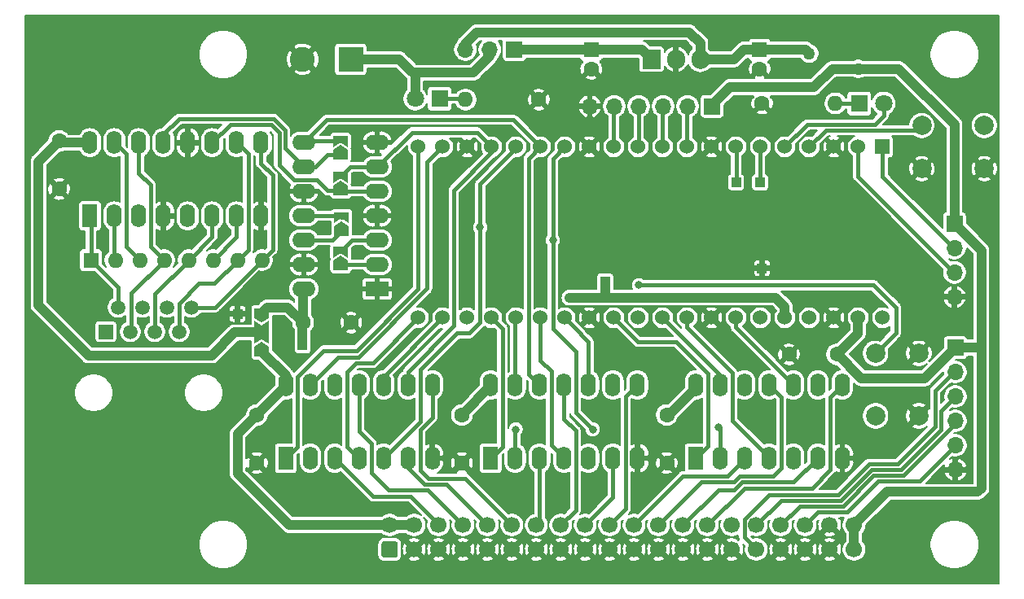
<source format=gbr>
%TF.GenerationSoftware,KiCad,Pcbnew,(5.1.9)-1*%
%TF.CreationDate,2021-03-28T23:40:50-04:00*%
%TF.ProjectId,Smart_Reciever_Max,536d6172-745f-4526-9563-69657665725f,v2*%
%TF.SameCoordinates,Original*%
%TF.FileFunction,Copper,L2,Bot*%
%TF.FilePolarity,Positive*%
%FSLAX46Y46*%
G04 Gerber Fmt 4.6, Leading zero omitted, Abs format (unit mm)*
G04 Created by KiCad (PCBNEW (5.1.9)-1) date 2021-03-28 23:40:50*
%MOMM*%
%LPD*%
G01*
G04 APERTURE LIST*
%TA.AperFunction,ComponentPad*%
%ADD10R,1.000000X1.000000*%
%TD*%
%TA.AperFunction,ComponentPad*%
%ADD11C,1.524000*%
%TD*%
%TA.AperFunction,ComponentPad*%
%ADD12R,1.524000X1.524000*%
%TD*%
%TA.AperFunction,ComponentPad*%
%ADD13O,2.400000X1.600000*%
%TD*%
%TA.AperFunction,ComponentPad*%
%ADD14R,2.400000X1.600000*%
%TD*%
%TA.AperFunction,ComponentPad*%
%ADD15O,1.600000X2.400000*%
%TD*%
%TA.AperFunction,ComponentPad*%
%ADD16R,1.600000X2.400000*%
%TD*%
%TA.AperFunction,ComponentPad*%
%ADD17C,2.000000*%
%TD*%
%TA.AperFunction,ComponentPad*%
%ADD18O,1.600000X1.600000*%
%TD*%
%TA.AperFunction,ComponentPad*%
%ADD19R,1.600000X1.600000*%
%TD*%
%TA.AperFunction,ComponentPad*%
%ADD20C,1.600000*%
%TD*%
%TA.AperFunction,SMDPad,CuDef*%
%ADD21C,0.100000*%
%TD*%
%TA.AperFunction,ComponentPad*%
%ADD22C,1.800000*%
%TD*%
%TA.AperFunction,ComponentPad*%
%ADD23R,1.800000X1.800000*%
%TD*%
%TA.AperFunction,ComponentPad*%
%ADD24O,1.700000X1.700000*%
%TD*%
%TA.AperFunction,ComponentPad*%
%ADD25R,1.700000X1.700000*%
%TD*%
%TA.AperFunction,ComponentPad*%
%ADD26C,2.600000*%
%TD*%
%TA.AperFunction,ComponentPad*%
%ADD27R,2.600000X2.600000*%
%TD*%
%TA.AperFunction,ComponentPad*%
%ADD28C,1.700000*%
%TD*%
%TA.AperFunction,ComponentPad*%
%ADD29C,1.270000*%
%TD*%
%TA.AperFunction,ComponentPad*%
%ADD30O,1.905000X2.000000*%
%TD*%
%TA.AperFunction,ComponentPad*%
%ADD31R,1.905000X2.000000*%
%TD*%
%TA.AperFunction,ComponentPad*%
%ADD32C,1.500000*%
%TD*%
%TA.AperFunction,ComponentPad*%
%ADD33R,1.500000X1.500000*%
%TD*%
%TA.AperFunction,ViaPad*%
%ADD34C,0.800000*%
%TD*%
%TA.AperFunction,Conductor*%
%ADD35C,1.000000*%
%TD*%
%TA.AperFunction,Conductor*%
%ADD36C,0.400000*%
%TD*%
%TA.AperFunction,Conductor*%
%ADD37C,0.200000*%
%TD*%
%TA.AperFunction,Conductor*%
%ADD38C,0.100000*%
%TD*%
G04 APERTURE END LIST*
D10*
%TO.P,TP6,1*%
%TO.N,GND*%
X179000000Y-85750000D03*
%TD*%
%TO.P,TP5,1*%
%TO.N,GND*%
X124500000Y-90500000D03*
%TD*%
%TO.P,TP4,1*%
%TO.N,+3V3*%
X131250000Y-93750000D03*
%TD*%
%TO.P,TP3,1*%
%TO.N,+3V3*%
X162700000Y-87100000D03*
%TD*%
D11*
%TO.P,U2,40*%
%TO.N,Net-(U2-Pad40)*%
X191530000Y-90890000D03*
%TO.P,U2,39*%
%TO.N,+5V*%
X188990000Y-90890000D03*
%TO.P,U2,38*%
%TO.N,GND*%
X186450000Y-90890000D03*
%TO.P,U2,37*%
%TO.N,Net-(U2-Pad37)*%
X183910000Y-90890000D03*
%TO.P,U2,36*%
%TO.N,+3V3*%
X181370000Y-90890000D03*
%TO.P,U2,35*%
%TO.N,Net-(U2-Pad35)*%
X178830000Y-90890000D03*
%TO.P,U2,34*%
%TO.N,EN4C*%
X176290000Y-90890000D03*
%TO.P,U2,33*%
%TO.N,GND*%
X173750000Y-90890000D03*
%TO.P,U2,32*%
%TO.N,EN3C*%
X171210000Y-90890000D03*
%TO.P,U2,31*%
%TO.N,EN2C*%
X168670000Y-90890000D03*
%TO.P,U2,30*%
%TO.N,RUN*%
X166130000Y-90890000D03*
%TO.P,U2,29*%
%TO.N,EN1C*%
X163590000Y-90890000D03*
%TO.P,U2,28*%
%TO.N,GND*%
X161050000Y-90890000D03*
%TO.P,U2,27*%
%TO.N,EN4B*%
X158510000Y-90890000D03*
%TO.P,U2,26*%
%TO.N,EN3B*%
X155970000Y-90890000D03*
%TO.P,U2,25*%
%TO.N,EN2B*%
X153430000Y-90890000D03*
%TO.P,U2,24*%
%TO.N,EN1B*%
X150890000Y-90890000D03*
%TO.P,U2,23*%
%TO.N,GND*%
X148350000Y-90890000D03*
%TO.P,U2,22*%
%TO.N,EN4A*%
X145810000Y-90890000D03*
%TO.P,U2,21*%
%TO.N,EN3A*%
X143270000Y-90890000D03*
%TO.P,U2,20*%
%TO.N,EN1A*%
X143270000Y-73110000D03*
%TO.P,U2,19*%
%TO.N,EN2A*%
X145810000Y-73110000D03*
%TO.P,U2,18*%
%TO.N,GND*%
X148350000Y-73110000D03*
%TO.P,U2,17*%
%TO.N,DATA4*%
X150890000Y-73110000D03*
%TO.P,U2,16*%
%TO.N,DATA3*%
X153430000Y-73110000D03*
%TO.P,U2,15*%
%TO.N,DATA2*%
X155970000Y-73110000D03*
%TO.P,U2,14*%
%TO.N,DATA1*%
X158510000Y-73110000D03*
%TO.P,U2,13*%
%TO.N,GND*%
X161050000Y-73110000D03*
%TO.P,U2,12*%
%TO.N,GPIO9*%
X163590000Y-73110000D03*
%TO.P,U2,11*%
%TO.N,GPIO8*%
X166130000Y-73110000D03*
%TO.P,U2,10*%
%TO.N,GPIO7*%
X168670000Y-73110000D03*
%TO.P,U2,9*%
%TO.N,GPIO6*%
X171210000Y-73110000D03*
%TO.P,U2,8*%
%TO.N,GND*%
X173750000Y-73110000D03*
%TO.P,U2,7*%
%TO.N,Net-(TP2-Pad1)*%
X176290000Y-73110000D03*
%TO.P,U2,6*%
%TO.N,Net-(TP1-Pad1)*%
X178830000Y-73110000D03*
%TO.P,U2,5*%
%TO.N,GPIO3*%
X181370000Y-73110000D03*
%TO.P,U2,4*%
%TO.N,GPIO2*%
X183910000Y-73110000D03*
%TO.P,U2,3*%
%TO.N,GND*%
X186450000Y-73110000D03*
%TO.P,U2,2*%
%TO.N,GPIO1*%
X188990000Y-73110000D03*
D12*
%TO.P,U2,1*%
%TO.N,GPIO0*%
X191530000Y-73110000D03*
%TD*%
D13*
%TO.P,U7,14*%
%TO.N,+3V3*%
X131380000Y-87900000D03*
%TO.P,U7,7*%
%TO.N,GND*%
X139000000Y-72660000D03*
%TO.P,U7,13*%
X131380000Y-85360000D03*
%TO.P,U7,6*%
%TO.N,DATA4*%
X139000000Y-75200000D03*
%TO.P,U7,12*%
%TO.N,DATA3_3v3*%
X131380000Y-82820000D03*
%TO.P,U7,5*%
%TO.N,DATA4_3v3*%
X139000000Y-77740000D03*
%TO.P,U7,11*%
%TO.N,DATA3*%
X131380000Y-80280000D03*
%TO.P,U7,4*%
%TO.N,GND*%
X139000000Y-80280000D03*
%TO.P,U7,10*%
X131380000Y-77740000D03*
%TO.P,U7,3*%
%TO.N,DATA1*%
X139000000Y-82820000D03*
%TO.P,U7,9*%
%TO.N,DATA2_3v3*%
X131380000Y-75200000D03*
%TO.P,U7,2*%
%TO.N,DATA1_3v3*%
X139000000Y-85360000D03*
%TO.P,U7,8*%
%TO.N,DATA2*%
X131380000Y-72660000D03*
D14*
%TO.P,U7,1*%
%TO.N,GND*%
X139000000Y-87900000D03*
%TD*%
D15*
%TO.P,U6,16*%
%TO.N,U6_V*%
X109150000Y-72680000D03*
%TO.P,U6,8*%
%TO.N,GND*%
X126930000Y-80300000D03*
%TO.P,U6,15*%
%TO.N,Serial2_N*%
X111690000Y-72680000D03*
%TO.P,U6,7*%
%TO.N,Serial3_N*%
X124390000Y-80300000D03*
%TO.P,U6,14*%
%TO.N,Serial2_P*%
X114230000Y-72680000D03*
%TO.P,U6,6*%
%TO.N,Serial3_P*%
X121850000Y-80300000D03*
%TO.P,U6,13*%
%TO.N,DATA2_3v3*%
X116770000Y-72680000D03*
%TO.P,U6,5*%
%TO.N,DATA3_3v3*%
X119310000Y-80300000D03*
%TO.P,U6,12*%
%TO.N,GND*%
X119310000Y-72680000D03*
%TO.P,U6,4*%
X116770000Y-80300000D03*
%TO.P,U6,11*%
%TO.N,DATA4_3v3*%
X121850000Y-72680000D03*
%TO.P,U6,3*%
%TO.N,DATA1_3v3*%
X114230000Y-80300000D03*
%TO.P,U6,10*%
%TO.N,Serial4_P*%
X124390000Y-72680000D03*
%TO.P,U6,2*%
%TO.N,Serial1_P*%
X111690000Y-80300000D03*
%TO.P,U6,9*%
%TO.N,Serial4_N*%
X126930000Y-72680000D03*
D16*
%TO.P,U6,1*%
%TO.N,Serial1_N*%
X109150000Y-80300000D03*
%TD*%
D15*
%TO.P,U5,14*%
%TO.N,+5V*%
X172100000Y-97880000D03*
%TO.P,U5,7*%
%TO.N,GND*%
X187340000Y-105500000D03*
%TO.P,U5,13*%
%TO.N,EN2C*%
X174640000Y-97880000D03*
%TO.P,U5,6*%
%TO.N,OUT11*%
X184800000Y-105500000D03*
%TO.P,U5,12*%
%TO.N,DATA2*%
X177180000Y-97880000D03*
%TO.P,U5,5*%
%TO.N,DATA3*%
X182260000Y-105500000D03*
%TO.P,U5,11*%
%TO.N,OUT10*%
X179720000Y-97880000D03*
%TO.P,U5,4*%
%TO.N,EN3C*%
X179720000Y-105500000D03*
%TO.P,U5,10*%
%TO.N,EN4C*%
X182260000Y-97880000D03*
%TO.P,U5,3*%
%TO.N,OUT9*%
X177180000Y-105500000D03*
%TO.P,U5,9*%
%TO.N,DATA4*%
X184800000Y-97880000D03*
%TO.P,U5,2*%
%TO.N,DATA1*%
X174640000Y-105500000D03*
%TO.P,U5,8*%
%TO.N,OUT12*%
X187340000Y-97880000D03*
D16*
%TO.P,U5,1*%
%TO.N,EN1C*%
X172100000Y-105500000D03*
%TD*%
D15*
%TO.P,U4,14*%
%TO.N,+5V*%
X150800000Y-97880000D03*
%TO.P,U4,7*%
%TO.N,GND*%
X166040000Y-105500000D03*
%TO.P,U4,13*%
%TO.N,EN2B*%
X153340000Y-97880000D03*
%TO.P,U4,6*%
%TO.N,OUT7*%
X163500000Y-105500000D03*
%TO.P,U4,12*%
%TO.N,DATA2*%
X155880000Y-97880000D03*
%TO.P,U4,5*%
%TO.N,DATA3*%
X160960000Y-105500000D03*
%TO.P,U4,11*%
%TO.N,OUT6*%
X158420000Y-97880000D03*
%TO.P,U4,4*%
%TO.N,EN3B*%
X158420000Y-105500000D03*
%TO.P,U4,10*%
%TO.N,EN4B*%
X160960000Y-97880000D03*
%TO.P,U4,3*%
%TO.N,OUT5*%
X155880000Y-105500000D03*
%TO.P,U4,9*%
%TO.N,DATA4*%
X163500000Y-97880000D03*
%TO.P,U4,2*%
%TO.N,DATA1*%
X153340000Y-105500000D03*
%TO.P,U4,8*%
%TO.N,OUT8*%
X166040000Y-97880000D03*
D16*
%TO.P,U4,1*%
%TO.N,EN1B*%
X150800000Y-105500000D03*
%TD*%
D15*
%TO.P,U3,14*%
%TO.N,+5V*%
X129500000Y-97880000D03*
%TO.P,U3,7*%
%TO.N,GND*%
X144740000Y-105500000D03*
%TO.P,U3,13*%
%TO.N,EN2A*%
X132040000Y-97880000D03*
%TO.P,U3,6*%
%TO.N,OUT3*%
X142200000Y-105500000D03*
%TO.P,U3,12*%
%TO.N,DATA2*%
X134580000Y-97880000D03*
%TO.P,U3,5*%
%TO.N,DATA3*%
X139660000Y-105500000D03*
%TO.P,U3,11*%
%TO.N,OUT2*%
X137120000Y-97880000D03*
%TO.P,U3,4*%
%TO.N,EN3A*%
X137120000Y-105500000D03*
%TO.P,U3,10*%
%TO.N,EN4A*%
X139660000Y-97880000D03*
%TO.P,U3,3*%
%TO.N,OUT1*%
X134580000Y-105500000D03*
%TO.P,U3,9*%
%TO.N,DATA4*%
X142200000Y-97880000D03*
%TO.P,U3,2*%
%TO.N,DATA1*%
X132040000Y-105500000D03*
%TO.P,U3,8*%
%TO.N,OUT4*%
X144740000Y-97880000D03*
D16*
%TO.P,U3,1*%
%TO.N,EN1A*%
X129500000Y-105500000D03*
%TD*%
D10*
%TO.P,TP2,1*%
%TO.N,Net-(TP2-Pad1)*%
X176300000Y-76800000D03*
%TD*%
%TO.P,TP1,1*%
%TO.N,Net-(TP1-Pad1)*%
X178800000Y-76800000D03*
%TD*%
D17*
%TO.P,SW2,1*%
%TO.N,RUN*%
X190800000Y-94600000D03*
%TO.P,SW2,2*%
%TO.N,GND*%
X195300000Y-94600000D03*
%TO.P,SW2,1*%
%TO.N,RUN*%
X190800000Y-101100000D03*
%TO.P,SW2,2*%
%TO.N,GND*%
X195300000Y-101100000D03*
%TD*%
%TO.P,SW1,1*%
%TO.N,GPIO2*%
X202100000Y-70900000D03*
%TO.P,SW1,2*%
%TO.N,GND*%
X202100000Y-75400000D03*
%TO.P,SW1,1*%
%TO.N,GPIO2*%
X195600000Y-70900000D03*
%TO.P,SW1,2*%
%TO.N,GND*%
X195600000Y-75400000D03*
%TD*%
D18*
%TO.P,RN1,8*%
%TO.N,Serial4_N*%
X127030000Y-84900000D03*
%TO.P,RN1,7*%
%TO.N,Serial4_P*%
X124490000Y-84900000D03*
%TO.P,RN1,6*%
%TO.N,Serial3_N*%
X121950000Y-84900000D03*
%TO.P,RN1,5*%
%TO.N,Serial3_P*%
X119410000Y-84900000D03*
%TO.P,RN1,4*%
%TO.N,Serial2_P*%
X116870000Y-84900000D03*
%TO.P,RN1,3*%
%TO.N,Serial2_N*%
X114330000Y-84900000D03*
%TO.P,RN1,2*%
%TO.N,Serial1_P*%
X111790000Y-84900000D03*
D19*
%TO.P,RN1,1*%
%TO.N,Serial1_N*%
X109250000Y-84900000D03*
%TD*%
D18*
%TO.P,R2,2*%
%TO.N,Net-(D2-Pad1)*%
X186620000Y-68600000D03*
D20*
%TO.P,R2,1*%
%TO.N,GND*%
X179000000Y-68600000D03*
%TD*%
D18*
%TO.P,R1,2*%
%TO.N,Net-(D1-Pad1)*%
X148180000Y-68200000D03*
D20*
%TO.P,R1,1*%
%TO.N,GND*%
X155800000Y-68200000D03*
%TD*%
%TA.AperFunction,SMDPad,CuDef*%
D21*
%TO.P,JP5,1*%
%TO.N,DATA3_3v3*%
G36*
X135300000Y-80850000D02*
G01*
X136050000Y-81350000D01*
X136050000Y-82350000D01*
X134550000Y-82350000D01*
X134550000Y-81350000D01*
X135300000Y-80850000D01*
G37*
%TD.AperFunction*%
%TA.AperFunction,SMDPad,CuDef*%
%TO.P,JP5,2*%
%TO.N,DATA3*%
G36*
X136050000Y-79900000D02*
G01*
X136050000Y-81050000D01*
X135300000Y-80550000D01*
X134550000Y-81050000D01*
X134550000Y-79900000D01*
X136050000Y-79900000D01*
G37*
%TD.AperFunction*%
%TD*%
%TA.AperFunction,SMDPad,CuDef*%
%TO.P,JP4,1*%
%TO.N,DATA2_3v3*%
G36*
X135200000Y-72925000D02*
G01*
X135950000Y-73425000D01*
X135950000Y-74425000D01*
X134450000Y-74425000D01*
X134450000Y-73425000D01*
X135200000Y-72925000D01*
G37*
%TD.AperFunction*%
%TA.AperFunction,SMDPad,CuDef*%
%TO.P,JP4,2*%
%TO.N,DATA2*%
G36*
X135950000Y-71975000D02*
G01*
X135950000Y-73125000D01*
X135200000Y-72625000D01*
X134450000Y-73125000D01*
X134450000Y-71975000D01*
X135950000Y-71975000D01*
G37*
%TD.AperFunction*%
%TD*%
%TA.AperFunction,SMDPad,CuDef*%
%TO.P,JP3,1*%
%TO.N,DATA4_3v3*%
G36*
X135200000Y-76650000D02*
G01*
X135950000Y-77150000D01*
X135950000Y-78150000D01*
X134450000Y-78150000D01*
X134450000Y-77150000D01*
X135200000Y-76650000D01*
G37*
%TD.AperFunction*%
%TA.AperFunction,SMDPad,CuDef*%
%TO.P,JP3,2*%
%TO.N,DATA4*%
G36*
X135950000Y-75700000D02*
G01*
X135950000Y-76850000D01*
X135200000Y-76350000D01*
X134450000Y-76850000D01*
X134450000Y-75700000D01*
X135950000Y-75700000D01*
G37*
%TD.AperFunction*%
%TD*%
%TA.AperFunction,SMDPad,CuDef*%
%TO.P,JP2,1*%
%TO.N,DATA1_3v3*%
G36*
X135200000Y-84450000D02*
G01*
X135950000Y-84950000D01*
X135950000Y-85950000D01*
X134450000Y-85950000D01*
X134450000Y-84950000D01*
X135200000Y-84450000D01*
G37*
%TD.AperFunction*%
%TA.AperFunction,SMDPad,CuDef*%
%TO.P,JP2,2*%
%TO.N,DATA1*%
G36*
X135950000Y-83500000D02*
G01*
X135950000Y-84650000D01*
X135200000Y-84150000D01*
X134450000Y-84650000D01*
X134450000Y-83500000D01*
X135950000Y-83500000D01*
G37*
%TD.AperFunction*%
%TD*%
%TA.AperFunction,SMDPad,CuDef*%
%TO.P,JP1,3*%
%TO.N,+3V3*%
G36*
X127000000Y-91400000D02*
G01*
X126250000Y-90900000D01*
X126250000Y-89900000D01*
X127750000Y-89900000D01*
X127750000Y-90900000D01*
X127000000Y-91400000D01*
G37*
%TD.AperFunction*%
%TA.AperFunction,SMDPad,CuDef*%
%TO.P,JP1,2*%
%TO.N,U6_V*%
G36*
X127000000Y-91700000D02*
G01*
X127750000Y-91200000D01*
X127750000Y-93600000D01*
X127000000Y-93100000D01*
X126250000Y-93600000D01*
X126250000Y-91200000D01*
X127000000Y-91700000D01*
G37*
%TD.AperFunction*%
%TA.AperFunction,SMDPad,CuDef*%
%TO.P,JP1,1*%
%TO.N,+5V*%
G36*
X127000000Y-93400000D02*
G01*
X127750000Y-93900000D01*
X127750000Y-94900000D01*
X126250000Y-94900000D01*
X126250000Y-93900000D01*
X127000000Y-93400000D01*
G37*
%TD.AperFunction*%
%TD*%
D22*
%TO.P,D2,2*%
%TO.N,GPIO3*%
X191640000Y-68600000D03*
D23*
%TO.P,D2,1*%
%TO.N,Net-(D2-Pad1)*%
X189100000Y-68600000D03*
%TD*%
D22*
%TO.P,D1,2*%
%TO.N,VIN2*%
X142960000Y-68100000D03*
D23*
%TO.P,D1,1*%
%TO.N,Net-(D1-Pad1)*%
X145500000Y-68100000D03*
%TD*%
D20*
%TO.P,C8,2*%
%TO.N,GND*%
X136300000Y-91400000D03*
%TO.P,C8,1*%
%TO.N,+3V3*%
X131300000Y-91400000D03*
%TD*%
%TO.P,C7,2*%
%TO.N,GND*%
X169100000Y-106000000D03*
%TO.P,C7,1*%
%TO.N,+5V*%
X169100000Y-101000000D03*
%TD*%
%TO.P,C6,2*%
%TO.N,GND*%
X147800000Y-106000000D03*
%TO.P,C6,1*%
%TO.N,+5V*%
X147800000Y-101000000D03*
%TD*%
%TO.P,C5,2*%
%TO.N,GND*%
X126500000Y-106000000D03*
%TO.P,C5,1*%
%TO.N,+5V*%
X126500000Y-101000000D03*
%TD*%
%TO.P,C4,2*%
%TO.N,GND*%
X105950000Y-77500000D03*
%TO.P,C4,1*%
%TO.N,U6_V*%
X105950000Y-72500000D03*
%TD*%
%TO.P,C3,2*%
%TO.N,GND*%
X181800000Y-94700000D03*
%TO.P,C3,1*%
%TO.N,+5V*%
X186800000Y-94700000D03*
%TD*%
D24*
%TO.P,J7,6*%
%TO.N,GND*%
X161100000Y-68900000D03*
%TO.P,J7,5*%
%TO.N,GPIO9*%
X163640000Y-68900000D03*
%TO.P,J7,4*%
%TO.N,GPIO8*%
X166180000Y-68900000D03*
%TO.P,J7,3*%
%TO.N,GPIO7*%
X168720000Y-68900000D03*
%TO.P,J7,2*%
%TO.N,GPIO6*%
X171260000Y-68900000D03*
D25*
%TO.P,J7,1*%
%TO.N,+5V*%
X173800000Y-68900000D03*
%TD*%
D24*
%TO.P,J6,6*%
%TO.N,GND*%
X199100000Y-106700000D03*
%TO.P,J6,5*%
%TO.N,OUT16*%
X199100000Y-104160000D03*
%TO.P,J6,4*%
%TO.N,OUT15*%
X199100000Y-101620000D03*
%TO.P,J6,3*%
%TO.N,OUT14*%
X199100000Y-99080000D03*
%TO.P,J6,2*%
%TO.N,OUT13*%
X199100000Y-96540000D03*
D25*
%TO.P,J6,1*%
%TO.N,+5V*%
X199100000Y-94000000D03*
%TD*%
D26*
%TO.P,J1,2*%
%TO.N,GND*%
X131250000Y-64000000D03*
D27*
%TO.P,J1,1*%
%TO.N,VIN2*%
X136250000Y-64000000D03*
%TD*%
D24*
%TO.P,J5,4*%
%TO.N,GND*%
X199000000Y-88720000D03*
%TO.P,J5,3*%
%TO.N,GPIO1*%
X199000000Y-86180000D03*
%TO.P,J5,2*%
%TO.N,GPIO0*%
X199000000Y-83640000D03*
D25*
%TO.P,J5,1*%
%TO.N,+5V*%
X199000000Y-81100000D03*
%TD*%
D28*
%TO.P,J2,40*%
%TO.N,+5V*%
X188560000Y-112460000D03*
%TO.P,J2,38*%
%TO.N,GND*%
X186020000Y-112460000D03*
%TO.P,J2,36*%
%TO.N,OUT16*%
X183480000Y-112460000D03*
%TO.P,J2,34*%
%TO.N,OUT15*%
X180940000Y-112460000D03*
%TO.P,J2,32*%
%TO.N,OUT14*%
X178400000Y-112460000D03*
%TO.P,J2,30*%
%TO.N,Net-(J2-Pad30)*%
X175860000Y-112460000D03*
%TO.P,J2,28*%
%TO.N,OUT12*%
X173320000Y-112460000D03*
%TO.P,J2,26*%
%TO.N,OUT11*%
X170780000Y-112460000D03*
%TO.P,J2,24*%
%TO.N,OUT10*%
X168240000Y-112460000D03*
%TO.P,J2,22*%
%TO.N,OUT9*%
X165700000Y-112460000D03*
%TO.P,J2,20*%
%TO.N,OUT8*%
X163160000Y-112460000D03*
%TO.P,J2,18*%
%TO.N,OUT7*%
X160620000Y-112460000D03*
%TO.P,J2,16*%
%TO.N,OUT6*%
X158080000Y-112460000D03*
%TO.P,J2,14*%
%TO.N,OUT5*%
X155540000Y-112460000D03*
%TO.P,J2,12*%
%TO.N,OUT4*%
X153000000Y-112460000D03*
%TO.P,J2,10*%
%TO.N,OUT3*%
X150460000Y-112460000D03*
%TO.P,J2,8*%
%TO.N,OUT2*%
X147920000Y-112460000D03*
%TO.P,J2,6*%
%TO.N,OUT1*%
X145380000Y-112460000D03*
%TO.P,J2,4*%
%TO.N,+5V*%
X142840000Y-112460000D03*
%TO.P,J2,2*%
X140300000Y-112460000D03*
%TO.P,J2,39*%
X188560000Y-115000000D03*
%TO.P,J2,37*%
%TO.N,GND*%
X186020000Y-115000000D03*
%TO.P,J2,35*%
X183480000Y-115000000D03*
%TO.P,J2,33*%
X180940000Y-115000000D03*
%TO.P,J2,31*%
%TO.N,OUT13*%
X178400000Y-115000000D03*
%TO.P,J2,29*%
%TO.N,GND*%
X175860000Y-115000000D03*
%TO.P,J2,27*%
X173320000Y-115000000D03*
%TO.P,J2,25*%
X170780000Y-115000000D03*
%TO.P,J2,23*%
X168240000Y-115000000D03*
%TO.P,J2,21*%
X165700000Y-115000000D03*
%TO.P,J2,19*%
X163160000Y-115000000D03*
%TO.P,J2,17*%
X160620000Y-115000000D03*
%TO.P,J2,15*%
X158080000Y-115000000D03*
%TO.P,J2,13*%
X155540000Y-115000000D03*
%TO.P,J2,11*%
X153000000Y-115000000D03*
%TO.P,J2,9*%
X150460000Y-115000000D03*
%TO.P,J2,7*%
X147920000Y-115000000D03*
%TO.P,J2,5*%
X145380000Y-115000000D03*
%TO.P,J2,3*%
X142840000Y-115000000D03*
%TO.P,J2,1*%
%TO.N,Net-(J2-Pad1)*%
%TA.AperFunction,ComponentPad*%
G36*
G01*
X140900000Y-115850000D02*
X139700000Y-115850000D01*
G75*
G02*
X139450000Y-115600000I0J250000D01*
G01*
X139450000Y-114400000D01*
G75*
G02*
X139700000Y-114150000I250000J0D01*
G01*
X140900000Y-114150000D01*
G75*
G02*
X141150000Y-114400000I0J-250000D01*
G01*
X141150000Y-115600000D01*
G75*
G02*
X140900000Y-115850000I-250000J0D01*
G01*
G37*
%TD.AperFunction*%
%TD*%
D29*
%TO.P,F1,1*%
%TO.N,+5V*%
X189000000Y-65000000D03*
%TO.P,F1,2*%
%TO.N,5IN*%
X183900000Y-63400000D03*
%TD*%
D20*
%TO.P,C2,2*%
%TO.N,GND*%
X178750000Y-65000000D03*
D19*
%TO.P,C2,1*%
%TO.N,5IN*%
X178750000Y-63000000D03*
%TD*%
D20*
%TO.P,C1,2*%
%TO.N,GND*%
X161250000Y-65000000D03*
D19*
%TO.P,C1,1*%
%TO.N,/PWR*%
X161250000Y-63000000D03*
%TD*%
D30*
%TO.P,U1,3*%
%TO.N,5IN*%
X172580000Y-64000000D03*
%TO.P,U1,2*%
%TO.N,GND*%
X170040000Y-64000000D03*
D31*
%TO.P,U1,1*%
%TO.N,/PWR*%
X167500000Y-64000000D03*
%TD*%
D24*
%TO.P,J4,3*%
%TO.N,5IN*%
X148170000Y-63000000D03*
%TO.P,J4,2*%
%TO.N,VIN2*%
X150710000Y-63000000D03*
D25*
%TO.P,J4,1*%
%TO.N,/PWR*%
X153250000Y-63000000D03*
%TD*%
D32*
%TO.P,J3,8*%
%TO.N,Serial4_N*%
X119690000Y-89810000D03*
%TO.P,J3,7*%
%TO.N,Serial4_P*%
X118420000Y-92350000D03*
%TO.P,J3,6*%
%TO.N,Serial2_N*%
X117150000Y-89810000D03*
%TO.P,J3,5*%
%TO.N,Serial3_P*%
X115880000Y-92350000D03*
%TO.P,J3,4*%
%TO.N,Serial3_N*%
X114610000Y-89810000D03*
%TO.P,J3,3*%
%TO.N,Serial2_P*%
X113340000Y-92350000D03*
%TO.P,J3,2*%
%TO.N,Serial1_N*%
X112070000Y-89810000D03*
D33*
%TO.P,J3,1*%
%TO.N,Serial1_P*%
X110800000Y-92350000D03*
%TD*%
D34*
%TO.N,GND*%
X148200000Y-87200000D03*
X151000000Y-87200000D03*
X153200000Y-87200000D03*
X193600000Y-60700000D03*
X145850000Y-62950000D03*
X174550000Y-61900000D03*
X140200000Y-61000000D03*
X182600000Y-60750000D03*
X145700000Y-87200000D03*
X146800000Y-94900000D03*
X168600000Y-94600000D03*
X163800000Y-94600000D03*
X150600000Y-94900000D03*
X182600000Y-102800000D03*
X184800000Y-102800000D03*
X153000000Y-76400000D03*
X148400000Y-78400000D03*
X145600000Y-78400000D03*
X156000000Y-87200000D03*
X156000000Y-81200000D03*
X156000000Y-84200000D03*
X152200000Y-81400000D03*
X159400000Y-87000000D03*
X161300000Y-109000000D03*
X141600000Y-110700000D03*
X134900000Y-108000000D03*
X133300000Y-99600000D03*
X133300000Y-102500000D03*
X127000000Y-97600000D03*
X139500000Y-103500000D03*
X138500000Y-99500000D03*
X140900000Y-99500000D03*
X178600000Y-102300000D03*
X189000000Y-86000000D03*
X182000000Y-86000000D03*
X169000000Y-86000000D03*
X189000000Y-79000000D03*
X195000000Y-85000000D03*
X181000000Y-75500000D03*
X202500000Y-68000000D03*
X184000000Y-69000000D03*
X140500000Y-66500000D03*
X131000000Y-70500000D03*
X121000000Y-92000000D03*
X108500000Y-91000000D03*
X104500000Y-94000000D03*
X124500000Y-94500000D03*
X113000000Y-96500000D03*
X118500000Y-96500000D03*
X106000000Y-86500000D03*
X127500000Y-87500000D03*
X129000000Y-94000000D03*
X129000000Y-92000000D03*
X157500000Y-109000000D03*
X153500000Y-110000000D03*
X166000000Y-110000000D03*
X191500000Y-112500000D03*
X195000000Y-111000000D03*
X203000000Y-110500000D03*
X182400000Y-88700000D03*
X190000000Y-89000000D03*
X194500000Y-91000000D03*
X202200000Y-81400000D03*
X203100000Y-95300000D03*
X203100000Y-88800000D03*
X203100000Y-102100000D03*
X118000000Y-61000000D03*
X110000000Y-61000000D03*
X104000000Y-61000000D03*
X104000000Y-68000000D03*
X110000000Y-68000000D03*
X118000000Y-68000000D03*
X111000000Y-77000000D03*
X104000000Y-116000000D03*
X117000000Y-116000000D03*
X132000000Y-116000000D03*
X104000000Y-105000000D03*
X117000000Y-105000000D03*
X130750000Y-110750000D03*
X122750000Y-105000000D03*
X129500000Y-103000000D03*
%TO.N,+3V3*%
X159000000Y-88800000D03*
%TO.N,DATA3*%
X149700000Y-81500000D03*
%TO.N,DATA1*%
X174500001Y-102299999D03*
X153400000Y-102500000D03*
X161400000Y-102500000D03*
X157250000Y-82820000D03*
%TO.N,RUN*%
X166200000Y-87500000D03*
%TD*%
D35*
%TO.N,/PWR*%
X161250000Y-63000000D02*
X153250000Y-63000000D01*
X166500000Y-63000000D02*
X160000000Y-63000000D01*
X167500000Y-64000000D02*
X166500000Y-63000000D01*
%TO.N,+5V*%
X188990000Y-92510000D02*
X186800000Y-94700000D01*
X188990000Y-90890000D02*
X188990000Y-92510000D01*
X142840000Y-112460000D02*
X140300000Y-112460000D01*
X188560000Y-112460000D02*
X188560000Y-115000000D01*
X192020000Y-109000000D02*
X188560000Y-112460000D01*
X201400000Y-109000000D02*
X192020000Y-109000000D01*
X201800000Y-108600000D02*
X201400000Y-109000000D01*
X201700000Y-94000000D02*
X201800000Y-93900000D01*
X199100000Y-94000000D02*
X201700000Y-94000000D01*
X201800000Y-93900000D02*
X201800000Y-108600000D01*
X201800000Y-83900000D02*
X199000000Y-81100000D01*
X201800000Y-93900000D02*
X201800000Y-83900000D01*
X129500000Y-96900000D02*
X127000000Y-94400000D01*
X129500000Y-97880000D02*
X129500000Y-96900000D01*
X169300000Y-101000000D02*
X169100000Y-101000000D01*
X172100000Y-98200000D02*
X169300000Y-101000000D01*
X172100000Y-97880000D02*
X172100000Y-98200000D01*
X150800000Y-97990000D02*
X150800000Y-97880000D01*
X147800000Y-100990000D02*
X150800000Y-97990000D01*
X147800000Y-101000000D02*
X147800000Y-100990000D01*
X129500000Y-98000000D02*
X126500000Y-101000000D01*
X129500000Y-97880000D02*
X129500000Y-98000000D01*
X186300000Y-65000000D02*
X189000000Y-65000000D01*
X184400000Y-66900000D02*
X186300000Y-65000000D01*
X175671998Y-66900000D02*
X184400000Y-66900000D01*
X173800000Y-68771998D02*
X175671998Y-66900000D01*
X173800000Y-68900000D02*
X173800000Y-68771998D01*
X199000000Y-70825000D02*
X199000000Y-81100000D01*
X193175000Y-65000000D02*
X199000000Y-70825000D01*
X189000000Y-65000000D02*
X193175000Y-65000000D01*
X189300000Y-97200000D02*
X186800000Y-94700000D01*
X195900000Y-97200000D02*
X189300000Y-97200000D01*
X199100000Y-94000000D02*
X195900000Y-97200000D01*
X124500000Y-103000000D02*
X126500000Y-101000000D01*
X124500000Y-107000000D02*
X124500000Y-103000000D01*
X124500000Y-107120002D02*
X124500000Y-107000000D01*
X129839998Y-112460000D02*
X124500000Y-107120002D01*
X140300000Y-112460000D02*
X129839998Y-112460000D01*
%TO.N,+3V3*%
X131300000Y-87980000D02*
X131380000Y-87900000D01*
X131300000Y-91400000D02*
X131300000Y-87980000D01*
X131300000Y-91400000D02*
X129700000Y-89800000D01*
X127600000Y-89800000D02*
X127000000Y-90400000D01*
X129700000Y-89800000D02*
X127600000Y-89800000D01*
X162700000Y-87100000D02*
X162700000Y-88800000D01*
X162700000Y-88800000D02*
X159000000Y-88800000D01*
X180400000Y-88800000D02*
X162700000Y-88800000D01*
X181370000Y-89770000D02*
X180400000Y-88800000D01*
X181370000Y-90890000D02*
X181370000Y-89770000D01*
X131250000Y-91450000D02*
X131300000Y-91400000D01*
X131250000Y-93750000D02*
X131250000Y-91450000D01*
%TO.N,VIN2*%
X141310000Y-64000000D02*
X136250000Y-64000000D01*
X142310000Y-65000000D02*
X141310000Y-64000000D01*
X142960000Y-65650000D02*
X142310000Y-65000000D01*
X142960000Y-68100000D02*
X142960000Y-65650000D01*
X148957001Y-65400000D02*
X142710000Y-65400000D01*
X150710000Y-63647001D02*
X148957001Y-65400000D01*
X142710000Y-65400000D02*
X142310000Y-65000000D01*
X150710000Y-63000000D02*
X150710000Y-63647001D01*
D36*
%TO.N,EN4B*%
X158510000Y-90890000D02*
X160200000Y-92580000D01*
X160200000Y-92580000D02*
X160200000Y-92600000D01*
X160960000Y-93360000D02*
X160960000Y-97880000D01*
X160200000Y-92600000D02*
X160960000Y-93360000D01*
%TO.N,EN3B*%
X157080010Y-104160010D02*
X158420000Y-105500000D01*
X157080010Y-96480010D02*
X157080010Y-104160010D01*
X155970000Y-95370000D02*
X157080010Y-96480010D01*
X155970000Y-90890000D02*
X155970000Y-95370000D01*
%TO.N,EN2B*%
X153340000Y-90980000D02*
X153430000Y-90890000D01*
X153340000Y-97880000D02*
X153340000Y-90980000D01*
%TO.N,EN1B*%
X150890000Y-90890000D02*
X152000010Y-92000010D01*
X152000010Y-104299990D02*
X150800000Y-105500000D01*
X152000010Y-92000010D02*
X152000010Y-104299990D01*
%TO.N,EN4A*%
X139660000Y-97040000D02*
X139660000Y-97880000D01*
X145810000Y-90890000D02*
X139660000Y-97040000D01*
%TO.N,EN3A*%
X135900000Y-104280000D02*
X137120000Y-105500000D01*
X135900000Y-96500000D02*
X135900000Y-104280000D01*
X136799989Y-95600011D02*
X135900000Y-96500000D01*
X138559989Y-95600011D02*
X136799989Y-95600011D01*
X143270000Y-90890000D02*
X138559989Y-95600011D01*
%TO.N,EN2A*%
X145048001Y-73871999D02*
X145810000Y-73110000D01*
X144199998Y-74720002D02*
X145048001Y-73871999D01*
X144199998Y-87848545D02*
X144199998Y-74720002D01*
X137048543Y-95000000D02*
X144199998Y-87848545D01*
X134920000Y-95000000D02*
X137048543Y-95000000D01*
X132040000Y-97880000D02*
X134920000Y-95000000D01*
%TO.N,EN1A*%
X130700010Y-104299990D02*
X129500000Y-105500000D01*
X130700010Y-96999990D02*
X130700010Y-104299990D01*
X133400000Y-94300000D02*
X130700010Y-96999990D01*
X136900000Y-94300000D02*
X133400000Y-94300000D01*
X143270000Y-87930000D02*
X136900000Y-94300000D01*
X143270000Y-73110000D02*
X143270000Y-87930000D01*
%TO.N,EN4C*%
X176290000Y-91910000D02*
X176290000Y-90890000D01*
X182260000Y-97880000D02*
X176290000Y-91910000D01*
%TO.N,EN3C*%
X179720000Y-105420000D02*
X179720000Y-105500000D01*
X175900000Y-101600000D02*
X179720000Y-105420000D01*
X175900000Y-96600000D02*
X175900000Y-101600000D01*
X171210000Y-91910000D02*
X175900000Y-96600000D01*
X171210000Y-90890000D02*
X171210000Y-91910000D01*
%TO.N,EN2C*%
X174640000Y-96860000D02*
X168670000Y-90890000D01*
X174640000Y-97880000D02*
X174640000Y-96860000D01*
%TO.N,EN1C*%
X173400000Y-96700000D02*
X173400000Y-104200000D01*
X170100000Y-93400000D02*
X173400000Y-96700000D01*
X166100000Y-93400000D02*
X170100000Y-93400000D01*
X173400000Y-104200000D02*
X172100000Y-105500000D01*
X163590000Y-90890000D02*
X166100000Y-93400000D01*
%TO.N,DATA4*%
X142200000Y-96500000D02*
X142200000Y-97880000D01*
X146972001Y-91727999D02*
X142200000Y-96500000D01*
X146972001Y-77627999D02*
X146972001Y-91727999D01*
X150890000Y-73710000D02*
X146972001Y-77627999D01*
X150890000Y-73110000D02*
X150890000Y-73710000D01*
X136200000Y-75200000D02*
X135200000Y-76200000D01*
X139000000Y-75200000D02*
X136200000Y-75200000D01*
X149380000Y-71600000D02*
X150890000Y-73110000D01*
X142600000Y-71600000D02*
X149380000Y-71600000D01*
X139000000Y-75200000D02*
X142600000Y-71600000D01*
%TO.N,DATA3*%
X153430000Y-73270000D02*
X149700000Y-77000000D01*
X153430000Y-73110000D02*
X153430000Y-73270000D01*
X135180000Y-80280000D02*
X135300000Y-80400000D01*
X131380000Y-80280000D02*
X135180000Y-80280000D01*
X149700000Y-77000000D02*
X149700000Y-81500000D01*
X143500000Y-101660000D02*
X139660000Y-105500000D01*
X143500000Y-96300000D02*
X143500000Y-101660000D01*
X147300000Y-92500000D02*
X143500000Y-96300000D01*
X148600000Y-92500000D02*
X147300000Y-92500000D01*
X149700000Y-91400000D02*
X148600000Y-92500000D01*
X149700000Y-81500000D02*
X149700000Y-91400000D01*
%TO.N,DATA2*%
X131565000Y-72475000D02*
X131380000Y-72660000D01*
X135200000Y-72475000D02*
X131565000Y-72475000D01*
X133740000Y-70300000D02*
X131380000Y-72660000D01*
X153160000Y-70300000D02*
X133740000Y-70300000D01*
X155970000Y-73110000D02*
X153160000Y-70300000D01*
X154750000Y-96750000D02*
X155880000Y-97880000D01*
X154750000Y-74330000D02*
X154750000Y-96750000D01*
X155970000Y-73110000D02*
X154750000Y-74330000D01*
%TO.N,DATA1*%
X136380000Y-82820000D02*
X135200000Y-84000000D01*
X139000000Y-82820000D02*
X136380000Y-82820000D01*
X174640000Y-105500000D02*
X174640000Y-102439998D01*
X174640000Y-102439998D02*
X174500001Y-102299999D01*
X153340000Y-102560000D02*
X153400000Y-102500000D01*
X153340000Y-105500000D02*
X153340000Y-102560000D01*
X157250000Y-82886004D02*
X157316004Y-82820000D01*
X157250000Y-92050000D02*
X157250000Y-82886004D01*
X159620010Y-94420010D02*
X157250000Y-92050000D01*
X159620010Y-100720010D02*
X159620010Y-94420010D01*
X161400000Y-102500000D02*
X159620010Y-100720010D01*
X157250000Y-82753996D02*
X157316004Y-82820000D01*
X157250000Y-74370000D02*
X157250000Y-82753996D01*
X158510000Y-73110000D02*
X157250000Y-74370000D01*
D35*
%TO.N,5IN*%
X183500000Y-63000000D02*
X183900000Y-63400000D01*
X178750000Y-63000000D02*
X183500000Y-63000000D01*
X172580000Y-62330000D02*
X172580000Y-64000000D01*
X171450000Y-61200000D02*
X172580000Y-62330000D01*
X149350000Y-61200000D02*
X171450000Y-61200000D01*
X148170000Y-62380000D02*
X149350000Y-61200000D01*
X148170000Y-63000000D02*
X148170000Y-62380000D01*
X177100000Y-63000000D02*
X176100000Y-64000000D01*
X176100000Y-64000000D02*
X172580000Y-64000000D01*
X178750000Y-63000000D02*
X177100000Y-63000000D01*
D36*
%TO.N,OUT12*%
X177179978Y-108600022D02*
X173320000Y-112460000D01*
X184199978Y-108600022D02*
X177179978Y-108600022D01*
X186100000Y-106700000D02*
X184199978Y-108600022D01*
X186100000Y-99120000D02*
X186100000Y-106700000D01*
X187340000Y-97880000D02*
X186100000Y-99120000D01*
%TO.N,OUT11*%
X174440000Y-108800000D02*
X170780000Y-112460000D01*
X176097086Y-108800000D02*
X174440000Y-108800000D01*
X176897075Y-108000011D02*
X176097086Y-108800000D01*
X182299989Y-108000011D02*
X176897075Y-108000011D01*
X184800000Y-105500000D02*
X182299989Y-108000011D01*
%TO.N,OUT10*%
X172700000Y-108000000D02*
X168240000Y-112460000D01*
X176648542Y-107400000D02*
X176048542Y-108000000D01*
X180154371Y-107400000D02*
X176648542Y-107400000D01*
X176048542Y-108000000D02*
X172700000Y-108000000D01*
X181000000Y-106554371D02*
X180154371Y-107400000D01*
X181000000Y-99160000D02*
X181000000Y-106554371D01*
X179720000Y-97880000D02*
X181000000Y-99160000D01*
%TO.N,OUT9*%
X170760000Y-107400000D02*
X165700000Y-112460000D01*
X175400000Y-107400000D02*
X170760000Y-107400000D01*
X177180000Y-105620000D02*
X175400000Y-107400000D01*
X177180000Y-105500000D02*
X177180000Y-105620000D01*
%TO.N,OUT8*%
X164839990Y-110780010D02*
X163160000Y-112460000D01*
X164839990Y-99080010D02*
X164839990Y-110780010D01*
X166040000Y-97880000D02*
X164839990Y-99080010D01*
%TO.N,OUT7*%
X163500000Y-109580000D02*
X160620000Y-112460000D01*
X163500000Y-105500000D02*
X163500000Y-109580000D01*
%TO.N,OUT6*%
X159620010Y-110919990D02*
X158080000Y-112460000D01*
X159620010Y-102650010D02*
X159620010Y-110919990D01*
X158420000Y-101450000D02*
X159620010Y-102650010D01*
X158420000Y-97880000D02*
X158420000Y-101450000D01*
%TO.N,OUT5*%
X155880000Y-112120000D02*
X155540000Y-112460000D01*
X155880000Y-105500000D02*
X155880000Y-112120000D01*
%TO.N,OUT4*%
X148139978Y-107599978D02*
X153000000Y-112460000D01*
X144299978Y-107599978D02*
X148139978Y-107599978D01*
X143500000Y-106800000D02*
X144299978Y-107599978D01*
X143500000Y-102508542D02*
X143500000Y-106800000D01*
X144740000Y-101268542D02*
X143500000Y-102508542D01*
X144740000Y-97880000D02*
X144740000Y-101268542D01*
%TO.N,OUT3*%
X143899989Y-108199989D02*
X142200000Y-106500000D01*
X146199989Y-108199989D02*
X143899989Y-108199989D01*
X142200000Y-106500000D02*
X142200000Y-105500000D01*
X150460000Y-112460000D02*
X146199989Y-108199989D01*
%TO.N,OUT2*%
X144260000Y-108800000D02*
X147920000Y-112460000D01*
X140200000Y-108800000D02*
X144260000Y-108800000D01*
X138400000Y-107000000D02*
X140200000Y-108800000D01*
X138400000Y-104000000D02*
X138400000Y-107000000D01*
X137120000Y-102720000D02*
X138400000Y-104000000D01*
X137120000Y-97880000D02*
X137120000Y-102720000D01*
%TO.N,OUT1*%
X142500000Y-109500000D02*
X138580000Y-109500000D01*
X138580000Y-109500000D02*
X134580000Y-105500000D01*
X145380000Y-112380000D02*
X142500000Y-109500000D01*
X145380000Y-112460000D02*
X145380000Y-112380000D01*
%TO.N,OUT16*%
X187848510Y-111100033D02*
X184839967Y-111100033D01*
X191048519Y-107900024D02*
X187848510Y-111100033D01*
X195359976Y-107900024D02*
X191048519Y-107900024D01*
X199100000Y-104160000D02*
X195359976Y-107900024D01*
X184839967Y-111100033D02*
X183480000Y-112460000D01*
%TO.N,OUT15*%
X193697073Y-107300013D02*
X190599988Y-107300013D01*
X182899978Y-110500022D02*
X180940000Y-112460000D01*
X190599988Y-107300013D02*
X187399979Y-110500022D01*
X199100000Y-101897086D02*
X193697073Y-107300013D01*
X187399979Y-110500022D02*
X182899978Y-110500022D01*
X199100000Y-101620000D02*
X199100000Y-101897086D01*
%TO.N,OUT14*%
X190351455Y-106700002D02*
X187151447Y-109900011D01*
X199100000Y-99080000D02*
X197600011Y-100579989D01*
X193448541Y-106700002D02*
X190351455Y-106700002D01*
X197600011Y-100579989D02*
X197600011Y-102548532D01*
X180959989Y-109900011D02*
X178400000Y-112460000D01*
X187151447Y-109900011D02*
X180959989Y-109900011D01*
X197600011Y-102548532D02*
X193448541Y-106700002D01*
%TO.N,OUT13*%
X177149999Y-113749999D02*
X178400000Y-115000000D01*
X177149999Y-111859999D02*
X177149999Y-113749999D01*
X179709998Y-109300000D02*
X177149999Y-111859999D01*
X193100009Y-106099991D02*
X190102924Y-106099991D01*
X197000000Y-102200000D02*
X193100009Y-106099991D01*
X197000000Y-98500000D02*
X197000000Y-102200000D01*
X198960000Y-96540000D02*
X197000000Y-98500000D01*
X186902915Y-109300000D02*
X179709998Y-109300000D01*
X190102924Y-106099991D02*
X186902915Y-109300000D01*
X199100000Y-96540000D02*
X198960000Y-96540000D01*
%TO.N,Net-(D1-Pad1)*%
X148080000Y-68100000D02*
X148180000Y-68200000D01*
X145500000Y-68100000D02*
X148080000Y-68100000D01*
%TO.N,Net-(D2-Pad1)*%
X189100000Y-68600000D02*
X186820000Y-68600000D01*
%TO.N,GPIO2*%
X185619989Y-71400011D02*
X183910000Y-73110000D01*
X195099989Y-71400011D02*
X185619989Y-71400011D01*
X195600000Y-70900000D02*
X195099989Y-71400011D01*
%TO.N,Serial4_N*%
X122120000Y-89810000D02*
X127030000Y-84900000D01*
X119690000Y-89810000D02*
X122120000Y-89810000D01*
X126930000Y-74858523D02*
X128130010Y-76058533D01*
X126930000Y-72680000D02*
X126930000Y-74858523D01*
X128130010Y-76058533D02*
X128130010Y-83799990D01*
X128130010Y-83799990D02*
X127030000Y-84900000D01*
%TO.N,Serial4_P*%
X125590010Y-73880010D02*
X124390000Y-72680000D01*
X125590010Y-83799990D02*
X125590010Y-73880010D01*
X124490000Y-84900000D02*
X125590010Y-83799990D01*
X118420000Y-89377998D02*
X118420000Y-92350000D01*
X120497998Y-87300000D02*
X118420000Y-89377998D01*
X122090000Y-87300000D02*
X120497998Y-87300000D01*
X124490000Y-84900000D02*
X122090000Y-87300000D01*
%TO.N,Serial2_N*%
X112890010Y-83460010D02*
X114330000Y-84900000D01*
X112890010Y-73880010D02*
X112890010Y-83460010D01*
X111690000Y-72680000D02*
X112890010Y-73880010D01*
%TO.N,Serial3_P*%
X121850000Y-82460000D02*
X119410000Y-84900000D01*
X121850000Y-80300000D02*
X121850000Y-82460000D01*
X115880000Y-88430000D02*
X115880000Y-92350000D01*
X119410000Y-84900000D02*
X115880000Y-88430000D01*
%TO.N,Serial3_N*%
X124390000Y-82460000D02*
X121950000Y-84900000D01*
X124390000Y-80300000D02*
X124390000Y-82460000D01*
%TO.N,Serial2_P*%
X113459999Y-92230001D02*
X113340000Y-92350000D01*
X113459999Y-88310001D02*
X113459999Y-92230001D01*
X116870000Y-84900000D02*
X113459999Y-88310001D01*
X115430010Y-83460010D02*
X116870000Y-84900000D01*
X115430010Y-77030010D02*
X115430010Y-83460010D01*
X114230000Y-75830000D02*
X115430010Y-77030010D01*
X114230000Y-72680000D02*
X114230000Y-75830000D01*
%TO.N,Serial1_N*%
X109250000Y-80400000D02*
X109150000Y-80300000D01*
X109250000Y-84900000D02*
X109250000Y-80400000D01*
X112070000Y-87720000D02*
X109250000Y-84900000D01*
X112070000Y-89810000D02*
X112070000Y-87720000D01*
%TO.N,Serial1_P*%
X111690000Y-84800000D02*
X111790000Y-84900000D01*
X111690000Y-80300000D02*
X111690000Y-84800000D01*
%TO.N,GPIO1*%
X188990000Y-76190000D02*
X188990000Y-73110000D01*
X198980000Y-86180000D02*
X188990000Y-76190000D01*
X199000000Y-86180000D02*
X198980000Y-86180000D01*
%TO.N,GPIO0*%
X198940000Y-83640000D02*
X199000000Y-83640000D01*
X191530000Y-76230000D02*
X198940000Y-83640000D01*
X191530000Y-73110000D02*
X191530000Y-76230000D01*
%TO.N,RUN*%
X190600000Y-87500000D02*
X166200000Y-87500000D01*
X192900000Y-89800000D02*
X190600000Y-87500000D01*
X192900000Y-92500000D02*
X192900000Y-89800000D01*
X190800000Y-94600000D02*
X192900000Y-92500000D01*
%TO.N,GPIO3*%
X190700000Y-70800000D02*
X191640000Y-69860000D01*
X191640000Y-69860000D02*
X191640000Y-68600000D01*
X183680000Y-70800000D02*
X190700000Y-70800000D01*
X181370000Y-73110000D02*
X183680000Y-70800000D01*
%TO.N,GPIO9*%
X163590000Y-68950000D02*
X163640000Y-68900000D01*
X163590000Y-73110000D02*
X163590000Y-68950000D01*
%TO.N,GPIO8*%
X166180000Y-73060000D02*
X166130000Y-73110000D01*
X166180000Y-68900000D02*
X166180000Y-73060000D01*
%TO.N,GPIO7*%
X168670000Y-68950000D02*
X168720000Y-68900000D01*
X168670000Y-73110000D02*
X168670000Y-68950000D01*
%TO.N,GPIO6*%
X171210000Y-68950000D02*
X171260000Y-68900000D01*
X171210000Y-73110000D02*
X171210000Y-68950000D01*
D35*
%TO.N,U6_V*%
X106130000Y-72680000D02*
X105950000Y-72500000D01*
X109150000Y-72680000D02*
X106130000Y-72680000D01*
X124200000Y-92400000D02*
X127000000Y-92400000D01*
X121800000Y-94800000D02*
X124200000Y-92400000D01*
X109000000Y-94800000D02*
X121800000Y-94800000D01*
X103800000Y-89600000D02*
X109000000Y-94800000D01*
X103800000Y-74650000D02*
X103800000Y-89600000D01*
X105950000Y-72500000D02*
X103800000Y-74650000D01*
D36*
%TO.N,DATA1_3v3*%
X135290000Y-85360000D02*
X135200000Y-85450000D01*
X139000000Y-85360000D02*
X135290000Y-85360000D01*
%TO.N,DATA4_3v3*%
X135290000Y-77740000D02*
X135200000Y-77650000D01*
X139000000Y-77740000D02*
X135290000Y-77740000D01*
X128000000Y-70800000D02*
X123730000Y-70800000D01*
X128799989Y-71599989D02*
X128000000Y-70800000D01*
X132739990Y-76539990D02*
X130339990Y-76539990D01*
X133850000Y-77650000D02*
X132739990Y-76539990D01*
X123730000Y-70800000D02*
X121850000Y-72680000D01*
X130339990Y-76539990D02*
X128799989Y-74999989D01*
X135200000Y-77650000D02*
X133850000Y-77650000D01*
X128799989Y-74999989D02*
X128799989Y-71599989D01*
%TO.N,DATA2_3v3*%
X133875000Y-73925000D02*
X135200000Y-73925000D01*
X132600000Y-75200000D02*
X133875000Y-73925000D01*
X131380000Y-75200000D02*
X132600000Y-75200000D01*
X116770000Y-71830000D02*
X116770000Y-72680000D01*
X128248532Y-70199989D02*
X118400011Y-70199989D01*
X129400000Y-71351457D02*
X128248532Y-70199989D01*
X129400000Y-73220000D02*
X129400000Y-71351457D01*
X118400011Y-70199989D02*
X116770000Y-71830000D01*
X131380000Y-75200000D02*
X129400000Y-73220000D01*
%TO.N,DATA3_3v3*%
X134330000Y-82820000D02*
X135300000Y-81850000D01*
X131380000Y-82820000D02*
X134330000Y-82820000D01*
%TO.N,Net-(TP1-Pad1)*%
X178800000Y-73140000D02*
X178830000Y-73110000D01*
X178800000Y-76800000D02*
X178800000Y-73140000D01*
%TO.N,Net-(TP2-Pad1)*%
X176300000Y-73120000D02*
X176290000Y-73110000D01*
X176300000Y-76800000D02*
X176300000Y-73120000D01*
%TD*%
D37*
%TO.N,GND*%
X203567000Y-118567000D02*
X102433000Y-118567000D01*
X102433000Y-114248059D01*
X120442000Y-114248059D01*
X120442000Y-114751941D01*
X120540303Y-115246141D01*
X120733130Y-115711667D01*
X121013072Y-116130630D01*
X121369370Y-116486928D01*
X121788333Y-116766870D01*
X122253859Y-116959697D01*
X122748059Y-117058000D01*
X123251941Y-117058000D01*
X123746141Y-116959697D01*
X124211667Y-116766870D01*
X124630630Y-116486928D01*
X124986928Y-116130630D01*
X125266870Y-115711667D01*
X125459697Y-115246141D01*
X125558000Y-114751941D01*
X125558000Y-114400000D01*
X139040026Y-114400000D01*
X139040026Y-115600000D01*
X139052707Y-115728755D01*
X139090264Y-115852561D01*
X139151252Y-115966662D01*
X139233328Y-116066672D01*
X139333338Y-116148748D01*
X139447439Y-116209736D01*
X139571245Y-116247293D01*
X139700000Y-116259974D01*
X140900000Y-116259974D01*
X141028755Y-116247293D01*
X141152561Y-116209736D01*
X141266662Y-116148748D01*
X141366672Y-116066672D01*
X141448748Y-115966662D01*
X141455938Y-115953209D01*
X142175291Y-115953209D01*
X142271767Y-116129171D01*
X142502976Y-116218331D01*
X142747136Y-116260672D01*
X142994866Y-116254565D01*
X143236643Y-116200246D01*
X143408233Y-116129171D01*
X143504709Y-115953209D01*
X144715291Y-115953209D01*
X144811767Y-116129171D01*
X145042976Y-116218331D01*
X145287136Y-116260672D01*
X145534866Y-116254565D01*
X145776643Y-116200246D01*
X145948233Y-116129171D01*
X146044709Y-115953209D01*
X147255291Y-115953209D01*
X147351767Y-116129171D01*
X147582976Y-116218331D01*
X147827136Y-116260672D01*
X148074866Y-116254565D01*
X148316643Y-116200246D01*
X148488233Y-116129171D01*
X148584709Y-115953209D01*
X149795291Y-115953209D01*
X149891767Y-116129171D01*
X150122976Y-116218331D01*
X150367136Y-116260672D01*
X150614866Y-116254565D01*
X150856643Y-116200246D01*
X151028233Y-116129171D01*
X151124709Y-115953209D01*
X152335291Y-115953209D01*
X152431767Y-116129171D01*
X152662976Y-116218331D01*
X152907136Y-116260672D01*
X153154866Y-116254565D01*
X153396643Y-116200246D01*
X153568233Y-116129171D01*
X153664709Y-115953209D01*
X154875291Y-115953209D01*
X154971767Y-116129171D01*
X155202976Y-116218331D01*
X155447136Y-116260672D01*
X155694866Y-116254565D01*
X155936643Y-116200246D01*
X156108233Y-116129171D01*
X156204709Y-115953209D01*
X157415291Y-115953209D01*
X157511767Y-116129171D01*
X157742976Y-116218331D01*
X157987136Y-116260672D01*
X158234866Y-116254565D01*
X158476643Y-116200246D01*
X158648233Y-116129171D01*
X158744709Y-115953209D01*
X159955291Y-115953209D01*
X160051767Y-116129171D01*
X160282976Y-116218331D01*
X160527136Y-116260672D01*
X160774866Y-116254565D01*
X161016643Y-116200246D01*
X161188233Y-116129171D01*
X161284709Y-115953209D01*
X162495291Y-115953209D01*
X162591767Y-116129171D01*
X162822976Y-116218331D01*
X163067136Y-116260672D01*
X163314866Y-116254565D01*
X163556643Y-116200246D01*
X163728233Y-116129171D01*
X163824709Y-115953209D01*
X165035291Y-115953209D01*
X165131767Y-116129171D01*
X165362976Y-116218331D01*
X165607136Y-116260672D01*
X165854866Y-116254565D01*
X166096643Y-116200246D01*
X166268233Y-116129171D01*
X166364709Y-115953209D01*
X167575291Y-115953209D01*
X167671767Y-116129171D01*
X167902976Y-116218331D01*
X168147136Y-116260672D01*
X168394866Y-116254565D01*
X168636643Y-116200246D01*
X168808233Y-116129171D01*
X168904709Y-115953209D01*
X170115291Y-115953209D01*
X170211767Y-116129171D01*
X170442976Y-116218331D01*
X170687136Y-116260672D01*
X170934866Y-116254565D01*
X171176643Y-116200246D01*
X171348233Y-116129171D01*
X171444709Y-115953209D01*
X172655291Y-115953209D01*
X172751767Y-116129171D01*
X172982976Y-116218331D01*
X173227136Y-116260672D01*
X173474866Y-116254565D01*
X173716643Y-116200246D01*
X173888233Y-116129171D01*
X173984709Y-115953209D01*
X175195291Y-115953209D01*
X175291767Y-116129171D01*
X175522976Y-116218331D01*
X175767136Y-116260672D01*
X176014866Y-116254565D01*
X176256643Y-116200246D01*
X176428233Y-116129171D01*
X176524709Y-115953209D01*
X175860000Y-115288500D01*
X175195291Y-115953209D01*
X173984709Y-115953209D01*
X173320000Y-115288500D01*
X172655291Y-115953209D01*
X171444709Y-115953209D01*
X170780000Y-115288500D01*
X170115291Y-115953209D01*
X168904709Y-115953209D01*
X168240000Y-115288500D01*
X167575291Y-115953209D01*
X166364709Y-115953209D01*
X165700000Y-115288500D01*
X165035291Y-115953209D01*
X163824709Y-115953209D01*
X163160000Y-115288500D01*
X162495291Y-115953209D01*
X161284709Y-115953209D01*
X160620000Y-115288500D01*
X159955291Y-115953209D01*
X158744709Y-115953209D01*
X158080000Y-115288500D01*
X157415291Y-115953209D01*
X156204709Y-115953209D01*
X155540000Y-115288500D01*
X154875291Y-115953209D01*
X153664709Y-115953209D01*
X153000000Y-115288500D01*
X152335291Y-115953209D01*
X151124709Y-115953209D01*
X150460000Y-115288500D01*
X149795291Y-115953209D01*
X148584709Y-115953209D01*
X147920000Y-115288500D01*
X147255291Y-115953209D01*
X146044709Y-115953209D01*
X145380000Y-115288500D01*
X144715291Y-115953209D01*
X143504709Y-115953209D01*
X142840000Y-115288500D01*
X142175291Y-115953209D01*
X141455938Y-115953209D01*
X141509736Y-115852561D01*
X141547293Y-115728755D01*
X141559974Y-115600000D01*
X141559974Y-114907136D01*
X141579328Y-114907136D01*
X141585435Y-115154866D01*
X141639754Y-115396643D01*
X141710829Y-115568233D01*
X141886791Y-115664709D01*
X142551500Y-115000000D01*
X143128500Y-115000000D01*
X143793209Y-115664709D01*
X143969171Y-115568233D01*
X144058331Y-115337024D01*
X144100672Y-115092864D01*
X144096094Y-114907136D01*
X144119328Y-114907136D01*
X144125435Y-115154866D01*
X144179754Y-115396643D01*
X144250829Y-115568233D01*
X144426791Y-115664709D01*
X145091500Y-115000000D01*
X145668500Y-115000000D01*
X146333209Y-115664709D01*
X146509171Y-115568233D01*
X146598331Y-115337024D01*
X146640672Y-115092864D01*
X146636094Y-114907136D01*
X146659328Y-114907136D01*
X146665435Y-115154866D01*
X146719754Y-115396643D01*
X146790829Y-115568233D01*
X146966791Y-115664709D01*
X147631500Y-115000000D01*
X148208500Y-115000000D01*
X148873209Y-115664709D01*
X149049171Y-115568233D01*
X149138331Y-115337024D01*
X149180672Y-115092864D01*
X149176094Y-114907136D01*
X149199328Y-114907136D01*
X149205435Y-115154866D01*
X149259754Y-115396643D01*
X149330829Y-115568233D01*
X149506791Y-115664709D01*
X150171500Y-115000000D01*
X150748500Y-115000000D01*
X151413209Y-115664709D01*
X151589171Y-115568233D01*
X151678331Y-115337024D01*
X151720672Y-115092864D01*
X151716094Y-114907136D01*
X151739328Y-114907136D01*
X151745435Y-115154866D01*
X151799754Y-115396643D01*
X151870829Y-115568233D01*
X152046791Y-115664709D01*
X152711500Y-115000000D01*
X153288500Y-115000000D01*
X153953209Y-115664709D01*
X154129171Y-115568233D01*
X154218331Y-115337024D01*
X154260672Y-115092864D01*
X154256094Y-114907136D01*
X154279328Y-114907136D01*
X154285435Y-115154866D01*
X154339754Y-115396643D01*
X154410829Y-115568233D01*
X154586791Y-115664709D01*
X155251500Y-115000000D01*
X155828500Y-115000000D01*
X156493209Y-115664709D01*
X156669171Y-115568233D01*
X156758331Y-115337024D01*
X156800672Y-115092864D01*
X156796094Y-114907136D01*
X156819328Y-114907136D01*
X156825435Y-115154866D01*
X156879754Y-115396643D01*
X156950829Y-115568233D01*
X157126791Y-115664709D01*
X157791500Y-115000000D01*
X158368500Y-115000000D01*
X159033209Y-115664709D01*
X159209171Y-115568233D01*
X159298331Y-115337024D01*
X159340672Y-115092864D01*
X159336094Y-114907136D01*
X159359328Y-114907136D01*
X159365435Y-115154866D01*
X159419754Y-115396643D01*
X159490829Y-115568233D01*
X159666791Y-115664709D01*
X160331500Y-115000000D01*
X160908500Y-115000000D01*
X161573209Y-115664709D01*
X161749171Y-115568233D01*
X161838331Y-115337024D01*
X161880672Y-115092864D01*
X161876094Y-114907136D01*
X161899328Y-114907136D01*
X161905435Y-115154866D01*
X161959754Y-115396643D01*
X162030829Y-115568233D01*
X162206791Y-115664709D01*
X162871500Y-115000000D01*
X163448500Y-115000000D01*
X164113209Y-115664709D01*
X164289171Y-115568233D01*
X164378331Y-115337024D01*
X164420672Y-115092864D01*
X164416094Y-114907136D01*
X164439328Y-114907136D01*
X164445435Y-115154866D01*
X164499754Y-115396643D01*
X164570829Y-115568233D01*
X164746791Y-115664709D01*
X165411500Y-115000000D01*
X165988500Y-115000000D01*
X166653209Y-115664709D01*
X166829171Y-115568233D01*
X166918331Y-115337024D01*
X166960672Y-115092864D01*
X166956094Y-114907136D01*
X166979328Y-114907136D01*
X166985435Y-115154866D01*
X167039754Y-115396643D01*
X167110829Y-115568233D01*
X167286791Y-115664709D01*
X167951500Y-115000000D01*
X168528500Y-115000000D01*
X169193209Y-115664709D01*
X169369171Y-115568233D01*
X169458331Y-115337024D01*
X169500672Y-115092864D01*
X169496094Y-114907136D01*
X169519328Y-114907136D01*
X169525435Y-115154866D01*
X169579754Y-115396643D01*
X169650829Y-115568233D01*
X169826791Y-115664709D01*
X170491500Y-115000000D01*
X171068500Y-115000000D01*
X171733209Y-115664709D01*
X171909171Y-115568233D01*
X171998331Y-115337024D01*
X172040672Y-115092864D01*
X172036094Y-114907136D01*
X172059328Y-114907136D01*
X172065435Y-115154866D01*
X172119754Y-115396643D01*
X172190829Y-115568233D01*
X172366791Y-115664709D01*
X173031500Y-115000000D01*
X173608500Y-115000000D01*
X174273209Y-115664709D01*
X174449171Y-115568233D01*
X174538331Y-115337024D01*
X174580672Y-115092864D01*
X174576094Y-114907136D01*
X174599328Y-114907136D01*
X174605435Y-115154866D01*
X174659754Y-115396643D01*
X174730829Y-115568233D01*
X174906791Y-115664709D01*
X175571500Y-115000000D01*
X174906791Y-114335291D01*
X174730829Y-114431767D01*
X174641669Y-114662976D01*
X174599328Y-114907136D01*
X174576094Y-114907136D01*
X174574565Y-114845134D01*
X174520246Y-114603357D01*
X174449171Y-114431767D01*
X174273209Y-114335291D01*
X173608500Y-115000000D01*
X173031500Y-115000000D01*
X172366791Y-114335291D01*
X172190829Y-114431767D01*
X172101669Y-114662976D01*
X172059328Y-114907136D01*
X172036094Y-114907136D01*
X172034565Y-114845134D01*
X171980246Y-114603357D01*
X171909171Y-114431767D01*
X171733209Y-114335291D01*
X171068500Y-115000000D01*
X170491500Y-115000000D01*
X169826791Y-114335291D01*
X169650829Y-114431767D01*
X169561669Y-114662976D01*
X169519328Y-114907136D01*
X169496094Y-114907136D01*
X169494565Y-114845134D01*
X169440246Y-114603357D01*
X169369171Y-114431767D01*
X169193209Y-114335291D01*
X168528500Y-115000000D01*
X167951500Y-115000000D01*
X167286791Y-114335291D01*
X167110829Y-114431767D01*
X167021669Y-114662976D01*
X166979328Y-114907136D01*
X166956094Y-114907136D01*
X166954565Y-114845134D01*
X166900246Y-114603357D01*
X166829171Y-114431767D01*
X166653209Y-114335291D01*
X165988500Y-115000000D01*
X165411500Y-115000000D01*
X164746791Y-114335291D01*
X164570829Y-114431767D01*
X164481669Y-114662976D01*
X164439328Y-114907136D01*
X164416094Y-114907136D01*
X164414565Y-114845134D01*
X164360246Y-114603357D01*
X164289171Y-114431767D01*
X164113209Y-114335291D01*
X163448500Y-115000000D01*
X162871500Y-115000000D01*
X162206791Y-114335291D01*
X162030829Y-114431767D01*
X161941669Y-114662976D01*
X161899328Y-114907136D01*
X161876094Y-114907136D01*
X161874565Y-114845134D01*
X161820246Y-114603357D01*
X161749171Y-114431767D01*
X161573209Y-114335291D01*
X160908500Y-115000000D01*
X160331500Y-115000000D01*
X159666791Y-114335291D01*
X159490829Y-114431767D01*
X159401669Y-114662976D01*
X159359328Y-114907136D01*
X159336094Y-114907136D01*
X159334565Y-114845134D01*
X159280246Y-114603357D01*
X159209171Y-114431767D01*
X159033209Y-114335291D01*
X158368500Y-115000000D01*
X157791500Y-115000000D01*
X157126791Y-114335291D01*
X156950829Y-114431767D01*
X156861669Y-114662976D01*
X156819328Y-114907136D01*
X156796094Y-114907136D01*
X156794565Y-114845134D01*
X156740246Y-114603357D01*
X156669171Y-114431767D01*
X156493209Y-114335291D01*
X155828500Y-115000000D01*
X155251500Y-115000000D01*
X154586791Y-114335291D01*
X154410829Y-114431767D01*
X154321669Y-114662976D01*
X154279328Y-114907136D01*
X154256094Y-114907136D01*
X154254565Y-114845134D01*
X154200246Y-114603357D01*
X154129171Y-114431767D01*
X153953209Y-114335291D01*
X153288500Y-115000000D01*
X152711500Y-115000000D01*
X152046791Y-114335291D01*
X151870829Y-114431767D01*
X151781669Y-114662976D01*
X151739328Y-114907136D01*
X151716094Y-114907136D01*
X151714565Y-114845134D01*
X151660246Y-114603357D01*
X151589171Y-114431767D01*
X151413209Y-114335291D01*
X150748500Y-115000000D01*
X150171500Y-115000000D01*
X149506791Y-114335291D01*
X149330829Y-114431767D01*
X149241669Y-114662976D01*
X149199328Y-114907136D01*
X149176094Y-114907136D01*
X149174565Y-114845134D01*
X149120246Y-114603357D01*
X149049171Y-114431767D01*
X148873209Y-114335291D01*
X148208500Y-115000000D01*
X147631500Y-115000000D01*
X146966791Y-114335291D01*
X146790829Y-114431767D01*
X146701669Y-114662976D01*
X146659328Y-114907136D01*
X146636094Y-114907136D01*
X146634565Y-114845134D01*
X146580246Y-114603357D01*
X146509171Y-114431767D01*
X146333209Y-114335291D01*
X145668500Y-115000000D01*
X145091500Y-115000000D01*
X144426791Y-114335291D01*
X144250829Y-114431767D01*
X144161669Y-114662976D01*
X144119328Y-114907136D01*
X144096094Y-114907136D01*
X144094565Y-114845134D01*
X144040246Y-114603357D01*
X143969171Y-114431767D01*
X143793209Y-114335291D01*
X143128500Y-115000000D01*
X142551500Y-115000000D01*
X141886791Y-114335291D01*
X141710829Y-114431767D01*
X141621669Y-114662976D01*
X141579328Y-114907136D01*
X141559974Y-114907136D01*
X141559974Y-114400000D01*
X141547293Y-114271245D01*
X141509736Y-114147439D01*
X141455939Y-114046791D01*
X142175291Y-114046791D01*
X142840000Y-114711500D01*
X143504709Y-114046791D01*
X144715291Y-114046791D01*
X145380000Y-114711500D01*
X146044709Y-114046791D01*
X147255291Y-114046791D01*
X147920000Y-114711500D01*
X148584709Y-114046791D01*
X149795291Y-114046791D01*
X150460000Y-114711500D01*
X151124709Y-114046791D01*
X152335291Y-114046791D01*
X153000000Y-114711500D01*
X153664709Y-114046791D01*
X154875291Y-114046791D01*
X155540000Y-114711500D01*
X156204709Y-114046791D01*
X157415291Y-114046791D01*
X158080000Y-114711500D01*
X158744709Y-114046791D01*
X159955291Y-114046791D01*
X160620000Y-114711500D01*
X161284709Y-114046791D01*
X162495291Y-114046791D01*
X163160000Y-114711500D01*
X163824709Y-114046791D01*
X165035291Y-114046791D01*
X165700000Y-114711500D01*
X166364709Y-114046791D01*
X167575291Y-114046791D01*
X168240000Y-114711500D01*
X168904709Y-114046791D01*
X170115291Y-114046791D01*
X170780000Y-114711500D01*
X171444709Y-114046791D01*
X172655291Y-114046791D01*
X173320000Y-114711500D01*
X173984709Y-114046791D01*
X173888233Y-113870829D01*
X173657024Y-113781669D01*
X173412864Y-113739328D01*
X173165134Y-113745435D01*
X172923357Y-113799754D01*
X172751767Y-113870829D01*
X172655291Y-114046791D01*
X171444709Y-114046791D01*
X171348233Y-113870829D01*
X171117024Y-113781669D01*
X170872864Y-113739328D01*
X170625134Y-113745435D01*
X170383357Y-113799754D01*
X170211767Y-113870829D01*
X170115291Y-114046791D01*
X168904709Y-114046791D01*
X168808233Y-113870829D01*
X168577024Y-113781669D01*
X168332864Y-113739328D01*
X168085134Y-113745435D01*
X167843357Y-113799754D01*
X167671767Y-113870829D01*
X167575291Y-114046791D01*
X166364709Y-114046791D01*
X166268233Y-113870829D01*
X166037024Y-113781669D01*
X165792864Y-113739328D01*
X165545134Y-113745435D01*
X165303357Y-113799754D01*
X165131767Y-113870829D01*
X165035291Y-114046791D01*
X163824709Y-114046791D01*
X163728233Y-113870829D01*
X163497024Y-113781669D01*
X163252864Y-113739328D01*
X163005134Y-113745435D01*
X162763357Y-113799754D01*
X162591767Y-113870829D01*
X162495291Y-114046791D01*
X161284709Y-114046791D01*
X161188233Y-113870829D01*
X160957024Y-113781669D01*
X160712864Y-113739328D01*
X160465134Y-113745435D01*
X160223357Y-113799754D01*
X160051767Y-113870829D01*
X159955291Y-114046791D01*
X158744709Y-114046791D01*
X158648233Y-113870829D01*
X158417024Y-113781669D01*
X158172864Y-113739328D01*
X157925134Y-113745435D01*
X157683357Y-113799754D01*
X157511767Y-113870829D01*
X157415291Y-114046791D01*
X156204709Y-114046791D01*
X156108233Y-113870829D01*
X155877024Y-113781669D01*
X155632864Y-113739328D01*
X155385134Y-113745435D01*
X155143357Y-113799754D01*
X154971767Y-113870829D01*
X154875291Y-114046791D01*
X153664709Y-114046791D01*
X153568233Y-113870829D01*
X153337024Y-113781669D01*
X153092864Y-113739328D01*
X152845134Y-113745435D01*
X152603357Y-113799754D01*
X152431767Y-113870829D01*
X152335291Y-114046791D01*
X151124709Y-114046791D01*
X151028233Y-113870829D01*
X150797024Y-113781669D01*
X150552864Y-113739328D01*
X150305134Y-113745435D01*
X150063357Y-113799754D01*
X149891767Y-113870829D01*
X149795291Y-114046791D01*
X148584709Y-114046791D01*
X148488233Y-113870829D01*
X148257024Y-113781669D01*
X148012864Y-113739328D01*
X147765134Y-113745435D01*
X147523357Y-113799754D01*
X147351767Y-113870829D01*
X147255291Y-114046791D01*
X146044709Y-114046791D01*
X145948233Y-113870829D01*
X145717024Y-113781669D01*
X145472864Y-113739328D01*
X145225134Y-113745435D01*
X144983357Y-113799754D01*
X144811767Y-113870829D01*
X144715291Y-114046791D01*
X143504709Y-114046791D01*
X143408233Y-113870829D01*
X143177024Y-113781669D01*
X142932864Y-113739328D01*
X142685134Y-113745435D01*
X142443357Y-113799754D01*
X142271767Y-113870829D01*
X142175291Y-114046791D01*
X141455939Y-114046791D01*
X141448748Y-114033338D01*
X141366672Y-113933328D01*
X141266662Y-113851252D01*
X141152561Y-113790264D01*
X141028755Y-113752707D01*
X140900000Y-113740026D01*
X139700000Y-113740026D01*
X139571245Y-113752707D01*
X139447439Y-113790264D01*
X139333338Y-113851252D01*
X139233328Y-113933328D01*
X139151252Y-114033338D01*
X139090264Y-114147439D01*
X139052707Y-114271245D01*
X139040026Y-114400000D01*
X125558000Y-114400000D01*
X125558000Y-114248059D01*
X125459697Y-113753859D01*
X125266870Y-113288333D01*
X124986928Y-112869370D01*
X124630630Y-112513072D01*
X124211667Y-112233130D01*
X123746141Y-112040303D01*
X123251941Y-111942000D01*
X122748059Y-111942000D01*
X122253859Y-112040303D01*
X121788333Y-112233130D01*
X121369370Y-112513072D01*
X121013072Y-112869370D01*
X120733130Y-113288333D01*
X120540303Y-113753859D01*
X120442000Y-114248059D01*
X102433000Y-114248059D01*
X102433000Y-98502229D01*
X107522000Y-98502229D01*
X107522000Y-98897771D01*
X107599166Y-99285712D01*
X107750533Y-99651145D01*
X107970284Y-99980025D01*
X108249975Y-100259716D01*
X108578855Y-100479467D01*
X108944288Y-100630834D01*
X109332229Y-100708000D01*
X109727771Y-100708000D01*
X110115712Y-100630834D01*
X110481145Y-100479467D01*
X110810025Y-100259716D01*
X111089716Y-99980025D01*
X111309467Y-99651145D01*
X111460834Y-99285712D01*
X111538000Y-98897771D01*
X111538000Y-98502229D01*
X118952000Y-98502229D01*
X118952000Y-98897771D01*
X119029166Y-99285712D01*
X119180533Y-99651145D01*
X119400284Y-99980025D01*
X119679975Y-100259716D01*
X120008855Y-100479467D01*
X120374288Y-100630834D01*
X120762229Y-100708000D01*
X121157771Y-100708000D01*
X121545712Y-100630834D01*
X121911145Y-100479467D01*
X122240025Y-100259716D01*
X122519716Y-99980025D01*
X122739467Y-99651145D01*
X122890834Y-99285712D01*
X122968000Y-98897771D01*
X122968000Y-98502229D01*
X122890834Y-98114288D01*
X122739467Y-97748855D01*
X122519716Y-97419975D01*
X122240025Y-97140284D01*
X121911145Y-96920533D01*
X121545712Y-96769166D01*
X121157771Y-96692000D01*
X120762229Y-96692000D01*
X120374288Y-96769166D01*
X120008855Y-96920533D01*
X119679975Y-97140284D01*
X119400284Y-97419975D01*
X119180533Y-97748855D01*
X119029166Y-98114288D01*
X118952000Y-98502229D01*
X111538000Y-98502229D01*
X111460834Y-98114288D01*
X111309467Y-97748855D01*
X111089716Y-97419975D01*
X110810025Y-97140284D01*
X110481145Y-96920533D01*
X110115712Y-96769166D01*
X109727771Y-96692000D01*
X109332229Y-96692000D01*
X108944288Y-96769166D01*
X108578855Y-96920533D01*
X108249975Y-97140284D01*
X107970284Y-97419975D01*
X107750533Y-97748855D01*
X107599166Y-98114288D01*
X107522000Y-98502229D01*
X102433000Y-98502229D01*
X102433000Y-74650000D01*
X102887608Y-74650000D01*
X102892000Y-74694594D01*
X102892001Y-89555396D01*
X102887608Y-89600000D01*
X102905139Y-89777999D01*
X102957059Y-89949157D01*
X103041373Y-90106898D01*
X103126408Y-90210513D01*
X103126412Y-90210517D01*
X103154842Y-90245159D01*
X103189484Y-90273589D01*
X108326411Y-95410517D01*
X108354841Y-95445159D01*
X108389483Y-95473589D01*
X108389487Y-95473593D01*
X108493101Y-95558627D01*
X108560891Y-95594861D01*
X108650842Y-95642941D01*
X108822001Y-95694862D01*
X108955396Y-95708000D01*
X108955406Y-95708000D01*
X109000000Y-95712392D01*
X109044594Y-95708000D01*
X121755406Y-95708000D01*
X121800000Y-95712392D01*
X121844594Y-95708000D01*
X121844604Y-95708000D01*
X121977999Y-95694862D01*
X122149158Y-95642941D01*
X122306898Y-95558627D01*
X122445159Y-95445159D01*
X122473593Y-95410512D01*
X124576106Y-93308000D01*
X125840026Y-93308000D01*
X125840026Y-93600000D01*
X125847820Y-93679561D01*
X125869125Y-93750059D01*
X125847904Y-93820018D01*
X125840026Y-93900000D01*
X125840026Y-94900000D01*
X125847904Y-94979982D01*
X125871233Y-95056890D01*
X125909119Y-95127769D01*
X125960105Y-95189895D01*
X126022231Y-95240881D01*
X126093110Y-95278767D01*
X126170018Y-95302096D01*
X126250000Y-95309974D01*
X126625869Y-95309974D01*
X128367574Y-97051680D01*
X128309480Y-97243192D01*
X128292000Y-97420667D01*
X128292000Y-97923895D01*
X126423895Y-99792000D01*
X126381022Y-99792000D01*
X126147639Y-99838423D01*
X125927797Y-99929484D01*
X125729945Y-100061685D01*
X125561685Y-100229945D01*
X125429484Y-100427797D01*
X125338423Y-100647639D01*
X125292000Y-100881022D01*
X125292000Y-100923894D01*
X123889484Y-102326411D01*
X123854842Y-102354841D01*
X123826412Y-102389483D01*
X123826408Y-102389487D01*
X123741373Y-102493102D01*
X123657059Y-102650843D01*
X123617173Y-102782329D01*
X123605139Y-102822001D01*
X123592159Y-102953797D01*
X123587608Y-103000000D01*
X123592001Y-103044604D01*
X123592000Y-106955396D01*
X123592000Y-107075408D01*
X123587608Y-107120002D01*
X123592000Y-107164596D01*
X123592000Y-107164605D01*
X123605138Y-107298000D01*
X123656714Y-107468023D01*
X123657059Y-107469159D01*
X123741373Y-107626900D01*
X123808603Y-107708820D01*
X123854841Y-107765161D01*
X123889488Y-107793595D01*
X129166409Y-113070517D01*
X129194839Y-113105159D01*
X129229481Y-113133589D01*
X129229485Y-113133593D01*
X129333099Y-113218627D01*
X129414110Y-113261928D01*
X129490840Y-113302941D01*
X129661999Y-113354862D01*
X129795394Y-113368000D01*
X129795404Y-113368000D01*
X129839998Y-113372392D01*
X129884592Y-113368000D01*
X139428920Y-113368000D01*
X139498072Y-113437152D01*
X139704114Y-113574825D01*
X139933055Y-113669656D01*
X140176098Y-113718000D01*
X140423902Y-113718000D01*
X140666945Y-113669656D01*
X140895886Y-113574825D01*
X141101928Y-113437152D01*
X141171080Y-113368000D01*
X141968920Y-113368000D01*
X142038072Y-113437152D01*
X142244114Y-113574825D01*
X142473055Y-113669656D01*
X142716098Y-113718000D01*
X142963902Y-113718000D01*
X143206945Y-113669656D01*
X143435886Y-113574825D01*
X143641928Y-113437152D01*
X143817152Y-113261928D01*
X143954825Y-113055886D01*
X144049656Y-112826945D01*
X144098000Y-112583902D01*
X144098000Y-112336098D01*
X144049656Y-112093055D01*
X143954825Y-111864114D01*
X143855254Y-111715096D01*
X144188758Y-112048600D01*
X144170344Y-112093055D01*
X144122000Y-112336098D01*
X144122000Y-112583902D01*
X144170344Y-112826945D01*
X144265175Y-113055886D01*
X144402848Y-113261928D01*
X144578072Y-113437152D01*
X144784114Y-113574825D01*
X145013055Y-113669656D01*
X145256098Y-113718000D01*
X145503902Y-113718000D01*
X145746945Y-113669656D01*
X145975886Y-113574825D01*
X146181928Y-113437152D01*
X146357152Y-113261928D01*
X146494825Y-113055886D01*
X146589656Y-112826945D01*
X146638000Y-112583902D01*
X146638000Y-112336098D01*
X146589656Y-112093055D01*
X146516429Y-111916271D01*
X146707502Y-112107344D01*
X146662000Y-112336098D01*
X146662000Y-112583902D01*
X146710344Y-112826945D01*
X146805175Y-113055886D01*
X146942848Y-113261928D01*
X147118072Y-113437152D01*
X147324114Y-113574825D01*
X147553055Y-113669656D01*
X147796098Y-113718000D01*
X148043902Y-113718000D01*
X148286945Y-113669656D01*
X148515886Y-113574825D01*
X148721928Y-113437152D01*
X148897152Y-113261928D01*
X149034825Y-113055886D01*
X149129656Y-112826945D01*
X149178000Y-112583902D01*
X149178000Y-112336098D01*
X149129656Y-112093055D01*
X149056429Y-111916271D01*
X149247502Y-112107344D01*
X149202000Y-112336098D01*
X149202000Y-112583902D01*
X149250344Y-112826945D01*
X149345175Y-113055886D01*
X149482848Y-113261928D01*
X149658072Y-113437152D01*
X149864114Y-113574825D01*
X150093055Y-113669656D01*
X150336098Y-113718000D01*
X150583902Y-113718000D01*
X150826945Y-113669656D01*
X151055886Y-113574825D01*
X151261928Y-113437152D01*
X151437152Y-113261928D01*
X151574825Y-113055886D01*
X151669656Y-112826945D01*
X151718000Y-112583902D01*
X151718000Y-112336098D01*
X151669656Y-112093055D01*
X151596429Y-111916271D01*
X151787502Y-112107344D01*
X151742000Y-112336098D01*
X151742000Y-112583902D01*
X151790344Y-112826945D01*
X151885175Y-113055886D01*
X152022848Y-113261928D01*
X152198072Y-113437152D01*
X152404114Y-113574825D01*
X152633055Y-113669656D01*
X152876098Y-113718000D01*
X153123902Y-113718000D01*
X153366945Y-113669656D01*
X153595886Y-113574825D01*
X153801928Y-113437152D01*
X153977152Y-113261928D01*
X154114825Y-113055886D01*
X154209656Y-112826945D01*
X154258000Y-112583902D01*
X154258000Y-112336098D01*
X154209656Y-112093055D01*
X154114825Y-111864114D01*
X153977152Y-111658072D01*
X153801928Y-111482848D01*
X153595886Y-111345175D01*
X153366945Y-111250344D01*
X153123902Y-111202000D01*
X152876098Y-111202000D01*
X152647344Y-111247502D01*
X148591022Y-107191181D01*
X148571979Y-107167977D01*
X148479399Y-107091999D01*
X148373775Y-107035542D01*
X148367071Y-107033508D01*
X148428597Y-106917096D01*
X147800000Y-106288500D01*
X147171403Y-106917096D01*
X147210979Y-106991978D01*
X145265948Y-106991978D01*
X145430616Y-106929900D01*
X145618269Y-106775378D01*
X145772171Y-106587216D01*
X145886407Y-106372645D01*
X145956587Y-106139910D01*
X145977974Y-105919028D01*
X146588859Y-105919028D01*
X146596334Y-106156865D01*
X146650065Y-106388675D01*
X146712038Y-106538292D01*
X146882904Y-106628597D01*
X147511500Y-106000000D01*
X148088500Y-106000000D01*
X148717096Y-106628597D01*
X148887962Y-106538292D01*
X148972073Y-106315698D01*
X149011141Y-106080972D01*
X149003666Y-105843135D01*
X148949935Y-105611325D01*
X148887962Y-105461708D01*
X148717096Y-105371403D01*
X148088500Y-106000000D01*
X147511500Y-106000000D01*
X146882904Y-105371403D01*
X146712038Y-105461708D01*
X146627927Y-105684302D01*
X146588859Y-105919028D01*
X145977974Y-105919028D01*
X145980015Y-105897956D01*
X145862429Y-105704000D01*
X144944000Y-105704000D01*
X144944000Y-105724000D01*
X144536000Y-105724000D01*
X144536000Y-105704000D01*
X144516000Y-105704000D01*
X144516000Y-105296000D01*
X144536000Y-105296000D01*
X144536000Y-104012977D01*
X144944000Y-104012977D01*
X144944000Y-105296000D01*
X145862429Y-105296000D01*
X145980015Y-105102044D01*
X145978162Y-105082904D01*
X147171403Y-105082904D01*
X147800000Y-105711500D01*
X148428597Y-105082904D01*
X148338292Y-104912038D01*
X148115698Y-104827927D01*
X147880972Y-104788859D01*
X147643135Y-104796334D01*
X147411325Y-104850065D01*
X147261708Y-104912038D01*
X147171403Y-105082904D01*
X145978162Y-105082904D01*
X145956587Y-104860090D01*
X145886407Y-104627355D01*
X145772171Y-104412784D01*
X145618269Y-104224622D01*
X145430616Y-104070100D01*
X145127747Y-103955922D01*
X144944000Y-104012977D01*
X144536000Y-104012977D01*
X144352253Y-103955922D01*
X144108000Y-104048002D01*
X144108000Y-102760383D01*
X145148797Y-101719586D01*
X145172001Y-101700543D01*
X145247979Y-101607963D01*
X145304436Y-101502339D01*
X145339202Y-101387731D01*
X145348000Y-101298403D01*
X145350941Y-101268542D01*
X145348000Y-101238682D01*
X145348000Y-99324753D01*
X145414376Y-99289274D01*
X145598317Y-99138317D01*
X145749274Y-98954376D01*
X145861446Y-98744518D01*
X145930520Y-98516808D01*
X145948000Y-98339333D01*
X145948000Y-97420666D01*
X145930520Y-97243191D01*
X145861446Y-97015482D01*
X145749274Y-96805624D01*
X145598317Y-96621683D01*
X145414375Y-96470726D01*
X145204517Y-96358554D01*
X144976808Y-96289480D01*
X144740000Y-96266156D01*
X144503191Y-96289480D01*
X144312523Y-96347318D01*
X147551842Y-93108000D01*
X148570140Y-93108000D01*
X148600000Y-93110941D01*
X148629860Y-93108000D01*
X148629861Y-93108000D01*
X148719189Y-93099202D01*
X148833797Y-93064436D01*
X148939421Y-93007979D01*
X149032001Y-92932001D01*
X149051044Y-92908797D01*
X150108797Y-91851044D01*
X150132001Y-91832001D01*
X150153909Y-91805306D01*
X150335797Y-91926840D01*
X150548724Y-92015037D01*
X150774765Y-92060000D01*
X151005235Y-92060000D01*
X151167818Y-92027660D01*
X151392010Y-92251852D01*
X151392010Y-96426701D01*
X151264517Y-96358554D01*
X151036808Y-96289480D01*
X150800000Y-96266156D01*
X150563191Y-96289480D01*
X150335482Y-96358554D01*
X150125624Y-96470726D01*
X149941683Y-96621683D01*
X149790726Y-96805625D01*
X149678554Y-97015483D01*
X149609480Y-97243192D01*
X149592000Y-97420667D01*
X149592000Y-97913895D01*
X147713895Y-99792000D01*
X147681022Y-99792000D01*
X147447639Y-99838423D01*
X147227797Y-99929484D01*
X147029945Y-100061685D01*
X146861685Y-100229945D01*
X146729484Y-100427797D01*
X146638423Y-100647639D01*
X146592000Y-100881022D01*
X146592000Y-101118978D01*
X146638423Y-101352361D01*
X146729484Y-101572203D01*
X146861685Y-101770055D01*
X147029945Y-101938315D01*
X147227797Y-102070516D01*
X147447639Y-102161577D01*
X147681022Y-102208000D01*
X147918978Y-102208000D01*
X148152361Y-102161577D01*
X148372203Y-102070516D01*
X148570055Y-101938315D01*
X148738315Y-101770055D01*
X148870516Y-101572203D01*
X148961577Y-101352361D01*
X149008000Y-101118978D01*
X149008000Y-101066105D01*
X150599963Y-99474142D01*
X150800000Y-99493844D01*
X151036809Y-99470520D01*
X151264518Y-99401446D01*
X151392011Y-99333299D01*
X151392011Y-103890026D01*
X150000000Y-103890026D01*
X149920018Y-103897904D01*
X149843110Y-103921233D01*
X149772231Y-103959119D01*
X149710105Y-104010105D01*
X149659119Y-104072231D01*
X149621233Y-104143110D01*
X149597904Y-104220018D01*
X149590026Y-104300000D01*
X149590026Y-106700000D01*
X149597904Y-106779982D01*
X149621233Y-106856890D01*
X149659119Y-106927769D01*
X149710105Y-106989895D01*
X149772231Y-107040881D01*
X149843110Y-107078767D01*
X149920018Y-107102096D01*
X150000000Y-107109974D01*
X151600000Y-107109974D01*
X151679982Y-107102096D01*
X151756890Y-107078767D01*
X151827769Y-107040881D01*
X151889895Y-106989895D01*
X151940881Y-106927769D01*
X151978767Y-106856890D01*
X152002096Y-106779982D01*
X152009974Y-106700000D01*
X152009974Y-105149868D01*
X152133401Y-105026441D01*
X152132000Y-105040667D01*
X152132000Y-105959334D01*
X152149480Y-106136809D01*
X152218554Y-106364518D01*
X152330727Y-106574376D01*
X152481684Y-106758317D01*
X152665625Y-106909274D01*
X152875483Y-107021446D01*
X153103192Y-107090520D01*
X153340000Y-107113844D01*
X153576809Y-107090520D01*
X153804518Y-107021446D01*
X154014376Y-106909274D01*
X154198317Y-106758317D01*
X154349274Y-106574376D01*
X154461446Y-106364518D01*
X154530520Y-106136808D01*
X154548000Y-105959333D01*
X154548000Y-105040666D01*
X154530520Y-104863191D01*
X154461446Y-104635482D01*
X154349274Y-104425624D01*
X154198317Y-104241683D01*
X154014375Y-104090726D01*
X153948000Y-104055248D01*
X153948000Y-103094685D01*
X154027615Y-103015070D01*
X154116041Y-102882732D01*
X154176949Y-102735685D01*
X154208000Y-102579581D01*
X154208000Y-102420419D01*
X154176949Y-102264315D01*
X154116041Y-102117268D01*
X154027615Y-101984930D01*
X153915070Y-101872385D01*
X153782732Y-101783959D01*
X153635685Y-101723051D01*
X153479581Y-101692000D01*
X153320419Y-101692000D01*
X153164315Y-101723051D01*
X153017268Y-101783959D01*
X152884930Y-101872385D01*
X152772385Y-101984930D01*
X152683959Y-102117268D01*
X152623051Y-102264315D01*
X152608010Y-102339931D01*
X152608010Y-99241990D01*
X152665625Y-99289274D01*
X152875483Y-99401446D01*
X153103192Y-99470520D01*
X153340000Y-99493844D01*
X153576809Y-99470520D01*
X153804518Y-99401446D01*
X154014376Y-99289274D01*
X154198317Y-99138317D01*
X154349274Y-98954376D01*
X154461446Y-98744518D01*
X154530520Y-98516808D01*
X154548000Y-98339333D01*
X154548000Y-97420666D01*
X154546599Y-97406440D01*
X154672000Y-97531841D01*
X154672000Y-98339334D01*
X154689480Y-98516809D01*
X154758554Y-98744518D01*
X154870727Y-98954376D01*
X155021684Y-99138317D01*
X155205625Y-99289274D01*
X155415483Y-99401446D01*
X155643192Y-99470520D01*
X155880000Y-99493844D01*
X156116809Y-99470520D01*
X156344518Y-99401446D01*
X156472010Y-99333300D01*
X156472011Y-104046701D01*
X156344517Y-103978554D01*
X156116808Y-103909480D01*
X155880000Y-103886156D01*
X155643191Y-103909480D01*
X155415482Y-103978554D01*
X155205624Y-104090726D01*
X155021683Y-104241683D01*
X154870726Y-104425625D01*
X154758554Y-104635483D01*
X154689480Y-104863192D01*
X154672000Y-105040667D01*
X154672000Y-105959334D01*
X154689480Y-106136809D01*
X154758554Y-106364518D01*
X154870727Y-106574376D01*
X155021684Y-106758317D01*
X155205625Y-106909274D01*
X155272000Y-106944752D01*
X155272001Y-111230663D01*
X155173055Y-111250344D01*
X154944114Y-111345175D01*
X154738072Y-111482848D01*
X154562848Y-111658072D01*
X154425175Y-111864114D01*
X154330344Y-112093055D01*
X154282000Y-112336098D01*
X154282000Y-112583902D01*
X154330344Y-112826945D01*
X154425175Y-113055886D01*
X154562848Y-113261928D01*
X154738072Y-113437152D01*
X154944114Y-113574825D01*
X155173055Y-113669656D01*
X155416098Y-113718000D01*
X155663902Y-113718000D01*
X155906945Y-113669656D01*
X156135886Y-113574825D01*
X156341928Y-113437152D01*
X156517152Y-113261928D01*
X156654825Y-113055886D01*
X156749656Y-112826945D01*
X156798000Y-112583902D01*
X156798000Y-112336098D01*
X156749656Y-112093055D01*
X156654825Y-111864114D01*
X156517152Y-111658072D01*
X156488000Y-111628920D01*
X156488000Y-106944753D01*
X156554376Y-106909274D01*
X156738317Y-106758317D01*
X156889274Y-106574376D01*
X157001446Y-106364518D01*
X157070520Y-106136808D01*
X157088000Y-105959333D01*
X157088000Y-105040666D01*
X157086599Y-105026440D01*
X157212000Y-105151841D01*
X157212000Y-105959334D01*
X157229480Y-106136809D01*
X157298554Y-106364518D01*
X157410727Y-106574376D01*
X157561684Y-106758317D01*
X157745625Y-106909274D01*
X157955483Y-107021446D01*
X158183192Y-107090520D01*
X158420000Y-107113844D01*
X158656809Y-107090520D01*
X158884518Y-107021446D01*
X159012011Y-106953299D01*
X159012011Y-110668147D01*
X158432657Y-111247502D01*
X158203902Y-111202000D01*
X157956098Y-111202000D01*
X157713055Y-111250344D01*
X157484114Y-111345175D01*
X157278072Y-111482848D01*
X157102848Y-111658072D01*
X156965175Y-111864114D01*
X156870344Y-112093055D01*
X156822000Y-112336098D01*
X156822000Y-112583902D01*
X156870344Y-112826945D01*
X156965175Y-113055886D01*
X157102848Y-113261928D01*
X157278072Y-113437152D01*
X157484114Y-113574825D01*
X157713055Y-113669656D01*
X157956098Y-113718000D01*
X158203902Y-113718000D01*
X158446945Y-113669656D01*
X158675886Y-113574825D01*
X158881928Y-113437152D01*
X159057152Y-113261928D01*
X159194825Y-113055886D01*
X159289656Y-112826945D01*
X159338000Y-112583902D01*
X159338000Y-112336098D01*
X159292498Y-112107343D01*
X159483571Y-111916271D01*
X159410344Y-112093055D01*
X159362000Y-112336098D01*
X159362000Y-112583902D01*
X159410344Y-112826945D01*
X159505175Y-113055886D01*
X159642848Y-113261928D01*
X159818072Y-113437152D01*
X160024114Y-113574825D01*
X160253055Y-113669656D01*
X160496098Y-113718000D01*
X160743902Y-113718000D01*
X160986945Y-113669656D01*
X161215886Y-113574825D01*
X161421928Y-113437152D01*
X161597152Y-113261928D01*
X161734825Y-113055886D01*
X161829656Y-112826945D01*
X161878000Y-112583902D01*
X161878000Y-112336098D01*
X161832498Y-112107343D01*
X162023571Y-111916270D01*
X161950344Y-112093055D01*
X161902000Y-112336098D01*
X161902000Y-112583902D01*
X161950344Y-112826945D01*
X162045175Y-113055886D01*
X162182848Y-113261928D01*
X162358072Y-113437152D01*
X162564114Y-113574825D01*
X162793055Y-113669656D01*
X163036098Y-113718000D01*
X163283902Y-113718000D01*
X163526945Y-113669656D01*
X163755886Y-113574825D01*
X163961928Y-113437152D01*
X164137152Y-113261928D01*
X164274825Y-113055886D01*
X164369656Y-112826945D01*
X164418000Y-112583902D01*
X164418000Y-112336098D01*
X164372498Y-112107343D01*
X164563571Y-111916271D01*
X164490344Y-112093055D01*
X164442000Y-112336098D01*
X164442000Y-112583902D01*
X164490344Y-112826945D01*
X164585175Y-113055886D01*
X164722848Y-113261928D01*
X164898072Y-113437152D01*
X165104114Y-113574825D01*
X165333055Y-113669656D01*
X165576098Y-113718000D01*
X165823902Y-113718000D01*
X166066945Y-113669656D01*
X166295886Y-113574825D01*
X166501928Y-113437152D01*
X166677152Y-113261928D01*
X166814825Y-113055886D01*
X166909656Y-112826945D01*
X166958000Y-112583902D01*
X166958000Y-112336098D01*
X166912498Y-112107343D01*
X167103571Y-111916270D01*
X167030344Y-112093055D01*
X166982000Y-112336098D01*
X166982000Y-112583902D01*
X167030344Y-112826945D01*
X167125175Y-113055886D01*
X167262848Y-113261928D01*
X167438072Y-113437152D01*
X167644114Y-113574825D01*
X167873055Y-113669656D01*
X168116098Y-113718000D01*
X168363902Y-113718000D01*
X168606945Y-113669656D01*
X168835886Y-113574825D01*
X169041928Y-113437152D01*
X169217152Y-113261928D01*
X169354825Y-113055886D01*
X169449656Y-112826945D01*
X169498000Y-112583902D01*
X169498000Y-112336098D01*
X169452498Y-112107343D01*
X169643571Y-111916270D01*
X169570344Y-112093055D01*
X169522000Y-112336098D01*
X169522000Y-112583902D01*
X169570344Y-112826945D01*
X169665175Y-113055886D01*
X169802848Y-113261928D01*
X169978072Y-113437152D01*
X170184114Y-113574825D01*
X170413055Y-113669656D01*
X170656098Y-113718000D01*
X170903902Y-113718000D01*
X171146945Y-113669656D01*
X171375886Y-113574825D01*
X171581928Y-113437152D01*
X171757152Y-113261928D01*
X171894825Y-113055886D01*
X171989656Y-112826945D01*
X172038000Y-112583902D01*
X172038000Y-112336098D01*
X171992498Y-112107343D01*
X172183571Y-111916270D01*
X172110344Y-112093055D01*
X172062000Y-112336098D01*
X172062000Y-112583902D01*
X172110344Y-112826945D01*
X172205175Y-113055886D01*
X172342848Y-113261928D01*
X172518072Y-113437152D01*
X172724114Y-113574825D01*
X172953055Y-113669656D01*
X173196098Y-113718000D01*
X173443902Y-113718000D01*
X173686945Y-113669656D01*
X173915886Y-113574825D01*
X174121928Y-113437152D01*
X174297152Y-113261928D01*
X174434825Y-113055886D01*
X174529656Y-112826945D01*
X174578000Y-112583902D01*
X174578000Y-112336098D01*
X174532498Y-112107343D01*
X174723571Y-111916270D01*
X174650344Y-112093055D01*
X174602000Y-112336098D01*
X174602000Y-112583902D01*
X174650344Y-112826945D01*
X174745175Y-113055886D01*
X174882848Y-113261928D01*
X175058072Y-113437152D01*
X175264114Y-113574825D01*
X175493055Y-113669656D01*
X175736098Y-113718000D01*
X175983902Y-113718000D01*
X176226945Y-113669656D01*
X176455886Y-113574825D01*
X176542000Y-113517285D01*
X176542000Y-113720129D01*
X176539058Y-113749999D01*
X176550797Y-113869187D01*
X176585564Y-113983796D01*
X176586309Y-113985189D01*
X176524708Y-114046790D01*
X176428233Y-113870829D01*
X176197024Y-113781669D01*
X175952864Y-113739328D01*
X175705134Y-113745435D01*
X175463357Y-113799754D01*
X175291767Y-113870829D01*
X175195291Y-114046791D01*
X175860000Y-114711500D01*
X175874142Y-114697358D01*
X176162642Y-114985858D01*
X176148500Y-115000000D01*
X176813209Y-115664709D01*
X176989171Y-115568233D01*
X177078331Y-115337024D01*
X177120672Y-115092864D01*
X177114565Y-114845134D01*
X177060246Y-114603357D01*
X177001365Y-114461206D01*
X177187502Y-114647343D01*
X177142000Y-114876098D01*
X177142000Y-115123902D01*
X177190344Y-115366945D01*
X177285175Y-115595886D01*
X177422848Y-115801928D01*
X177598072Y-115977152D01*
X177804114Y-116114825D01*
X178033055Y-116209656D01*
X178276098Y-116258000D01*
X178523902Y-116258000D01*
X178766945Y-116209656D01*
X178995886Y-116114825D01*
X179201928Y-115977152D01*
X179225871Y-115953209D01*
X180275291Y-115953209D01*
X180371767Y-116129171D01*
X180602976Y-116218331D01*
X180847136Y-116260672D01*
X181094866Y-116254565D01*
X181336643Y-116200246D01*
X181508233Y-116129171D01*
X181604709Y-115953209D01*
X182815291Y-115953209D01*
X182911767Y-116129171D01*
X183142976Y-116218331D01*
X183387136Y-116260672D01*
X183634866Y-116254565D01*
X183876643Y-116200246D01*
X184048233Y-116129171D01*
X184144709Y-115953209D01*
X185355291Y-115953209D01*
X185451767Y-116129171D01*
X185682976Y-116218331D01*
X185927136Y-116260672D01*
X186174866Y-116254565D01*
X186416643Y-116200246D01*
X186588233Y-116129171D01*
X186684709Y-115953209D01*
X186020000Y-115288500D01*
X185355291Y-115953209D01*
X184144709Y-115953209D01*
X183480000Y-115288500D01*
X182815291Y-115953209D01*
X181604709Y-115953209D01*
X180940000Y-115288500D01*
X180275291Y-115953209D01*
X179225871Y-115953209D01*
X179377152Y-115801928D01*
X179514825Y-115595886D01*
X179609656Y-115366945D01*
X179658000Y-115123902D01*
X179658000Y-114907136D01*
X179679328Y-114907136D01*
X179685435Y-115154866D01*
X179739754Y-115396643D01*
X179810829Y-115568233D01*
X179986791Y-115664709D01*
X180651500Y-115000000D01*
X181228500Y-115000000D01*
X181893209Y-115664709D01*
X182069171Y-115568233D01*
X182158331Y-115337024D01*
X182200672Y-115092864D01*
X182196094Y-114907136D01*
X182219328Y-114907136D01*
X182225435Y-115154866D01*
X182279754Y-115396643D01*
X182350829Y-115568233D01*
X182526791Y-115664709D01*
X183191500Y-115000000D01*
X183768500Y-115000000D01*
X184433209Y-115664709D01*
X184609171Y-115568233D01*
X184698331Y-115337024D01*
X184740672Y-115092864D01*
X184736094Y-114907136D01*
X184759328Y-114907136D01*
X184765435Y-115154866D01*
X184819754Y-115396643D01*
X184890829Y-115568233D01*
X185066791Y-115664709D01*
X185731500Y-115000000D01*
X186308500Y-115000000D01*
X186973209Y-115664709D01*
X187149171Y-115568233D01*
X187238331Y-115337024D01*
X187280672Y-115092864D01*
X187274565Y-114845134D01*
X187220246Y-114603357D01*
X187149171Y-114431767D01*
X186973209Y-114335291D01*
X186308500Y-115000000D01*
X185731500Y-115000000D01*
X185066791Y-114335291D01*
X184890829Y-114431767D01*
X184801669Y-114662976D01*
X184759328Y-114907136D01*
X184736094Y-114907136D01*
X184734565Y-114845134D01*
X184680246Y-114603357D01*
X184609171Y-114431767D01*
X184433209Y-114335291D01*
X183768500Y-115000000D01*
X183191500Y-115000000D01*
X182526791Y-114335291D01*
X182350829Y-114431767D01*
X182261669Y-114662976D01*
X182219328Y-114907136D01*
X182196094Y-114907136D01*
X182194565Y-114845134D01*
X182140246Y-114603357D01*
X182069171Y-114431767D01*
X181893209Y-114335291D01*
X181228500Y-115000000D01*
X180651500Y-115000000D01*
X179986791Y-114335291D01*
X179810829Y-114431767D01*
X179721669Y-114662976D01*
X179679328Y-114907136D01*
X179658000Y-114907136D01*
X179658000Y-114876098D01*
X179609656Y-114633055D01*
X179514825Y-114404114D01*
X179377152Y-114198072D01*
X179225871Y-114046791D01*
X180275291Y-114046791D01*
X180940000Y-114711500D01*
X181604709Y-114046791D01*
X182815291Y-114046791D01*
X183480000Y-114711500D01*
X184144709Y-114046791D01*
X185355291Y-114046791D01*
X186020000Y-114711500D01*
X186684709Y-114046791D01*
X186588233Y-113870829D01*
X186357024Y-113781669D01*
X186112864Y-113739328D01*
X185865134Y-113745435D01*
X185623357Y-113799754D01*
X185451767Y-113870829D01*
X185355291Y-114046791D01*
X184144709Y-114046791D01*
X184048233Y-113870829D01*
X183817024Y-113781669D01*
X183572864Y-113739328D01*
X183325134Y-113745435D01*
X183083357Y-113799754D01*
X182911767Y-113870829D01*
X182815291Y-114046791D01*
X181604709Y-114046791D01*
X181508233Y-113870829D01*
X181277024Y-113781669D01*
X181032864Y-113739328D01*
X180785134Y-113745435D01*
X180543357Y-113799754D01*
X180371767Y-113870829D01*
X180275291Y-114046791D01*
X179225871Y-114046791D01*
X179201928Y-114022848D01*
X178995886Y-113885175D01*
X178766945Y-113790344D01*
X178523902Y-113742000D01*
X178276098Y-113742000D01*
X178047343Y-113787502D01*
X177856270Y-113596429D01*
X178033055Y-113669656D01*
X178276098Y-113718000D01*
X178523902Y-113718000D01*
X178766945Y-113669656D01*
X178995886Y-113574825D01*
X179201928Y-113437152D01*
X179377152Y-113261928D01*
X179514825Y-113055886D01*
X179609656Y-112826945D01*
X179658000Y-112583902D01*
X179658000Y-112336098D01*
X179612498Y-112107343D01*
X179803571Y-111916270D01*
X179730344Y-112093055D01*
X179682000Y-112336098D01*
X179682000Y-112583902D01*
X179730344Y-112826945D01*
X179825175Y-113055886D01*
X179962848Y-113261928D01*
X180138072Y-113437152D01*
X180344114Y-113574825D01*
X180573055Y-113669656D01*
X180816098Y-113718000D01*
X181063902Y-113718000D01*
X181306945Y-113669656D01*
X181535886Y-113574825D01*
X181741928Y-113437152D01*
X181917152Y-113261928D01*
X182054825Y-113055886D01*
X182149656Y-112826945D01*
X182198000Y-112583902D01*
X182198000Y-112336098D01*
X182152498Y-112107343D01*
X182343571Y-111916271D01*
X182270344Y-112093055D01*
X182222000Y-112336098D01*
X182222000Y-112583902D01*
X182270344Y-112826945D01*
X182365175Y-113055886D01*
X182502848Y-113261928D01*
X182678072Y-113437152D01*
X182884114Y-113574825D01*
X183113055Y-113669656D01*
X183356098Y-113718000D01*
X183603902Y-113718000D01*
X183846945Y-113669656D01*
X184075886Y-113574825D01*
X184281928Y-113437152D01*
X184305871Y-113413209D01*
X185355291Y-113413209D01*
X185451767Y-113589171D01*
X185682976Y-113678331D01*
X185927136Y-113720672D01*
X186174866Y-113714565D01*
X186416643Y-113660246D01*
X186588233Y-113589171D01*
X186684709Y-113413209D01*
X186020000Y-112748500D01*
X185355291Y-113413209D01*
X184305871Y-113413209D01*
X184457152Y-113261928D01*
X184594825Y-113055886D01*
X184689656Y-112826945D01*
X184738000Y-112583902D01*
X184738000Y-112336098D01*
X184692498Y-112107343D01*
X184880005Y-111919836D01*
X184801669Y-112122976D01*
X184759328Y-112367136D01*
X184765435Y-112614866D01*
X184819754Y-112856643D01*
X184890829Y-113028233D01*
X185066791Y-113124709D01*
X185731500Y-112460000D01*
X185717358Y-112445858D01*
X186005858Y-112157358D01*
X186020000Y-112171500D01*
X186034142Y-112157358D01*
X186322642Y-112445858D01*
X186308500Y-112460000D01*
X186973209Y-113124709D01*
X187149171Y-113028233D01*
X187238331Y-112797024D01*
X187280672Y-112552864D01*
X187274565Y-112305134D01*
X187220246Y-112063357D01*
X187149171Y-111891767D01*
X186973210Y-111795292D01*
X187057753Y-111710749D01*
X187055037Y-111708033D01*
X187549465Y-111708033D01*
X187445175Y-111864114D01*
X187350344Y-112093055D01*
X187302000Y-112336098D01*
X187302000Y-112583902D01*
X187350344Y-112826945D01*
X187445175Y-113055886D01*
X187582848Y-113261928D01*
X187652000Y-113331080D01*
X187652001Y-114128919D01*
X187582848Y-114198072D01*
X187445175Y-114404114D01*
X187350344Y-114633055D01*
X187302000Y-114876098D01*
X187302000Y-115123902D01*
X187350344Y-115366945D01*
X187445175Y-115595886D01*
X187582848Y-115801928D01*
X187758072Y-115977152D01*
X187964114Y-116114825D01*
X188193055Y-116209656D01*
X188436098Y-116258000D01*
X188683902Y-116258000D01*
X188926945Y-116209656D01*
X189155886Y-116114825D01*
X189361928Y-115977152D01*
X189537152Y-115801928D01*
X189674825Y-115595886D01*
X189769656Y-115366945D01*
X189818000Y-115123902D01*
X189818000Y-114876098D01*
X189769656Y-114633055D01*
X189674825Y-114404114D01*
X189570553Y-114248059D01*
X196442000Y-114248059D01*
X196442000Y-114751941D01*
X196540303Y-115246141D01*
X196733130Y-115711667D01*
X197013072Y-116130630D01*
X197369370Y-116486928D01*
X197788333Y-116766870D01*
X198253859Y-116959697D01*
X198748059Y-117058000D01*
X199251941Y-117058000D01*
X199746141Y-116959697D01*
X200211667Y-116766870D01*
X200630630Y-116486928D01*
X200986928Y-116130630D01*
X201266870Y-115711667D01*
X201459697Y-115246141D01*
X201558000Y-114751941D01*
X201558000Y-114248059D01*
X201459697Y-113753859D01*
X201266870Y-113288333D01*
X200986928Y-112869370D01*
X200630630Y-112513072D01*
X200211667Y-112233130D01*
X199746141Y-112040303D01*
X199251941Y-111942000D01*
X198748059Y-111942000D01*
X198253859Y-112040303D01*
X197788333Y-112233130D01*
X197369370Y-112513072D01*
X197013072Y-112869370D01*
X196733130Y-113288333D01*
X196540303Y-113753859D01*
X196442000Y-114248059D01*
X189570553Y-114248059D01*
X189537152Y-114198072D01*
X189468000Y-114128920D01*
X189468000Y-113331080D01*
X189537152Y-113261928D01*
X189674825Y-113055886D01*
X189769656Y-112826945D01*
X189818000Y-112583902D01*
X189818000Y-112486105D01*
X192396106Y-109908000D01*
X201355406Y-109908000D01*
X201400000Y-109912392D01*
X201444594Y-109908000D01*
X201444604Y-109908000D01*
X201577999Y-109894862D01*
X201749158Y-109842941D01*
X201906898Y-109758627D01*
X202045159Y-109645159D01*
X202073594Y-109610511D01*
X202410511Y-109273594D01*
X202445159Y-109245159D01*
X202558627Y-109106898D01*
X202642941Y-108949158D01*
X202694862Y-108777999D01*
X202708000Y-108644604D01*
X202708000Y-108644595D01*
X202712392Y-108600001D01*
X202708000Y-108555407D01*
X202708000Y-93944594D01*
X202712392Y-93900001D01*
X202708000Y-93855407D01*
X202708000Y-83944594D01*
X202712392Y-83900000D01*
X202708000Y-83855406D01*
X202708000Y-83855396D01*
X202694862Y-83722001D01*
X202642941Y-83550842D01*
X202615765Y-83500000D01*
X202558627Y-83393101D01*
X202473592Y-83289486D01*
X202473589Y-83289483D01*
X202445159Y-83254841D01*
X202410517Y-83226411D01*
X200259974Y-81075869D01*
X200259974Y-80250000D01*
X200252096Y-80170018D01*
X200228767Y-80093110D01*
X200190881Y-80022231D01*
X200139895Y-79960105D01*
X200077769Y-79909119D01*
X200006890Y-79871233D01*
X199929982Y-79847904D01*
X199908000Y-79845739D01*
X199908000Y-76461273D01*
X201327227Y-76461273D01*
X201442123Y-76652556D01*
X201699125Y-76756834D01*
X201971533Y-76808970D01*
X202248878Y-76806959D01*
X202520502Y-76750880D01*
X202757877Y-76652556D01*
X202872773Y-76461273D01*
X202100000Y-75688500D01*
X201327227Y-76461273D01*
X199908000Y-76461273D01*
X199908000Y-75271533D01*
X200691030Y-75271533D01*
X200693041Y-75548878D01*
X200749120Y-75820502D01*
X200847444Y-76057877D01*
X201038727Y-76172773D01*
X201811500Y-75400000D01*
X202388500Y-75400000D01*
X203161273Y-76172773D01*
X203352556Y-76057877D01*
X203456834Y-75800875D01*
X203508970Y-75528467D01*
X203506959Y-75251122D01*
X203450880Y-74979498D01*
X203352556Y-74742123D01*
X203161273Y-74627227D01*
X202388500Y-75400000D01*
X201811500Y-75400000D01*
X201038727Y-74627227D01*
X200847444Y-74742123D01*
X200743166Y-74999125D01*
X200691030Y-75271533D01*
X199908000Y-75271533D01*
X199908000Y-74338727D01*
X201327227Y-74338727D01*
X202100000Y-75111500D01*
X202872773Y-74338727D01*
X202757877Y-74147444D01*
X202500875Y-74043166D01*
X202228467Y-73991030D01*
X201951122Y-73993041D01*
X201679498Y-74049120D01*
X201442123Y-74147444D01*
X201327227Y-74338727D01*
X199908000Y-74338727D01*
X199908000Y-70869593D01*
X199912392Y-70824999D01*
X199908000Y-70780405D01*
X199908000Y-70780396D01*
X199906122Y-70761324D01*
X200692000Y-70761324D01*
X200692000Y-71038676D01*
X200746108Y-71310699D01*
X200852246Y-71566938D01*
X201006335Y-71797548D01*
X201202452Y-71993665D01*
X201433062Y-72147754D01*
X201689301Y-72253892D01*
X201961324Y-72308000D01*
X202238676Y-72308000D01*
X202510699Y-72253892D01*
X202766938Y-72147754D01*
X202997548Y-71993665D01*
X203193665Y-71797548D01*
X203347754Y-71566938D01*
X203453892Y-71310699D01*
X203508000Y-71038676D01*
X203508000Y-70761324D01*
X203453892Y-70489301D01*
X203347754Y-70233062D01*
X203193665Y-70002452D01*
X202997548Y-69806335D01*
X202766938Y-69652246D01*
X202510699Y-69546108D01*
X202238676Y-69492000D01*
X201961324Y-69492000D01*
X201689301Y-69546108D01*
X201433062Y-69652246D01*
X201202452Y-69806335D01*
X201006335Y-70002452D01*
X200852246Y-70233062D01*
X200746108Y-70489301D01*
X200692000Y-70761324D01*
X199906122Y-70761324D01*
X199894862Y-70647001D01*
X199842941Y-70475842D01*
X199775124Y-70348965D01*
X199758627Y-70318101D01*
X199673592Y-70214486D01*
X199673589Y-70214483D01*
X199645159Y-70179841D01*
X199610518Y-70151412D01*
X193848592Y-64389487D01*
X193820159Y-64354841D01*
X193681898Y-64241373D01*
X193524158Y-64157059D01*
X193352999Y-64105138D01*
X193219604Y-64092000D01*
X193219594Y-64092000D01*
X193175000Y-64087608D01*
X193130406Y-64092000D01*
X189518433Y-64092000D01*
X189494046Y-64075705D01*
X189304232Y-63997082D01*
X189102727Y-63957000D01*
X188897273Y-63957000D01*
X188695768Y-63997082D01*
X188505954Y-64075705D01*
X188481567Y-64092000D01*
X186344594Y-64092000D01*
X186300000Y-64087608D01*
X186255406Y-64092000D01*
X186255396Y-64092000D01*
X186122001Y-64105138D01*
X185961259Y-64153899D01*
X185950842Y-64157059D01*
X185793101Y-64241373D01*
X185689486Y-64326408D01*
X185689483Y-64326411D01*
X185654841Y-64354841D01*
X185626411Y-64389483D01*
X184023895Y-65992000D01*
X179339009Y-65992000D01*
X179378597Y-65917096D01*
X178750000Y-65288500D01*
X178121403Y-65917096D01*
X178160991Y-65992000D01*
X175716592Y-65992000D01*
X175671998Y-65987608D01*
X175627404Y-65992000D01*
X175627394Y-65992000D01*
X175493999Y-66005138D01*
X175362072Y-66045158D01*
X175322840Y-66057059D01*
X175165099Y-66141373D01*
X175061484Y-66226408D01*
X175061481Y-66226411D01*
X175026839Y-66254841D01*
X174998409Y-66289483D01*
X173647867Y-67640026D01*
X172950000Y-67640026D01*
X172870018Y-67647904D01*
X172793110Y-67671233D01*
X172722231Y-67709119D01*
X172660105Y-67760105D01*
X172609119Y-67822231D01*
X172571233Y-67893110D01*
X172547904Y-67970018D01*
X172540026Y-68050000D01*
X172540026Y-69750000D01*
X172547904Y-69829982D01*
X172571233Y-69906890D01*
X172609119Y-69977769D01*
X172660105Y-70039895D01*
X172722231Y-70090881D01*
X172793110Y-70128767D01*
X172870018Y-70152096D01*
X172950000Y-70159974D01*
X174650000Y-70159974D01*
X174729982Y-70152096D01*
X174806890Y-70128767D01*
X174877769Y-70090881D01*
X174939895Y-70039895D01*
X174990881Y-69977769D01*
X175028767Y-69906890D01*
X175052096Y-69829982D01*
X175059974Y-69750000D01*
X175059974Y-69517096D01*
X178371403Y-69517096D01*
X178461708Y-69687962D01*
X178684302Y-69772073D01*
X178919028Y-69811141D01*
X179156865Y-69803666D01*
X179388675Y-69749935D01*
X179538292Y-69687962D01*
X179628597Y-69517096D01*
X179000000Y-68888500D01*
X178371403Y-69517096D01*
X175059974Y-69517096D01*
X175059974Y-68796129D01*
X176048104Y-67808000D01*
X178076048Y-67808000D01*
X177997773Y-67886275D01*
X178082902Y-67971404D01*
X177912038Y-68061708D01*
X177827927Y-68284302D01*
X177788859Y-68519028D01*
X177796334Y-68756865D01*
X177850065Y-68988675D01*
X177912038Y-69138292D01*
X178082904Y-69228597D01*
X178711500Y-68600000D01*
X178697358Y-68585858D01*
X178985858Y-68297358D01*
X179000000Y-68311500D01*
X179014142Y-68297358D01*
X179302642Y-68585858D01*
X179288500Y-68600000D01*
X179917096Y-69228597D01*
X180087962Y-69138292D01*
X180172073Y-68915698D01*
X180211141Y-68680972D01*
X180203666Y-68443135D01*
X180149935Y-68211325D01*
X180087962Y-68061708D01*
X179917098Y-67971404D01*
X180002227Y-67886275D01*
X179923952Y-67808000D01*
X184355406Y-67808000D01*
X184400000Y-67812392D01*
X184444594Y-67808000D01*
X184444604Y-67808000D01*
X184577999Y-67794862D01*
X184749158Y-67742941D01*
X184906898Y-67658627D01*
X185045159Y-67545159D01*
X185073593Y-67510512D01*
X186676106Y-65908000D01*
X188481567Y-65908000D01*
X188505954Y-65924295D01*
X188695768Y-66002918D01*
X188897273Y-66043000D01*
X189102727Y-66043000D01*
X189304232Y-66002918D01*
X189494046Y-65924295D01*
X189518433Y-65908000D01*
X192798895Y-65908000D01*
X198092000Y-71201106D01*
X198092001Y-79845739D01*
X198070018Y-79847904D01*
X197993110Y-79871233D01*
X197922231Y-79909119D01*
X197860105Y-79960105D01*
X197809119Y-80022231D01*
X197771233Y-80093110D01*
X197747904Y-80170018D01*
X197740026Y-80250000D01*
X197740026Y-81580184D01*
X192621115Y-76461273D01*
X194827227Y-76461273D01*
X194942123Y-76652556D01*
X195199125Y-76756834D01*
X195471533Y-76808970D01*
X195748878Y-76806959D01*
X196020502Y-76750880D01*
X196257877Y-76652556D01*
X196372773Y-76461273D01*
X195600000Y-75688500D01*
X194827227Y-76461273D01*
X192621115Y-76461273D01*
X192138000Y-75978159D01*
X192138000Y-75271533D01*
X194191030Y-75271533D01*
X194193041Y-75548878D01*
X194249120Y-75820502D01*
X194347444Y-76057877D01*
X194538727Y-76172773D01*
X195311500Y-75400000D01*
X195888500Y-75400000D01*
X196661273Y-76172773D01*
X196852556Y-76057877D01*
X196956834Y-75800875D01*
X197008970Y-75528467D01*
X197006959Y-75251122D01*
X196950880Y-74979498D01*
X196852556Y-74742123D01*
X196661273Y-74627227D01*
X195888500Y-75400000D01*
X195311500Y-75400000D01*
X194538727Y-74627227D01*
X194347444Y-74742123D01*
X194243166Y-74999125D01*
X194191030Y-75271533D01*
X192138000Y-75271533D01*
X192138000Y-74338727D01*
X194827227Y-74338727D01*
X195600000Y-75111500D01*
X196372773Y-74338727D01*
X196257877Y-74147444D01*
X196000875Y-74043166D01*
X195728467Y-73991030D01*
X195451122Y-73993041D01*
X195179498Y-74049120D01*
X194942123Y-74147444D01*
X194827227Y-74338727D01*
X192138000Y-74338727D01*
X192138000Y-74281974D01*
X192292000Y-74281974D01*
X192371982Y-74274096D01*
X192448890Y-74250767D01*
X192519769Y-74212881D01*
X192581895Y-74161895D01*
X192632881Y-74099769D01*
X192670767Y-74028890D01*
X192694096Y-73951982D01*
X192701974Y-73872000D01*
X192701974Y-72348000D01*
X192694096Y-72268018D01*
X192670767Y-72191110D01*
X192632881Y-72120231D01*
X192581895Y-72058105D01*
X192520856Y-72008011D01*
X194723922Y-72008011D01*
X194933062Y-72147754D01*
X195189301Y-72253892D01*
X195461324Y-72308000D01*
X195738676Y-72308000D01*
X196010699Y-72253892D01*
X196266938Y-72147754D01*
X196497548Y-71993665D01*
X196693665Y-71797548D01*
X196847754Y-71566938D01*
X196953892Y-71310699D01*
X197008000Y-71038676D01*
X197008000Y-70761324D01*
X196953892Y-70489301D01*
X196847754Y-70233062D01*
X196693665Y-70002452D01*
X196497548Y-69806335D01*
X196266938Y-69652246D01*
X196010699Y-69546108D01*
X195738676Y-69492000D01*
X195461324Y-69492000D01*
X195189301Y-69546108D01*
X194933062Y-69652246D01*
X194702452Y-69806335D01*
X194506335Y-70002452D01*
X194352246Y-70233062D01*
X194246108Y-70489301D01*
X194192000Y-70761324D01*
X194192000Y-70792011D01*
X191567830Y-70792011D01*
X192048804Y-70311038D01*
X192072001Y-70292001D01*
X192147979Y-70199421D01*
X192204436Y-70093797D01*
X192239202Y-69979189D01*
X192248000Y-69889861D01*
X192248000Y-69889860D01*
X192250941Y-69860000D01*
X192248000Y-69830140D01*
X192248000Y-69763927D01*
X192259570Y-69759135D01*
X192473801Y-69615990D01*
X192655990Y-69433801D01*
X192799135Y-69219570D01*
X192897734Y-68981530D01*
X192948000Y-68728827D01*
X192948000Y-68471173D01*
X192897734Y-68218470D01*
X192799135Y-67980430D01*
X192655990Y-67766199D01*
X192473801Y-67584010D01*
X192259570Y-67440865D01*
X192021530Y-67342266D01*
X191768827Y-67292000D01*
X191511173Y-67292000D01*
X191258470Y-67342266D01*
X191020430Y-67440865D01*
X190806199Y-67584010D01*
X190624010Y-67766199D01*
X190480865Y-67980430D01*
X190409974Y-68151577D01*
X190409974Y-67700000D01*
X190402096Y-67620018D01*
X190378767Y-67543110D01*
X190340881Y-67472231D01*
X190289895Y-67410105D01*
X190227769Y-67359119D01*
X190156890Y-67321233D01*
X190079982Y-67297904D01*
X190000000Y-67290026D01*
X188200000Y-67290026D01*
X188120018Y-67297904D01*
X188043110Y-67321233D01*
X187972231Y-67359119D01*
X187910105Y-67410105D01*
X187859119Y-67472231D01*
X187821233Y-67543110D01*
X187797904Y-67620018D01*
X187790026Y-67700000D01*
X187790026Y-67992000D01*
X187666597Y-67992000D01*
X187558315Y-67829945D01*
X187390055Y-67661685D01*
X187192203Y-67529484D01*
X186972361Y-67438423D01*
X186738978Y-67392000D01*
X186501022Y-67392000D01*
X186267639Y-67438423D01*
X186047797Y-67529484D01*
X185849945Y-67661685D01*
X185681685Y-67829945D01*
X185549484Y-68027797D01*
X185458423Y-68247639D01*
X185412000Y-68481022D01*
X185412000Y-68718978D01*
X185458423Y-68952361D01*
X185549484Y-69172203D01*
X185681685Y-69370055D01*
X185849945Y-69538315D01*
X186047797Y-69670516D01*
X186267639Y-69761577D01*
X186501022Y-69808000D01*
X186738978Y-69808000D01*
X186972361Y-69761577D01*
X187192203Y-69670516D01*
X187390055Y-69538315D01*
X187558315Y-69370055D01*
X187666597Y-69208000D01*
X187790026Y-69208000D01*
X187790026Y-69500000D01*
X187797904Y-69579982D01*
X187821233Y-69656890D01*
X187859119Y-69727769D01*
X187910105Y-69789895D01*
X187972231Y-69840881D01*
X188043110Y-69878767D01*
X188120018Y-69902096D01*
X188200000Y-69909974D01*
X190000000Y-69909974D01*
X190079982Y-69902096D01*
X190156890Y-69878767D01*
X190227769Y-69840881D01*
X190289895Y-69789895D01*
X190340881Y-69727769D01*
X190378767Y-69656890D01*
X190402096Y-69579982D01*
X190409974Y-69500000D01*
X190409974Y-69048423D01*
X190480865Y-69219570D01*
X190624010Y-69433801D01*
X190806199Y-69615990D01*
X190936862Y-69703296D01*
X190448159Y-70192000D01*
X183709860Y-70192000D01*
X183679999Y-70189059D01*
X183650139Y-70192000D01*
X183560811Y-70200798D01*
X183446203Y-70235564D01*
X183340579Y-70292021D01*
X183247999Y-70367999D01*
X183228961Y-70391197D01*
X181647818Y-71972340D01*
X181485235Y-71940000D01*
X181254765Y-71940000D01*
X181028724Y-71984963D01*
X180815797Y-72073160D01*
X180624169Y-72201202D01*
X180461202Y-72364169D01*
X180333160Y-72555797D01*
X180244963Y-72768724D01*
X180200000Y-72994765D01*
X180200000Y-73225235D01*
X180244963Y-73451276D01*
X180333160Y-73664203D01*
X180461202Y-73855831D01*
X180624169Y-74018798D01*
X180815797Y-74146840D01*
X181028724Y-74235037D01*
X181254765Y-74280000D01*
X181485235Y-74280000D01*
X181711276Y-74235037D01*
X181924203Y-74146840D01*
X182115831Y-74018798D01*
X182278798Y-73855831D01*
X182406840Y-73664203D01*
X182495037Y-73451276D01*
X182540000Y-73225235D01*
X182540000Y-72994765D01*
X182507660Y-72832182D01*
X183931842Y-71408000D01*
X184752158Y-71408000D01*
X184187818Y-71972340D01*
X184025235Y-71940000D01*
X183794765Y-71940000D01*
X183568724Y-71984963D01*
X183355797Y-72073160D01*
X183164169Y-72201202D01*
X183001202Y-72364169D01*
X182873160Y-72555797D01*
X182784963Y-72768724D01*
X182740000Y-72994765D01*
X182740000Y-73225235D01*
X182784963Y-73451276D01*
X182873160Y-73664203D01*
X183001202Y-73855831D01*
X183164169Y-74018798D01*
X183355797Y-74146840D01*
X183568724Y-74235037D01*
X183794765Y-74280000D01*
X184025235Y-74280000D01*
X184251276Y-74235037D01*
X184464203Y-74146840D01*
X184655831Y-74018798D01*
X184675017Y-73999612D01*
X185848887Y-73999612D01*
X185934485Y-74166610D01*
X186150525Y-74246879D01*
X186378073Y-74283459D01*
X186608386Y-74274944D01*
X186832611Y-74221660D01*
X186965515Y-74166610D01*
X187051113Y-73999612D01*
X186450000Y-73398500D01*
X185848887Y-73999612D01*
X184675017Y-73999612D01*
X184818798Y-73855831D01*
X184946840Y-73664203D01*
X185035037Y-73451276D01*
X185080000Y-73225235D01*
X185080000Y-73038073D01*
X185276541Y-73038073D01*
X185285056Y-73268386D01*
X185338340Y-73492611D01*
X185393390Y-73625515D01*
X185560388Y-73711113D01*
X186161500Y-73110000D01*
X186738500Y-73110000D01*
X187339612Y-73711113D01*
X187506610Y-73625515D01*
X187586879Y-73409475D01*
X187623459Y-73181927D01*
X187614944Y-72951614D01*
X187561660Y-72727389D01*
X187506610Y-72594485D01*
X187339612Y-72508887D01*
X186738500Y-73110000D01*
X186161500Y-73110000D01*
X185560388Y-72508887D01*
X185393390Y-72594485D01*
X185313121Y-72810525D01*
X185276541Y-73038073D01*
X185080000Y-73038073D01*
X185080000Y-72994765D01*
X185047660Y-72832182D01*
X185871831Y-72008011D01*
X186044041Y-72008011D01*
X185934485Y-72053390D01*
X185848887Y-72220388D01*
X186450000Y-72821500D01*
X187051113Y-72220388D01*
X186965515Y-72053390D01*
X186843380Y-72008011D01*
X188593081Y-72008011D01*
X188435797Y-72073160D01*
X188244169Y-72201202D01*
X188081202Y-72364169D01*
X187953160Y-72555797D01*
X187864963Y-72768724D01*
X187820000Y-72994765D01*
X187820000Y-73225235D01*
X187864963Y-73451276D01*
X187953160Y-73664203D01*
X188081202Y-73855831D01*
X188244169Y-74018798D01*
X188382001Y-74110894D01*
X188382000Y-76160139D01*
X188379059Y-76190000D01*
X188387044Y-76271070D01*
X188390798Y-76309188D01*
X188425564Y-76423796D01*
X188482021Y-76529420D01*
X188557999Y-76622001D01*
X188581203Y-76641044D01*
X197784184Y-85844026D01*
X197742000Y-86056098D01*
X197742000Y-86303902D01*
X197790344Y-86546945D01*
X197885175Y-86775886D01*
X198022848Y-86981928D01*
X198198072Y-87157152D01*
X198404114Y-87294825D01*
X198633055Y-87389656D01*
X198876098Y-87438000D01*
X199123902Y-87438000D01*
X199366945Y-87389656D01*
X199595886Y-87294825D01*
X199801928Y-87157152D01*
X199977152Y-86981928D01*
X200114825Y-86775886D01*
X200209656Y-86546945D01*
X200258000Y-86303902D01*
X200258000Y-86056098D01*
X200209656Y-85813055D01*
X200114825Y-85584114D01*
X199977152Y-85378072D01*
X199801928Y-85202848D01*
X199595886Y-85065175D01*
X199366945Y-84970344D01*
X199123902Y-84922000D01*
X198876098Y-84922000D01*
X198633055Y-84970344D01*
X198631026Y-84971184D01*
X198422129Y-84762287D01*
X198633055Y-84849656D01*
X198876098Y-84898000D01*
X199123902Y-84898000D01*
X199366945Y-84849656D01*
X199595886Y-84754825D01*
X199801928Y-84617152D01*
X199977152Y-84441928D01*
X200114825Y-84235886D01*
X200209656Y-84006945D01*
X200258000Y-83763902D01*
X200258000Y-83642106D01*
X200892001Y-84276107D01*
X200892000Y-93092000D01*
X200354261Y-93092000D01*
X200352096Y-93070018D01*
X200328767Y-92993110D01*
X200290881Y-92922231D01*
X200239895Y-92860105D01*
X200177769Y-92809119D01*
X200106890Y-92771233D01*
X200029982Y-92747904D01*
X199950000Y-92740026D01*
X198250000Y-92740026D01*
X198170018Y-92747904D01*
X198093110Y-92771233D01*
X198022231Y-92809119D01*
X197960105Y-92860105D01*
X197909119Y-92922231D01*
X197871233Y-92993110D01*
X197847904Y-93070018D01*
X197840026Y-93150000D01*
X197840026Y-93975868D01*
X196402199Y-95413696D01*
X196361275Y-95372772D01*
X196552556Y-95257877D01*
X196656834Y-95000875D01*
X196708970Y-94728467D01*
X196706959Y-94451122D01*
X196650880Y-94179498D01*
X196552556Y-93942123D01*
X196361273Y-93827227D01*
X195588500Y-94600000D01*
X195602642Y-94614142D01*
X195314142Y-94902642D01*
X195300000Y-94888500D01*
X194527227Y-95661273D01*
X194642123Y-95852556D01*
X194899125Y-95956834D01*
X195171533Y-96008970D01*
X195448878Y-96006959D01*
X195720502Y-95950880D01*
X195957877Y-95852556D01*
X196072772Y-95661275D01*
X196113696Y-95702199D01*
X195523895Y-96292000D01*
X189676106Y-96292000D01*
X188084105Y-94700000D01*
X189600511Y-93183594D01*
X189635159Y-93155159D01*
X189690597Y-93087608D01*
X189748627Y-93016899D01*
X189832941Y-92859158D01*
X189838928Y-92839421D01*
X189884862Y-92687999D01*
X189898000Y-92554604D01*
X189898000Y-92554594D01*
X189902392Y-92510000D01*
X189898000Y-92465406D01*
X189898000Y-91636629D01*
X189898798Y-91635831D01*
X190026840Y-91444203D01*
X190115037Y-91231276D01*
X190160000Y-91005235D01*
X190160000Y-90774765D01*
X190115037Y-90548724D01*
X190026840Y-90335797D01*
X189898798Y-90144169D01*
X189735831Y-89981202D01*
X189544203Y-89853160D01*
X189331276Y-89764963D01*
X189105235Y-89720000D01*
X188874765Y-89720000D01*
X188648724Y-89764963D01*
X188435797Y-89853160D01*
X188244169Y-89981202D01*
X188081202Y-90144169D01*
X187953160Y-90335797D01*
X187864963Y-90548724D01*
X187820000Y-90774765D01*
X187820000Y-91005235D01*
X187864963Y-91231276D01*
X187953160Y-91444203D01*
X188081202Y-91635831D01*
X188082000Y-91636629D01*
X188082001Y-92133894D01*
X186723895Y-93492000D01*
X186681022Y-93492000D01*
X186447639Y-93538423D01*
X186227797Y-93629484D01*
X186029945Y-93761685D01*
X185861685Y-93929945D01*
X185729484Y-94127797D01*
X185638423Y-94347639D01*
X185592000Y-94581022D01*
X185592000Y-94818978D01*
X185638423Y-95052361D01*
X185729484Y-95272203D01*
X185861685Y-95470055D01*
X186029945Y-95638315D01*
X186227797Y-95770516D01*
X186447639Y-95861577D01*
X186681022Y-95908000D01*
X186723895Y-95908000D01*
X187105179Y-96289284D01*
X187103191Y-96289480D01*
X186875482Y-96358554D01*
X186665624Y-96470726D01*
X186481683Y-96621683D01*
X186330726Y-96805625D01*
X186218554Y-97015483D01*
X186149480Y-97243192D01*
X186132000Y-97420667D01*
X186132000Y-98228159D01*
X186006599Y-98353560D01*
X186008000Y-98339333D01*
X186008000Y-97420666D01*
X185990520Y-97243191D01*
X185921446Y-97015482D01*
X185809274Y-96805624D01*
X185658317Y-96621683D01*
X185474375Y-96470726D01*
X185264517Y-96358554D01*
X185036808Y-96289480D01*
X184800000Y-96266156D01*
X184563191Y-96289480D01*
X184335482Y-96358554D01*
X184125624Y-96470726D01*
X183941683Y-96621683D01*
X183790726Y-96805625D01*
X183678554Y-97015483D01*
X183609480Y-97243192D01*
X183592000Y-97420667D01*
X183592000Y-98339334D01*
X183609480Y-98516809D01*
X183678554Y-98744518D01*
X183790727Y-98954376D01*
X183941684Y-99138317D01*
X184125625Y-99289274D01*
X184335483Y-99401446D01*
X184563192Y-99470520D01*
X184800000Y-99493844D01*
X185036809Y-99470520D01*
X185264518Y-99401446D01*
X185474376Y-99289274D01*
X185492000Y-99274810D01*
X185492001Y-104105191D01*
X185474375Y-104090726D01*
X185264517Y-103978554D01*
X185036808Y-103909480D01*
X184800000Y-103886156D01*
X184563191Y-103909480D01*
X184335482Y-103978554D01*
X184125624Y-104090726D01*
X183941683Y-104241683D01*
X183790726Y-104425625D01*
X183678554Y-104635483D01*
X183609480Y-104863192D01*
X183592000Y-105040667D01*
X183592000Y-105848158D01*
X183466599Y-105973560D01*
X183468000Y-105959333D01*
X183468000Y-105040666D01*
X183450520Y-104863191D01*
X183381446Y-104635482D01*
X183269274Y-104425624D01*
X183118317Y-104241683D01*
X182934375Y-104090726D01*
X182724517Y-103978554D01*
X182496808Y-103909480D01*
X182260000Y-103886156D01*
X182023191Y-103909480D01*
X181795482Y-103978554D01*
X181608000Y-104078766D01*
X181608000Y-99301234D01*
X181795483Y-99401446D01*
X182023192Y-99470520D01*
X182260000Y-99493844D01*
X182496809Y-99470520D01*
X182724518Y-99401446D01*
X182934376Y-99289274D01*
X183118317Y-99138317D01*
X183269274Y-98954376D01*
X183381446Y-98744518D01*
X183450520Y-98516808D01*
X183468000Y-98339333D01*
X183468000Y-97420666D01*
X183450520Y-97243191D01*
X183381446Y-97015482D01*
X183269274Y-96805624D01*
X183118317Y-96621683D01*
X182934375Y-96470726D01*
X182724517Y-96358554D01*
X182496808Y-96289480D01*
X182260000Y-96266156D01*
X182023191Y-96289480D01*
X181795482Y-96358554D01*
X181667046Y-96427205D01*
X180856937Y-95617096D01*
X181171403Y-95617096D01*
X181261708Y-95787962D01*
X181484302Y-95872073D01*
X181719028Y-95911141D01*
X181956865Y-95903666D01*
X182188675Y-95849935D01*
X182338292Y-95787962D01*
X182428597Y-95617096D01*
X181800000Y-94988500D01*
X181171403Y-95617096D01*
X180856937Y-95617096D01*
X179858869Y-94619028D01*
X180588859Y-94619028D01*
X180596334Y-94856865D01*
X180650065Y-95088675D01*
X180712038Y-95238292D01*
X180882904Y-95328597D01*
X181511500Y-94700000D01*
X182088500Y-94700000D01*
X182717096Y-95328597D01*
X182887962Y-95238292D01*
X182972073Y-95015698D01*
X183011141Y-94780972D01*
X183003666Y-94543135D01*
X182949935Y-94311325D01*
X182887962Y-94161708D01*
X182717096Y-94071403D01*
X182088500Y-94700000D01*
X181511500Y-94700000D01*
X180882904Y-94071403D01*
X180712038Y-94161708D01*
X180627927Y-94384302D01*
X180588859Y-94619028D01*
X179858869Y-94619028D01*
X179022745Y-93782904D01*
X181171403Y-93782904D01*
X181800000Y-94411500D01*
X182428597Y-93782904D01*
X182338292Y-93612038D01*
X182115698Y-93527927D01*
X181880972Y-93488859D01*
X181643135Y-93496334D01*
X181411325Y-93550065D01*
X181261708Y-93612038D01*
X181171403Y-93782904D01*
X179022745Y-93782904D01*
X177037235Y-91797394D01*
X177198798Y-91635831D01*
X177326840Y-91444203D01*
X177415037Y-91231276D01*
X177460000Y-91005235D01*
X177460000Y-90774765D01*
X177660000Y-90774765D01*
X177660000Y-91005235D01*
X177704963Y-91231276D01*
X177793160Y-91444203D01*
X177921202Y-91635831D01*
X178084169Y-91798798D01*
X178275797Y-91926840D01*
X178488724Y-92015037D01*
X178714765Y-92060000D01*
X178945235Y-92060000D01*
X179171276Y-92015037D01*
X179384203Y-91926840D01*
X179575831Y-91798798D01*
X179738798Y-91635831D01*
X179866840Y-91444203D01*
X179955037Y-91231276D01*
X180000000Y-91005235D01*
X180000000Y-90774765D01*
X179955037Y-90548724D01*
X179866840Y-90335797D01*
X179738798Y-90144169D01*
X179575831Y-89981202D01*
X179384203Y-89853160D01*
X179171276Y-89764963D01*
X178945235Y-89720000D01*
X178714765Y-89720000D01*
X178488724Y-89764963D01*
X178275797Y-89853160D01*
X178084169Y-89981202D01*
X177921202Y-90144169D01*
X177793160Y-90335797D01*
X177704963Y-90548724D01*
X177660000Y-90774765D01*
X177460000Y-90774765D01*
X177415037Y-90548724D01*
X177326840Y-90335797D01*
X177198798Y-90144169D01*
X177035831Y-89981202D01*
X176844203Y-89853160D01*
X176631276Y-89764963D01*
X176405235Y-89720000D01*
X176174765Y-89720000D01*
X175948724Y-89764963D01*
X175735797Y-89853160D01*
X175544169Y-89981202D01*
X175381202Y-90144169D01*
X175253160Y-90335797D01*
X175164963Y-90548724D01*
X175120000Y-90774765D01*
X175120000Y-91005235D01*
X175164963Y-91231276D01*
X175253160Y-91444203D01*
X175381202Y-91635831D01*
X175544169Y-91798798D01*
X175681006Y-91890230D01*
X175679059Y-91910000D01*
X175684876Y-91969059D01*
X175690798Y-92029188D01*
X175725564Y-92143796D01*
X175782021Y-92249420D01*
X175857999Y-92342001D01*
X175881203Y-92361044D01*
X179793560Y-96273401D01*
X179720000Y-96266156D01*
X179483191Y-96289480D01*
X179255482Y-96358554D01*
X179045624Y-96470726D01*
X178861683Y-96621683D01*
X178710726Y-96805625D01*
X178598554Y-97015483D01*
X178529480Y-97243192D01*
X178512000Y-97420667D01*
X178512000Y-98339334D01*
X178529480Y-98516809D01*
X178598554Y-98744518D01*
X178710727Y-98954376D01*
X178861684Y-99138317D01*
X179045625Y-99289274D01*
X179255483Y-99401446D01*
X179483192Y-99470520D01*
X179720000Y-99493844D01*
X179956809Y-99470520D01*
X180184518Y-99401446D01*
X180312954Y-99332795D01*
X180392000Y-99411842D01*
X180392001Y-104089457D01*
X180184517Y-103978554D01*
X179956808Y-103909480D01*
X179720000Y-103886156D01*
X179483191Y-103909480D01*
X179255482Y-103978554D01*
X179179180Y-104019339D01*
X176508000Y-101348159D01*
X176508000Y-99290543D01*
X176715483Y-99401446D01*
X176943192Y-99470520D01*
X177180000Y-99493844D01*
X177416809Y-99470520D01*
X177644518Y-99401446D01*
X177854376Y-99289274D01*
X178038317Y-99138317D01*
X178189274Y-98954376D01*
X178301446Y-98744518D01*
X178370520Y-98516808D01*
X178388000Y-98339333D01*
X178388000Y-97420666D01*
X178370520Y-97243191D01*
X178301446Y-97015482D01*
X178189274Y-96805624D01*
X178038317Y-96621683D01*
X177854375Y-96470726D01*
X177644517Y-96358554D01*
X177416808Y-96289480D01*
X177180000Y-96266156D01*
X176943191Y-96289480D01*
X176715482Y-96358554D01*
X176505624Y-96470726D01*
X176498033Y-96476956D01*
X176464436Y-96366203D01*
X176407979Y-96260579D01*
X176367251Y-96210952D01*
X176332001Y-96167999D01*
X176308804Y-96148962D01*
X171957235Y-91797394D01*
X171975017Y-91779612D01*
X173148887Y-91779612D01*
X173234485Y-91946610D01*
X173450525Y-92026879D01*
X173678073Y-92063459D01*
X173908386Y-92054944D01*
X174132611Y-92001660D01*
X174265515Y-91946610D01*
X174351113Y-91779612D01*
X173750000Y-91178500D01*
X173148887Y-91779612D01*
X171975017Y-91779612D01*
X172118798Y-91635831D01*
X172246840Y-91444203D01*
X172335037Y-91231276D01*
X172380000Y-91005235D01*
X172380000Y-90818073D01*
X172576541Y-90818073D01*
X172585056Y-91048386D01*
X172638340Y-91272611D01*
X172693390Y-91405515D01*
X172860388Y-91491113D01*
X173461500Y-90890000D01*
X174038500Y-90890000D01*
X174639612Y-91491113D01*
X174806610Y-91405515D01*
X174886879Y-91189475D01*
X174923459Y-90961927D01*
X174914944Y-90731614D01*
X174861660Y-90507389D01*
X174806610Y-90374485D01*
X174639612Y-90288887D01*
X174038500Y-90890000D01*
X173461500Y-90890000D01*
X172860388Y-90288887D01*
X172693390Y-90374485D01*
X172613121Y-90590525D01*
X172576541Y-90818073D01*
X172380000Y-90818073D01*
X172380000Y-90774765D01*
X172335037Y-90548724D01*
X172246840Y-90335797D01*
X172118798Y-90144169D01*
X171975017Y-90000388D01*
X173148887Y-90000388D01*
X173750000Y-90601500D01*
X174351113Y-90000388D01*
X174265515Y-89833390D01*
X174049475Y-89753121D01*
X173821927Y-89716541D01*
X173591614Y-89725056D01*
X173367389Y-89778340D01*
X173234485Y-89833390D01*
X173148887Y-90000388D01*
X171975017Y-90000388D01*
X171955831Y-89981202D01*
X171764203Y-89853160D01*
X171551276Y-89764963D01*
X171325235Y-89720000D01*
X171094765Y-89720000D01*
X170868724Y-89764963D01*
X170655797Y-89853160D01*
X170464169Y-89981202D01*
X170301202Y-90144169D01*
X170173160Y-90335797D01*
X170084963Y-90548724D01*
X170040000Y-90774765D01*
X170040000Y-91005235D01*
X170084963Y-91231276D01*
X170173160Y-91444203D01*
X170301202Y-91635831D01*
X170464169Y-91798798D01*
X170601006Y-91890230D01*
X170599059Y-91910000D01*
X170604436Y-91964595D01*
X169807660Y-91167819D01*
X169840000Y-91005235D01*
X169840000Y-90774765D01*
X169795037Y-90548724D01*
X169706840Y-90335797D01*
X169578798Y-90144169D01*
X169415831Y-89981202D01*
X169224203Y-89853160D01*
X169011276Y-89764963D01*
X168785235Y-89720000D01*
X168554765Y-89720000D01*
X168328724Y-89764963D01*
X168115797Y-89853160D01*
X167924169Y-89981202D01*
X167761202Y-90144169D01*
X167633160Y-90335797D01*
X167544963Y-90548724D01*
X167500000Y-90774765D01*
X167500000Y-91005235D01*
X167544963Y-91231276D01*
X167633160Y-91444203D01*
X167761202Y-91635831D01*
X167924169Y-91798798D01*
X168115797Y-91926840D01*
X168328724Y-92015037D01*
X168554765Y-92060000D01*
X168785235Y-92060000D01*
X168947819Y-92027660D01*
X169712159Y-92792000D01*
X166351842Y-92792000D01*
X164727660Y-91167818D01*
X164760000Y-91005235D01*
X164760000Y-90774765D01*
X164960000Y-90774765D01*
X164960000Y-91005235D01*
X165004963Y-91231276D01*
X165093160Y-91444203D01*
X165221202Y-91635831D01*
X165384169Y-91798798D01*
X165575797Y-91926840D01*
X165788724Y-92015037D01*
X166014765Y-92060000D01*
X166245235Y-92060000D01*
X166471276Y-92015037D01*
X166684203Y-91926840D01*
X166875831Y-91798798D01*
X167038798Y-91635831D01*
X167166840Y-91444203D01*
X167255037Y-91231276D01*
X167300000Y-91005235D01*
X167300000Y-90774765D01*
X167255037Y-90548724D01*
X167166840Y-90335797D01*
X167038798Y-90144169D01*
X166875831Y-89981202D01*
X166684203Y-89853160D01*
X166471276Y-89764963D01*
X166245235Y-89720000D01*
X166014765Y-89720000D01*
X165788724Y-89764963D01*
X165575797Y-89853160D01*
X165384169Y-89981202D01*
X165221202Y-90144169D01*
X165093160Y-90335797D01*
X165004963Y-90548724D01*
X164960000Y-90774765D01*
X164760000Y-90774765D01*
X164715037Y-90548724D01*
X164626840Y-90335797D01*
X164498798Y-90144169D01*
X164335831Y-89981202D01*
X164144203Y-89853160D01*
X163931276Y-89764963D01*
X163705235Y-89720000D01*
X163474765Y-89720000D01*
X163248724Y-89764963D01*
X163035797Y-89853160D01*
X162844169Y-89981202D01*
X162681202Y-90144169D01*
X162553160Y-90335797D01*
X162464963Y-90548724D01*
X162420000Y-90774765D01*
X162420000Y-91005235D01*
X162464963Y-91231276D01*
X162553160Y-91444203D01*
X162681202Y-91635831D01*
X162844169Y-91798798D01*
X163035797Y-91926840D01*
X163248724Y-92015037D01*
X163474765Y-92060000D01*
X163705235Y-92060000D01*
X163867818Y-92027660D01*
X165648961Y-93808803D01*
X165667999Y-93832001D01*
X165760579Y-93907979D01*
X165866203Y-93964436D01*
X165943913Y-93988009D01*
X165980811Y-93999202D01*
X166099999Y-94010941D01*
X166129860Y-94008000D01*
X169848159Y-94008000D01*
X172107004Y-96266846D01*
X172100000Y-96266156D01*
X171863191Y-96289480D01*
X171635482Y-96358554D01*
X171425624Y-96470726D01*
X171241683Y-96621683D01*
X171090726Y-96805625D01*
X170978554Y-97015483D01*
X170909480Y-97243192D01*
X170892000Y-97420667D01*
X170892000Y-98123894D01*
X169223079Y-99792816D01*
X169218978Y-99792000D01*
X168981022Y-99792000D01*
X168747639Y-99838423D01*
X168527797Y-99929484D01*
X168329945Y-100061685D01*
X168161685Y-100229945D01*
X168029484Y-100427797D01*
X167938423Y-100647639D01*
X167892000Y-100881022D01*
X167892000Y-101118978D01*
X167938423Y-101352361D01*
X168029484Y-101572203D01*
X168161685Y-101770055D01*
X168329945Y-101938315D01*
X168527797Y-102070516D01*
X168747639Y-102161577D01*
X168981022Y-102208000D01*
X169218978Y-102208000D01*
X169452361Y-102161577D01*
X169672203Y-102070516D01*
X169870055Y-101938315D01*
X170038315Y-101770055D01*
X170170516Y-101572203D01*
X170261577Y-101352361D01*
X170268985Y-101315120D01*
X172091135Y-99492971D01*
X172100000Y-99493844D01*
X172336809Y-99470520D01*
X172564518Y-99401446D01*
X172774376Y-99289274D01*
X172792000Y-99274810D01*
X172792001Y-103890026D01*
X171300000Y-103890026D01*
X171220018Y-103897904D01*
X171143110Y-103921233D01*
X171072231Y-103959119D01*
X171010105Y-104010105D01*
X170959119Y-104072231D01*
X170921233Y-104143110D01*
X170897904Y-104220018D01*
X170890026Y-104300000D01*
X170890026Y-106700000D01*
X170897904Y-106779982D01*
X170901549Y-106792000D01*
X170789860Y-106792000D01*
X170760000Y-106789059D01*
X170730139Y-106792000D01*
X170640811Y-106800798D01*
X170526203Y-106835564D01*
X170420579Y-106892021D01*
X170327999Y-106967999D01*
X170308961Y-106991197D01*
X166052657Y-111247502D01*
X165823902Y-111202000D01*
X165576098Y-111202000D01*
X165333055Y-111250344D01*
X165156271Y-111323571D01*
X165248793Y-111231049D01*
X165271991Y-111212011D01*
X165347969Y-111119431D01*
X165404426Y-111013807D01*
X165439192Y-110899199D01*
X165447990Y-110809871D01*
X165450931Y-110780010D01*
X165447990Y-110750150D01*
X165447990Y-106967073D01*
X165652253Y-107044078D01*
X165836000Y-106987023D01*
X165836000Y-105704000D01*
X166244000Y-105704000D01*
X166244000Y-106987023D01*
X166427747Y-107044078D01*
X166730616Y-106929900D01*
X166746165Y-106917096D01*
X168471403Y-106917096D01*
X168561708Y-107087962D01*
X168784302Y-107172073D01*
X169019028Y-107211141D01*
X169256865Y-107203666D01*
X169488675Y-107149935D01*
X169638292Y-107087962D01*
X169728597Y-106917096D01*
X169100000Y-106288500D01*
X168471403Y-106917096D01*
X166746165Y-106917096D01*
X166918269Y-106775378D01*
X167072171Y-106587216D01*
X167186407Y-106372645D01*
X167256587Y-106139910D01*
X167277974Y-105919028D01*
X167888859Y-105919028D01*
X167896334Y-106156865D01*
X167950065Y-106388675D01*
X168012038Y-106538292D01*
X168182904Y-106628597D01*
X168811500Y-106000000D01*
X169388500Y-106000000D01*
X170017096Y-106628597D01*
X170187962Y-106538292D01*
X170272073Y-106315698D01*
X170311141Y-106080972D01*
X170303666Y-105843135D01*
X170249935Y-105611325D01*
X170187962Y-105461708D01*
X170017096Y-105371403D01*
X169388500Y-106000000D01*
X168811500Y-106000000D01*
X168182904Y-105371403D01*
X168012038Y-105461708D01*
X167927927Y-105684302D01*
X167888859Y-105919028D01*
X167277974Y-105919028D01*
X167280015Y-105897956D01*
X167162429Y-105704000D01*
X166244000Y-105704000D01*
X165836000Y-105704000D01*
X165816000Y-105704000D01*
X165816000Y-105296000D01*
X165836000Y-105296000D01*
X165836000Y-104012977D01*
X166244000Y-104012977D01*
X166244000Y-105296000D01*
X167162429Y-105296000D01*
X167280015Y-105102044D01*
X167278162Y-105082904D01*
X168471403Y-105082904D01*
X169100000Y-105711500D01*
X169728597Y-105082904D01*
X169638292Y-104912038D01*
X169415698Y-104827927D01*
X169180972Y-104788859D01*
X168943135Y-104796334D01*
X168711325Y-104850065D01*
X168561708Y-104912038D01*
X168471403Y-105082904D01*
X167278162Y-105082904D01*
X167256587Y-104860090D01*
X167186407Y-104627355D01*
X167072171Y-104412784D01*
X166918269Y-104224622D01*
X166730616Y-104070100D01*
X166427747Y-103955922D01*
X166244000Y-104012977D01*
X165836000Y-104012977D01*
X165652253Y-103955922D01*
X165447990Y-104032927D01*
X165447990Y-99333299D01*
X165575483Y-99401446D01*
X165803192Y-99470520D01*
X166040000Y-99493844D01*
X166276809Y-99470520D01*
X166504518Y-99401446D01*
X166714376Y-99289274D01*
X166898317Y-99138317D01*
X167049274Y-98954376D01*
X167161446Y-98744518D01*
X167230520Y-98516808D01*
X167248000Y-98339333D01*
X167248000Y-97420666D01*
X167230520Y-97243191D01*
X167161446Y-97015482D01*
X167049274Y-96805624D01*
X166898317Y-96621683D01*
X166714375Y-96470726D01*
X166504517Y-96358554D01*
X166276808Y-96289480D01*
X166040000Y-96266156D01*
X165803191Y-96289480D01*
X165575482Y-96358554D01*
X165365624Y-96470726D01*
X165181683Y-96621683D01*
X165030726Y-96805625D01*
X164918554Y-97015483D01*
X164849480Y-97243192D01*
X164832000Y-97420667D01*
X164832000Y-98228159D01*
X164706599Y-98353560D01*
X164708000Y-98339333D01*
X164708000Y-97420666D01*
X164690520Y-97243191D01*
X164621446Y-97015482D01*
X164509274Y-96805624D01*
X164358317Y-96621683D01*
X164174375Y-96470726D01*
X163964517Y-96358554D01*
X163736808Y-96289480D01*
X163500000Y-96266156D01*
X163263191Y-96289480D01*
X163035482Y-96358554D01*
X162825624Y-96470726D01*
X162641683Y-96621683D01*
X162490726Y-96805625D01*
X162378554Y-97015483D01*
X162309480Y-97243192D01*
X162292000Y-97420667D01*
X162292000Y-98339334D01*
X162309480Y-98516809D01*
X162378554Y-98744518D01*
X162490727Y-98954376D01*
X162641684Y-99138317D01*
X162825625Y-99289274D01*
X163035483Y-99401446D01*
X163263192Y-99470520D01*
X163500000Y-99493844D01*
X163736809Y-99470520D01*
X163964518Y-99401446D01*
X164174376Y-99289274D01*
X164231990Y-99241991D01*
X164231990Y-104138010D01*
X164174375Y-104090726D01*
X163964517Y-103978554D01*
X163736808Y-103909480D01*
X163500000Y-103886156D01*
X163263191Y-103909480D01*
X163035482Y-103978554D01*
X162825624Y-104090726D01*
X162641683Y-104241683D01*
X162490726Y-104425625D01*
X162378554Y-104635483D01*
X162309480Y-104863192D01*
X162292000Y-105040667D01*
X162292000Y-105959334D01*
X162309480Y-106136809D01*
X162378554Y-106364518D01*
X162490727Y-106574376D01*
X162641684Y-106758317D01*
X162825625Y-106909274D01*
X162892000Y-106944753D01*
X162892001Y-109328157D01*
X160972657Y-111247502D01*
X160743902Y-111202000D01*
X160496098Y-111202000D01*
X160253055Y-111250344D01*
X160074853Y-111324158D01*
X160127989Y-111259411D01*
X160184446Y-111153787D01*
X160219212Y-111039179D01*
X160228010Y-110949851D01*
X160230951Y-110919991D01*
X160228010Y-110890130D01*
X160228010Y-106861990D01*
X160285625Y-106909274D01*
X160495483Y-107021446D01*
X160723192Y-107090520D01*
X160960000Y-107113844D01*
X161196809Y-107090520D01*
X161424518Y-107021446D01*
X161634376Y-106909274D01*
X161818317Y-106758317D01*
X161969274Y-106574376D01*
X162081446Y-106364518D01*
X162150520Y-106136808D01*
X162168000Y-105959333D01*
X162168000Y-105040666D01*
X162150520Y-104863191D01*
X162081446Y-104635482D01*
X161969274Y-104425624D01*
X161818317Y-104241683D01*
X161634375Y-104090726D01*
X161424517Y-103978554D01*
X161196808Y-103909480D01*
X160960000Y-103886156D01*
X160723191Y-103909480D01*
X160495482Y-103978554D01*
X160285624Y-104090726D01*
X160228010Y-104138009D01*
X160228010Y-102679867D01*
X160230951Y-102650009D01*
X160223897Y-102578393D01*
X160219212Y-102530821D01*
X160184446Y-102416213D01*
X160127989Y-102310589D01*
X160052011Y-102218009D01*
X160028814Y-102198972D01*
X159028000Y-101198159D01*
X159028000Y-100862907D01*
X159055574Y-100953806D01*
X159112031Y-101059430D01*
X159188009Y-101152011D01*
X159211212Y-101171053D01*
X160592000Y-102551842D01*
X160592000Y-102579581D01*
X160623051Y-102735685D01*
X160683959Y-102882732D01*
X160772385Y-103015070D01*
X160884930Y-103127615D01*
X161017268Y-103216041D01*
X161164315Y-103276949D01*
X161320419Y-103308000D01*
X161479581Y-103308000D01*
X161635685Y-103276949D01*
X161782732Y-103216041D01*
X161915070Y-103127615D01*
X162027615Y-103015070D01*
X162116041Y-102882732D01*
X162176949Y-102735685D01*
X162208000Y-102579581D01*
X162208000Y-102420419D01*
X162176949Y-102264315D01*
X162116041Y-102117268D01*
X162027615Y-101984930D01*
X161915070Y-101872385D01*
X161782732Y-101783959D01*
X161635685Y-101723051D01*
X161479581Y-101692000D01*
X161451842Y-101692000D01*
X160228010Y-100468169D01*
X160228010Y-99241990D01*
X160285625Y-99289274D01*
X160495483Y-99401446D01*
X160723192Y-99470520D01*
X160960000Y-99493844D01*
X161196809Y-99470520D01*
X161424518Y-99401446D01*
X161634376Y-99289274D01*
X161818317Y-99138317D01*
X161969274Y-98954376D01*
X162081446Y-98744518D01*
X162150520Y-98516808D01*
X162168000Y-98339333D01*
X162168000Y-97420666D01*
X162150520Y-97243191D01*
X162081446Y-97015482D01*
X161969274Y-96805624D01*
X161818317Y-96621683D01*
X161634375Y-96470726D01*
X161568000Y-96435248D01*
X161568000Y-93389860D01*
X161570941Y-93359999D01*
X161559202Y-93240811D01*
X161544074Y-93190941D01*
X161524436Y-93126203D01*
X161467979Y-93020579D01*
X161392001Y-92927999D01*
X161368804Y-92908962D01*
X160716659Y-92256818D01*
X160707979Y-92240579D01*
X160704178Y-92235947D01*
X160632001Y-92147999D01*
X160608799Y-92128958D01*
X160259453Y-91779612D01*
X160448887Y-91779612D01*
X160534485Y-91946610D01*
X160750525Y-92026879D01*
X160978073Y-92063459D01*
X161208386Y-92054944D01*
X161432611Y-92001660D01*
X161565515Y-91946610D01*
X161651113Y-91779612D01*
X161050000Y-91178500D01*
X160448887Y-91779612D01*
X160259453Y-91779612D01*
X159647660Y-91167819D01*
X159680000Y-91005235D01*
X159680000Y-90818073D01*
X159876541Y-90818073D01*
X159885056Y-91048386D01*
X159938340Y-91272611D01*
X159993390Y-91405515D01*
X160160388Y-91491113D01*
X160761500Y-90890000D01*
X161338500Y-90890000D01*
X161939612Y-91491113D01*
X162106610Y-91405515D01*
X162186879Y-91189475D01*
X162223459Y-90961927D01*
X162214944Y-90731614D01*
X162161660Y-90507389D01*
X162106610Y-90374485D01*
X161939612Y-90288887D01*
X161338500Y-90890000D01*
X160761500Y-90890000D01*
X160160388Y-90288887D01*
X159993390Y-90374485D01*
X159913121Y-90590525D01*
X159876541Y-90818073D01*
X159680000Y-90818073D01*
X159680000Y-90774765D01*
X159635037Y-90548724D01*
X159546840Y-90335797D01*
X159418798Y-90144169D01*
X159275017Y-90000388D01*
X160448887Y-90000388D01*
X161050000Y-90601500D01*
X161651113Y-90000388D01*
X161565515Y-89833390D01*
X161349475Y-89753121D01*
X161121927Y-89716541D01*
X160891614Y-89725056D01*
X160667389Y-89778340D01*
X160534485Y-89833390D01*
X160448887Y-90000388D01*
X159275017Y-90000388D01*
X159255831Y-89981202D01*
X159064203Y-89853160D01*
X158851276Y-89764963D01*
X158625235Y-89720000D01*
X158394765Y-89720000D01*
X158168724Y-89764963D01*
X157955797Y-89853160D01*
X157858000Y-89918506D01*
X157858000Y-88800000D01*
X158087607Y-88800000D01*
X158105138Y-88977999D01*
X158157059Y-89149158D01*
X158241373Y-89306898D01*
X158354841Y-89445159D01*
X158493102Y-89558627D01*
X158650842Y-89642941D01*
X158822001Y-89694862D01*
X158955396Y-89708000D01*
X162655396Y-89708000D01*
X162700000Y-89712393D01*
X162744604Y-89708000D01*
X180023895Y-89708000D01*
X180460746Y-90144852D01*
X180333160Y-90335797D01*
X180244963Y-90548724D01*
X180200000Y-90774765D01*
X180200000Y-91005235D01*
X180244963Y-91231276D01*
X180333160Y-91444203D01*
X180461202Y-91635831D01*
X180624169Y-91798798D01*
X180815797Y-91926840D01*
X181028724Y-92015037D01*
X181254765Y-92060000D01*
X181485235Y-92060000D01*
X181711276Y-92015037D01*
X181924203Y-91926840D01*
X182115831Y-91798798D01*
X182278798Y-91635831D01*
X182406840Y-91444203D01*
X182495037Y-91231276D01*
X182540000Y-91005235D01*
X182540000Y-90774765D01*
X182740000Y-90774765D01*
X182740000Y-91005235D01*
X182784963Y-91231276D01*
X182873160Y-91444203D01*
X183001202Y-91635831D01*
X183164169Y-91798798D01*
X183355797Y-91926840D01*
X183568724Y-92015037D01*
X183794765Y-92060000D01*
X184025235Y-92060000D01*
X184251276Y-92015037D01*
X184464203Y-91926840D01*
X184655831Y-91798798D01*
X184675017Y-91779612D01*
X185848887Y-91779612D01*
X185934485Y-91946610D01*
X186150525Y-92026879D01*
X186378073Y-92063459D01*
X186608386Y-92054944D01*
X186832611Y-92001660D01*
X186965515Y-91946610D01*
X187051113Y-91779612D01*
X186450000Y-91178500D01*
X185848887Y-91779612D01*
X184675017Y-91779612D01*
X184818798Y-91635831D01*
X184946840Y-91444203D01*
X185035037Y-91231276D01*
X185080000Y-91005235D01*
X185080000Y-90818073D01*
X185276541Y-90818073D01*
X185285056Y-91048386D01*
X185338340Y-91272611D01*
X185393390Y-91405515D01*
X185560388Y-91491113D01*
X186161500Y-90890000D01*
X186738500Y-90890000D01*
X187339612Y-91491113D01*
X187506610Y-91405515D01*
X187586879Y-91189475D01*
X187623459Y-90961927D01*
X187614944Y-90731614D01*
X187561660Y-90507389D01*
X187506610Y-90374485D01*
X187339612Y-90288887D01*
X186738500Y-90890000D01*
X186161500Y-90890000D01*
X185560388Y-90288887D01*
X185393390Y-90374485D01*
X185313121Y-90590525D01*
X185276541Y-90818073D01*
X185080000Y-90818073D01*
X185080000Y-90774765D01*
X185035037Y-90548724D01*
X184946840Y-90335797D01*
X184818798Y-90144169D01*
X184675017Y-90000388D01*
X185848887Y-90000388D01*
X186450000Y-90601500D01*
X187051113Y-90000388D01*
X186965515Y-89833390D01*
X186749475Y-89753121D01*
X186521927Y-89716541D01*
X186291614Y-89725056D01*
X186067389Y-89778340D01*
X185934485Y-89833390D01*
X185848887Y-90000388D01*
X184675017Y-90000388D01*
X184655831Y-89981202D01*
X184464203Y-89853160D01*
X184251276Y-89764963D01*
X184025235Y-89720000D01*
X183794765Y-89720000D01*
X183568724Y-89764963D01*
X183355797Y-89853160D01*
X183164169Y-89981202D01*
X183001202Y-90144169D01*
X182873160Y-90335797D01*
X182784963Y-90548724D01*
X182740000Y-90774765D01*
X182540000Y-90774765D01*
X182495037Y-90548724D01*
X182406840Y-90335797D01*
X182278798Y-90144169D01*
X182278000Y-90143371D01*
X182278000Y-89814593D01*
X182282392Y-89769999D01*
X182278000Y-89725405D01*
X182278000Y-89725396D01*
X182264862Y-89592001D01*
X182212941Y-89420842D01*
X182174080Y-89348138D01*
X182128627Y-89263101D01*
X182043592Y-89159486D01*
X182043589Y-89159483D01*
X182015159Y-89124841D01*
X181980517Y-89096411D01*
X181073593Y-88189488D01*
X181045159Y-88154841D01*
X180988083Y-88108000D01*
X190348159Y-88108000D01*
X192111673Y-89871515D01*
X192084203Y-89853160D01*
X191871276Y-89764963D01*
X191645235Y-89720000D01*
X191414765Y-89720000D01*
X191188724Y-89764963D01*
X190975797Y-89853160D01*
X190784169Y-89981202D01*
X190621202Y-90144169D01*
X190493160Y-90335797D01*
X190404963Y-90548724D01*
X190360000Y-90774765D01*
X190360000Y-91005235D01*
X190404963Y-91231276D01*
X190493160Y-91444203D01*
X190621202Y-91635831D01*
X190784169Y-91798798D01*
X190975797Y-91926840D01*
X191188724Y-92015037D01*
X191414765Y-92060000D01*
X191645235Y-92060000D01*
X191871276Y-92015037D01*
X192084203Y-91926840D01*
X192275831Y-91798798D01*
X192292000Y-91782629D01*
X192292000Y-92248158D01*
X191269637Y-93270521D01*
X191210699Y-93246108D01*
X190938676Y-93192000D01*
X190661324Y-93192000D01*
X190389301Y-93246108D01*
X190133062Y-93352246D01*
X189902452Y-93506335D01*
X189706335Y-93702452D01*
X189552246Y-93933062D01*
X189446108Y-94189301D01*
X189392000Y-94461324D01*
X189392000Y-94738676D01*
X189446108Y-95010699D01*
X189552246Y-95266938D01*
X189706335Y-95497548D01*
X189902452Y-95693665D01*
X190133062Y-95847754D01*
X190389301Y-95953892D01*
X190661324Y-96008000D01*
X190938676Y-96008000D01*
X191210699Y-95953892D01*
X191466938Y-95847754D01*
X191697548Y-95693665D01*
X191893665Y-95497548D01*
X192047754Y-95266938D01*
X192153892Y-95010699D01*
X192208000Y-94738676D01*
X192208000Y-94471533D01*
X193891030Y-94471533D01*
X193893041Y-94748878D01*
X193949120Y-95020502D01*
X194047444Y-95257877D01*
X194238727Y-95372773D01*
X195011500Y-94600000D01*
X194238727Y-93827227D01*
X194047444Y-93942123D01*
X193943166Y-94199125D01*
X193891030Y-94471533D01*
X192208000Y-94471533D01*
X192208000Y-94461324D01*
X192153892Y-94189301D01*
X192129479Y-94130363D01*
X192721115Y-93538727D01*
X194527227Y-93538727D01*
X195300000Y-94311500D01*
X196072773Y-93538727D01*
X195957877Y-93347444D01*
X195700875Y-93243166D01*
X195428467Y-93191030D01*
X195151122Y-93193041D01*
X194879498Y-93249120D01*
X194642123Y-93347444D01*
X194527227Y-93538727D01*
X192721115Y-93538727D01*
X193308804Y-92951038D01*
X193332001Y-92932001D01*
X193407979Y-92839421D01*
X193464436Y-92733797D01*
X193499202Y-92619189D01*
X193508000Y-92529861D01*
X193508000Y-92529859D01*
X193510941Y-92500001D01*
X193508000Y-92470143D01*
X193508000Y-89829860D01*
X193510941Y-89799999D01*
X193499202Y-89680811D01*
X193492622Y-89659119D01*
X193464436Y-89566203D01*
X193407979Y-89460579D01*
X193332001Y-89367999D01*
X193308803Y-89348961D01*
X193075520Y-89115678D01*
X197805847Y-89115678D01*
X197875812Y-89284613D01*
X198007563Y-89493082D01*
X198177453Y-89671842D01*
X198378953Y-89814024D01*
X198604320Y-89914163D01*
X198796000Y-89859359D01*
X198796000Y-88924000D01*
X199204000Y-88924000D01*
X199204000Y-89859359D01*
X199395680Y-89914163D01*
X199621047Y-89814024D01*
X199822547Y-89671842D01*
X199992437Y-89493082D01*
X200124188Y-89284613D01*
X200194153Y-89115678D01*
X200137858Y-88924000D01*
X199204000Y-88924000D01*
X198796000Y-88924000D01*
X197862142Y-88924000D01*
X197805847Y-89115678D01*
X193075520Y-89115678D01*
X192284164Y-88324322D01*
X197805847Y-88324322D01*
X197862142Y-88516000D01*
X198796000Y-88516000D01*
X198796000Y-87580641D01*
X199204000Y-87580641D01*
X199204000Y-88516000D01*
X200137858Y-88516000D01*
X200194153Y-88324322D01*
X200124188Y-88155387D01*
X199992437Y-87946918D01*
X199822547Y-87768158D01*
X199621047Y-87625976D01*
X199395680Y-87525837D01*
X199204000Y-87580641D01*
X198796000Y-87580641D01*
X198604320Y-87525837D01*
X198378953Y-87625976D01*
X198177453Y-87768158D01*
X198007563Y-87946918D01*
X197875812Y-88155387D01*
X197805847Y-88324322D01*
X192284164Y-88324322D01*
X191051043Y-87091202D01*
X191032001Y-87067999D01*
X190939421Y-86992021D01*
X190833797Y-86935564D01*
X190719189Y-86900798D01*
X190629861Y-86892000D01*
X190629860Y-86892000D01*
X190600000Y-86889059D01*
X190570140Y-86892000D01*
X166734685Y-86892000D01*
X166715070Y-86872385D01*
X166582732Y-86783959D01*
X166435685Y-86723051D01*
X166279581Y-86692000D01*
X166120419Y-86692000D01*
X165964315Y-86723051D01*
X165817268Y-86783959D01*
X165684930Y-86872385D01*
X165572385Y-86984930D01*
X165483959Y-87117268D01*
X165423051Y-87264315D01*
X165392000Y-87420419D01*
X165392000Y-87579581D01*
X165423051Y-87735685D01*
X165483959Y-87882732D01*
X165490152Y-87892000D01*
X163608000Y-87892000D01*
X163608000Y-87620041D01*
X163609974Y-87600000D01*
X163609974Y-86600000D01*
X163602096Y-86520018D01*
X163578767Y-86443110D01*
X163540881Y-86372231D01*
X163489895Y-86310105D01*
X163427769Y-86259119D01*
X163410709Y-86250000D01*
X178090026Y-86250000D01*
X178097904Y-86329982D01*
X178121233Y-86406890D01*
X178159119Y-86477769D01*
X178210105Y-86539895D01*
X178272231Y-86590881D01*
X178343110Y-86628767D01*
X178420018Y-86652096D01*
X178500000Y-86659974D01*
X178694000Y-86658000D01*
X178796000Y-86556000D01*
X178796000Y-85954000D01*
X179204000Y-85954000D01*
X179204000Y-86556000D01*
X179306000Y-86658000D01*
X179500000Y-86659974D01*
X179579982Y-86652096D01*
X179656890Y-86628767D01*
X179727769Y-86590881D01*
X179789895Y-86539895D01*
X179840881Y-86477769D01*
X179878767Y-86406890D01*
X179902096Y-86329982D01*
X179909974Y-86250000D01*
X179908000Y-86056000D01*
X179806000Y-85954000D01*
X179204000Y-85954000D01*
X178796000Y-85954000D01*
X178194000Y-85954000D01*
X178092000Y-86056000D01*
X178090026Y-86250000D01*
X163410709Y-86250000D01*
X163356890Y-86221233D01*
X163279982Y-86197904D01*
X163200000Y-86190026D01*
X162724561Y-86190026D01*
X162700000Y-86187607D01*
X162675439Y-86190026D01*
X162200000Y-86190026D01*
X162120018Y-86197904D01*
X162043110Y-86221233D01*
X161972231Y-86259119D01*
X161910105Y-86310105D01*
X161859119Y-86372231D01*
X161821233Y-86443110D01*
X161797904Y-86520018D01*
X161790026Y-86600000D01*
X161790026Y-87600000D01*
X161792000Y-87620044D01*
X161792000Y-87892000D01*
X158955396Y-87892000D01*
X158822001Y-87905138D01*
X158650842Y-87957059D01*
X158493102Y-88041373D01*
X158354841Y-88154841D01*
X158241373Y-88293102D01*
X158157059Y-88450842D01*
X158105138Y-88622001D01*
X158087607Y-88800000D01*
X157858000Y-88800000D01*
X157858000Y-85250000D01*
X178090026Y-85250000D01*
X178092000Y-85444000D01*
X178194000Y-85546000D01*
X178796000Y-85546000D01*
X178796000Y-84944000D01*
X179204000Y-84944000D01*
X179204000Y-85546000D01*
X179806000Y-85546000D01*
X179908000Y-85444000D01*
X179909974Y-85250000D01*
X179902096Y-85170018D01*
X179878767Y-85093110D01*
X179840881Y-85022231D01*
X179789895Y-84960105D01*
X179727769Y-84909119D01*
X179656890Y-84871233D01*
X179579982Y-84847904D01*
X179500000Y-84840026D01*
X179306000Y-84842000D01*
X179204000Y-84944000D01*
X178796000Y-84944000D01*
X178694000Y-84842000D01*
X178500000Y-84840026D01*
X178420018Y-84847904D01*
X178343110Y-84871233D01*
X178272231Y-84909119D01*
X178210105Y-84960105D01*
X178159119Y-85022231D01*
X178121233Y-85093110D01*
X178097904Y-85170018D01*
X178090026Y-85250000D01*
X157858000Y-85250000D01*
X157858000Y-83354685D01*
X157877615Y-83335070D01*
X157966041Y-83202732D01*
X158026949Y-83055685D01*
X158058000Y-82899581D01*
X158058000Y-82740419D01*
X158026949Y-82584315D01*
X157966041Y-82437268D01*
X157877615Y-82304930D01*
X157858000Y-82285315D01*
X157858000Y-74621841D01*
X158232182Y-74247660D01*
X158394765Y-74280000D01*
X158625235Y-74280000D01*
X158851276Y-74235037D01*
X159064203Y-74146840D01*
X159255831Y-74018798D01*
X159275017Y-73999612D01*
X160448887Y-73999612D01*
X160534485Y-74166610D01*
X160750525Y-74246879D01*
X160978073Y-74283459D01*
X161208386Y-74274944D01*
X161432611Y-74221660D01*
X161565515Y-74166610D01*
X161651113Y-73999612D01*
X161050000Y-73398500D01*
X160448887Y-73999612D01*
X159275017Y-73999612D01*
X159418798Y-73855831D01*
X159546840Y-73664203D01*
X159635037Y-73451276D01*
X159680000Y-73225235D01*
X159680000Y-73038073D01*
X159876541Y-73038073D01*
X159885056Y-73268386D01*
X159938340Y-73492611D01*
X159993390Y-73625515D01*
X160160388Y-73711113D01*
X160761500Y-73110000D01*
X161338500Y-73110000D01*
X161939612Y-73711113D01*
X162106610Y-73625515D01*
X162186879Y-73409475D01*
X162223459Y-73181927D01*
X162214944Y-72951614D01*
X162161660Y-72727389D01*
X162106610Y-72594485D01*
X161939612Y-72508887D01*
X161338500Y-73110000D01*
X160761500Y-73110000D01*
X160160388Y-72508887D01*
X159993390Y-72594485D01*
X159913121Y-72810525D01*
X159876541Y-73038073D01*
X159680000Y-73038073D01*
X159680000Y-72994765D01*
X159635037Y-72768724D01*
X159546840Y-72555797D01*
X159418798Y-72364169D01*
X159275017Y-72220388D01*
X160448887Y-72220388D01*
X161050000Y-72821500D01*
X161651113Y-72220388D01*
X161565515Y-72053390D01*
X161349475Y-71973121D01*
X161121927Y-71936541D01*
X160891614Y-71945056D01*
X160667389Y-71998340D01*
X160534485Y-72053390D01*
X160448887Y-72220388D01*
X159275017Y-72220388D01*
X159255831Y-72201202D01*
X159064203Y-72073160D01*
X158851276Y-71984963D01*
X158625235Y-71940000D01*
X158394765Y-71940000D01*
X158168724Y-71984963D01*
X157955797Y-72073160D01*
X157764169Y-72201202D01*
X157601202Y-72364169D01*
X157473160Y-72555797D01*
X157384963Y-72768724D01*
X157340000Y-72994765D01*
X157340000Y-73225235D01*
X157372340Y-73387818D01*
X156841202Y-73918957D01*
X156817999Y-73937999D01*
X156742021Y-74030580D01*
X156685564Y-74136204D01*
X156662565Y-74212023D01*
X156650798Y-74250812D01*
X156639059Y-74370000D01*
X156642000Y-74399861D01*
X156642001Y-82285314D01*
X156622385Y-82304930D01*
X156533959Y-82437268D01*
X156473051Y-82584315D01*
X156442000Y-82740419D01*
X156442000Y-82899581D01*
X156473051Y-83055685D01*
X156533959Y-83202732D01*
X156622385Y-83335070D01*
X156642001Y-83354686D01*
X156642000Y-89931870D01*
X156524203Y-89853160D01*
X156311276Y-89764963D01*
X156085235Y-89720000D01*
X155854765Y-89720000D01*
X155628724Y-89764963D01*
X155415797Y-89853160D01*
X155358000Y-89891779D01*
X155358000Y-74581841D01*
X155692182Y-74247660D01*
X155854765Y-74280000D01*
X156085235Y-74280000D01*
X156311276Y-74235037D01*
X156524203Y-74146840D01*
X156715831Y-74018798D01*
X156878798Y-73855831D01*
X157006840Y-73664203D01*
X157095037Y-73451276D01*
X157140000Y-73225235D01*
X157140000Y-72994765D01*
X157095037Y-72768724D01*
X157006840Y-72555797D01*
X156878798Y-72364169D01*
X156715831Y-72201202D01*
X156524203Y-72073160D01*
X156311276Y-71984963D01*
X156085235Y-71940000D01*
X155854765Y-71940000D01*
X155692182Y-71972340D01*
X153611043Y-69891202D01*
X153592001Y-69867999D01*
X153499421Y-69792021D01*
X153393797Y-69735564D01*
X153279189Y-69700798D01*
X153189861Y-69692000D01*
X153189860Y-69692000D01*
X153160000Y-69689059D01*
X153130140Y-69692000D01*
X133769860Y-69692000D01*
X133739999Y-69689059D01*
X133710139Y-69692000D01*
X133620811Y-69700798D01*
X133506203Y-69735564D01*
X133400579Y-69792021D01*
X133307999Y-69867999D01*
X133288961Y-69891197D01*
X131728159Y-71452000D01*
X130920666Y-71452000D01*
X130743191Y-71469480D01*
X130515482Y-71538554D01*
X130305624Y-71650726D01*
X130121683Y-71801683D01*
X130008000Y-71940206D01*
X130008000Y-71381317D01*
X130010941Y-71351457D01*
X129999202Y-71232268D01*
X129964436Y-71117660D01*
X129907979Y-71012036D01*
X129832001Y-70919456D01*
X129808803Y-70900418D01*
X128699575Y-69791191D01*
X128680533Y-69767988D01*
X128587953Y-69692010D01*
X128482329Y-69635553D01*
X128367721Y-69600787D01*
X128278393Y-69591989D01*
X128278392Y-69591989D01*
X128248532Y-69589048D01*
X128218672Y-69591989D01*
X118429871Y-69591989D01*
X118400011Y-69589048D01*
X118370150Y-69591989D01*
X118280822Y-69600787D01*
X118166214Y-69635553D01*
X118060590Y-69692010D01*
X117968010Y-69767988D01*
X117948972Y-69791186D01*
X116663515Y-71076644D01*
X116533191Y-71089480D01*
X116305482Y-71158554D01*
X116095624Y-71270726D01*
X115911683Y-71421683D01*
X115760726Y-71605625D01*
X115648554Y-71815483D01*
X115579480Y-72043192D01*
X115562000Y-72220667D01*
X115562000Y-73139334D01*
X115579480Y-73316809D01*
X115648554Y-73544518D01*
X115760727Y-73754376D01*
X115911684Y-73938317D01*
X116095625Y-74089274D01*
X116305483Y-74201446D01*
X116533192Y-74270520D01*
X116770000Y-74293844D01*
X117006809Y-74270520D01*
X117234518Y-74201446D01*
X117444376Y-74089274D01*
X117628317Y-73938317D01*
X117779274Y-73754376D01*
X117891446Y-73544518D01*
X117960520Y-73316808D01*
X117978000Y-73139333D01*
X117978000Y-73077956D01*
X118069985Y-73077956D01*
X118093413Y-73319910D01*
X118163593Y-73552645D01*
X118277829Y-73767216D01*
X118431731Y-73955378D01*
X118619384Y-74109900D01*
X118922253Y-74224078D01*
X119106000Y-74167023D01*
X119106000Y-72884000D01*
X119514000Y-72884000D01*
X119514000Y-74167023D01*
X119697747Y-74224078D01*
X120000616Y-74109900D01*
X120188269Y-73955378D01*
X120342171Y-73767216D01*
X120456407Y-73552645D01*
X120526587Y-73319910D01*
X120550015Y-73077956D01*
X120432429Y-72884000D01*
X119514000Y-72884000D01*
X119106000Y-72884000D01*
X118187571Y-72884000D01*
X118069985Y-73077956D01*
X117978000Y-73077956D01*
X117978000Y-72282044D01*
X118069985Y-72282044D01*
X118187571Y-72476000D01*
X119106000Y-72476000D01*
X119106000Y-71192977D01*
X119514000Y-71192977D01*
X119514000Y-72476000D01*
X120432429Y-72476000D01*
X120550015Y-72282044D01*
X120526587Y-72040090D01*
X120456407Y-71807355D01*
X120342171Y-71592784D01*
X120188269Y-71404622D01*
X120000616Y-71250100D01*
X119697747Y-71135922D01*
X119514000Y-71192977D01*
X119106000Y-71192977D01*
X118922253Y-71135922D01*
X118619384Y-71250100D01*
X118431731Y-71404622D01*
X118277829Y-71592784D01*
X118163593Y-71807355D01*
X118093413Y-72040090D01*
X118069985Y-72282044D01*
X117978000Y-72282044D01*
X117978000Y-72220666D01*
X117960520Y-72043191D01*
X117891446Y-71815482D01*
X117805379Y-71654463D01*
X118651853Y-70807989D01*
X122862169Y-70807989D01*
X122442953Y-71227205D01*
X122314517Y-71158554D01*
X122086808Y-71089480D01*
X121850000Y-71066156D01*
X121613191Y-71089480D01*
X121385482Y-71158554D01*
X121175624Y-71270726D01*
X120991683Y-71421683D01*
X120840726Y-71605625D01*
X120728554Y-71815483D01*
X120659480Y-72043192D01*
X120642000Y-72220667D01*
X120642000Y-73139334D01*
X120659480Y-73316809D01*
X120728554Y-73544518D01*
X120840727Y-73754376D01*
X120991684Y-73938317D01*
X121175625Y-74089274D01*
X121385483Y-74201446D01*
X121613192Y-74270520D01*
X121850000Y-74293844D01*
X122086809Y-74270520D01*
X122314518Y-74201446D01*
X122524376Y-74089274D01*
X122708317Y-73938317D01*
X122859274Y-73754376D01*
X122971446Y-73544518D01*
X123040520Y-73316808D01*
X123058000Y-73139333D01*
X123058000Y-72331841D01*
X123183401Y-72206440D01*
X123182000Y-72220667D01*
X123182000Y-73139334D01*
X123199480Y-73316809D01*
X123268554Y-73544518D01*
X123380727Y-73754376D01*
X123531684Y-73938317D01*
X123715625Y-74089274D01*
X123925483Y-74201446D01*
X124153192Y-74270520D01*
X124390000Y-74293844D01*
X124626809Y-74270520D01*
X124854518Y-74201446D01*
X124982011Y-74133299D01*
X124982010Y-78846701D01*
X124854517Y-78778554D01*
X124626808Y-78709480D01*
X124390000Y-78686156D01*
X124153191Y-78709480D01*
X123925482Y-78778554D01*
X123715624Y-78890726D01*
X123531683Y-79041683D01*
X123380726Y-79225625D01*
X123268554Y-79435483D01*
X123199480Y-79663192D01*
X123182000Y-79840667D01*
X123182000Y-80759334D01*
X123199480Y-80936809D01*
X123268554Y-81164518D01*
X123380727Y-81374376D01*
X123531684Y-81558317D01*
X123715625Y-81709274D01*
X123782001Y-81744753D01*
X123782001Y-82208157D01*
X122260135Y-83730024D01*
X122068978Y-83692000D01*
X121831022Y-83692000D01*
X121597639Y-83738423D01*
X121377797Y-83829484D01*
X121264966Y-83904876D01*
X122258803Y-82911039D01*
X122282001Y-82892001D01*
X122357979Y-82799421D01*
X122414436Y-82693797D01*
X122449202Y-82579189D01*
X122458000Y-82489861D01*
X122460941Y-82460001D01*
X122458000Y-82430140D01*
X122458000Y-81744753D01*
X122524376Y-81709274D01*
X122708317Y-81558317D01*
X122859274Y-81374376D01*
X122971446Y-81164518D01*
X123040520Y-80936808D01*
X123058000Y-80759333D01*
X123058000Y-79840666D01*
X123040520Y-79663191D01*
X122971446Y-79435482D01*
X122859274Y-79225624D01*
X122708317Y-79041683D01*
X122524375Y-78890726D01*
X122314517Y-78778554D01*
X122086808Y-78709480D01*
X121850000Y-78686156D01*
X121613191Y-78709480D01*
X121385482Y-78778554D01*
X121175624Y-78890726D01*
X120991683Y-79041683D01*
X120840726Y-79225625D01*
X120728554Y-79435483D01*
X120659480Y-79663192D01*
X120642000Y-79840667D01*
X120642000Y-80759334D01*
X120659480Y-80936809D01*
X120728554Y-81164518D01*
X120840727Y-81374376D01*
X120991684Y-81558317D01*
X121175625Y-81709274D01*
X121242001Y-81744753D01*
X121242001Y-82208157D01*
X119720135Y-83730024D01*
X119528978Y-83692000D01*
X119291022Y-83692000D01*
X119057639Y-83738423D01*
X118837797Y-83829484D01*
X118639945Y-83961685D01*
X118471685Y-84129945D01*
X118339484Y-84327797D01*
X118248423Y-84547639D01*
X118202000Y-84781022D01*
X118202000Y-85018978D01*
X118240024Y-85210135D01*
X117865123Y-85585036D01*
X117940516Y-85472203D01*
X118031577Y-85252361D01*
X118078000Y-85018978D01*
X118078000Y-84781022D01*
X118031577Y-84547639D01*
X117940516Y-84327797D01*
X117808315Y-84129945D01*
X117640055Y-83961685D01*
X117442203Y-83829484D01*
X117222361Y-83738423D01*
X116988978Y-83692000D01*
X116751022Y-83692000D01*
X116559865Y-83730024D01*
X116038010Y-83208169D01*
X116038010Y-81695831D01*
X116079384Y-81729900D01*
X116382253Y-81844078D01*
X116566000Y-81787023D01*
X116566000Y-80504000D01*
X116974000Y-80504000D01*
X116974000Y-81787023D01*
X117157747Y-81844078D01*
X117460616Y-81729900D01*
X117648269Y-81575378D01*
X117802171Y-81387216D01*
X117916407Y-81172645D01*
X117986587Y-80939910D01*
X118010015Y-80697956D01*
X117892429Y-80504000D01*
X116974000Y-80504000D01*
X116566000Y-80504000D01*
X116546000Y-80504000D01*
X116546000Y-80096000D01*
X116566000Y-80096000D01*
X116566000Y-78812977D01*
X116974000Y-78812977D01*
X116974000Y-80096000D01*
X117892429Y-80096000D01*
X118010015Y-79902044D01*
X118004072Y-79840667D01*
X118102000Y-79840667D01*
X118102000Y-80759334D01*
X118119480Y-80936809D01*
X118188554Y-81164518D01*
X118300727Y-81374376D01*
X118451684Y-81558317D01*
X118635625Y-81709274D01*
X118845483Y-81821446D01*
X119073192Y-81890520D01*
X119310000Y-81913844D01*
X119546809Y-81890520D01*
X119774518Y-81821446D01*
X119984376Y-81709274D01*
X120168317Y-81558317D01*
X120319274Y-81374376D01*
X120431446Y-81164518D01*
X120500520Y-80936808D01*
X120518000Y-80759333D01*
X120518000Y-79840666D01*
X120500520Y-79663191D01*
X120431446Y-79435482D01*
X120319274Y-79225624D01*
X120168317Y-79041683D01*
X119984375Y-78890726D01*
X119774517Y-78778554D01*
X119546808Y-78709480D01*
X119310000Y-78686156D01*
X119073191Y-78709480D01*
X118845482Y-78778554D01*
X118635624Y-78890726D01*
X118451683Y-79041683D01*
X118300726Y-79225625D01*
X118188554Y-79435483D01*
X118119480Y-79663192D01*
X118102000Y-79840667D01*
X118004072Y-79840667D01*
X117986587Y-79660090D01*
X117916407Y-79427355D01*
X117802171Y-79212784D01*
X117648269Y-79024622D01*
X117460616Y-78870100D01*
X117157747Y-78755922D01*
X116974000Y-78812977D01*
X116566000Y-78812977D01*
X116382253Y-78755922D01*
X116079384Y-78870100D01*
X116038010Y-78904169D01*
X116038010Y-77059867D01*
X116040951Y-77030009D01*
X116037995Y-77000000D01*
X116029212Y-76910821D01*
X115994446Y-76796213D01*
X115937989Y-76690589D01*
X115862011Y-76598009D01*
X115838814Y-76578972D01*
X114838000Y-75578159D01*
X114838000Y-74124753D01*
X114904376Y-74089274D01*
X115088317Y-73938317D01*
X115239274Y-73754376D01*
X115351446Y-73544518D01*
X115420520Y-73316808D01*
X115438000Y-73139333D01*
X115438000Y-72220666D01*
X115420520Y-72043191D01*
X115351446Y-71815482D01*
X115239274Y-71605624D01*
X115088317Y-71421683D01*
X114904375Y-71270726D01*
X114694517Y-71158554D01*
X114466808Y-71089480D01*
X114230000Y-71066156D01*
X113993191Y-71089480D01*
X113765482Y-71158554D01*
X113555624Y-71270726D01*
X113371683Y-71421683D01*
X113220726Y-71605625D01*
X113108554Y-71815483D01*
X113039480Y-72043192D01*
X113022000Y-72220667D01*
X113022000Y-73139334D01*
X113023401Y-73153559D01*
X112898000Y-73028158D01*
X112898000Y-72220666D01*
X112880520Y-72043191D01*
X112811446Y-71815482D01*
X112699274Y-71605624D01*
X112548317Y-71421683D01*
X112364375Y-71270726D01*
X112154517Y-71158554D01*
X111926808Y-71089480D01*
X111690000Y-71066156D01*
X111453191Y-71089480D01*
X111225482Y-71158554D01*
X111015624Y-71270726D01*
X110831683Y-71421683D01*
X110680726Y-71605625D01*
X110568554Y-71815483D01*
X110499480Y-72043192D01*
X110482000Y-72220667D01*
X110482000Y-73139334D01*
X110499480Y-73316809D01*
X110568554Y-73544518D01*
X110680727Y-73754376D01*
X110831684Y-73938317D01*
X111015625Y-74089274D01*
X111225483Y-74201446D01*
X111453192Y-74270520D01*
X111690000Y-74293844D01*
X111926809Y-74270520D01*
X112154518Y-74201446D01*
X112282010Y-74133300D01*
X112282011Y-78846701D01*
X112154517Y-78778554D01*
X111926808Y-78709480D01*
X111690000Y-78686156D01*
X111453191Y-78709480D01*
X111225482Y-78778554D01*
X111015624Y-78890726D01*
X110831683Y-79041683D01*
X110680726Y-79225625D01*
X110568554Y-79435483D01*
X110499480Y-79663192D01*
X110482000Y-79840667D01*
X110482000Y-80759334D01*
X110499480Y-80936809D01*
X110568554Y-81164518D01*
X110680727Y-81374376D01*
X110831684Y-81558317D01*
X111015625Y-81709274D01*
X111082000Y-81744753D01*
X111082001Y-83920220D01*
X111019945Y-83961685D01*
X110851685Y-84129945D01*
X110719484Y-84327797D01*
X110628423Y-84547639D01*
X110582000Y-84781022D01*
X110582000Y-85018978D01*
X110628423Y-85252361D01*
X110719484Y-85472203D01*
X110794875Y-85585033D01*
X110459974Y-85250133D01*
X110459974Y-84100000D01*
X110452096Y-84020018D01*
X110428767Y-83943110D01*
X110390881Y-83872231D01*
X110339895Y-83810105D01*
X110277769Y-83759119D01*
X110206890Y-83721233D01*
X110129982Y-83697904D01*
X110050000Y-83690026D01*
X109858000Y-83690026D01*
X109858000Y-81909974D01*
X109950000Y-81909974D01*
X110029982Y-81902096D01*
X110106890Y-81878767D01*
X110177769Y-81840881D01*
X110239895Y-81789895D01*
X110290881Y-81727769D01*
X110328767Y-81656890D01*
X110352096Y-81579982D01*
X110359974Y-81500000D01*
X110359974Y-79100000D01*
X110352096Y-79020018D01*
X110328767Y-78943110D01*
X110290881Y-78872231D01*
X110239895Y-78810105D01*
X110177769Y-78759119D01*
X110106890Y-78721233D01*
X110029982Y-78697904D01*
X109950000Y-78690026D01*
X108350000Y-78690026D01*
X108270018Y-78697904D01*
X108193110Y-78721233D01*
X108122231Y-78759119D01*
X108060105Y-78810105D01*
X108009119Y-78872231D01*
X107971233Y-78943110D01*
X107947904Y-79020018D01*
X107940026Y-79100000D01*
X107940026Y-81500000D01*
X107947904Y-81579982D01*
X107971233Y-81656890D01*
X108009119Y-81727769D01*
X108060105Y-81789895D01*
X108122231Y-81840881D01*
X108193110Y-81878767D01*
X108270018Y-81902096D01*
X108350000Y-81909974D01*
X108642001Y-81909974D01*
X108642000Y-83690026D01*
X108450000Y-83690026D01*
X108370018Y-83697904D01*
X108293110Y-83721233D01*
X108222231Y-83759119D01*
X108160105Y-83810105D01*
X108109119Y-83872231D01*
X108071233Y-83943110D01*
X108047904Y-84020018D01*
X108040026Y-84100000D01*
X108040026Y-85700000D01*
X108047904Y-85779982D01*
X108071233Y-85856890D01*
X108109119Y-85927769D01*
X108160105Y-85989895D01*
X108222231Y-86040881D01*
X108293110Y-86078767D01*
X108370018Y-86102096D01*
X108450000Y-86109974D01*
X109600133Y-86109974D01*
X111462001Y-87971843D01*
X111462000Y-88823538D01*
X111331818Y-88910523D01*
X111170523Y-89071818D01*
X111043794Y-89261481D01*
X110956501Y-89472224D01*
X110912000Y-89695947D01*
X110912000Y-89924053D01*
X110956501Y-90147776D01*
X111043794Y-90358519D01*
X111170523Y-90548182D01*
X111331818Y-90709477D01*
X111521481Y-90836206D01*
X111732224Y-90923499D01*
X111955947Y-90968000D01*
X112184053Y-90968000D01*
X112407776Y-90923499D01*
X112618519Y-90836206D01*
X112808182Y-90709477D01*
X112852000Y-90665659D01*
X112852000Y-91298726D01*
X112791481Y-91323794D01*
X112601818Y-91450523D01*
X112440523Y-91611818D01*
X112313794Y-91801481D01*
X112226501Y-92012224D01*
X112182000Y-92235947D01*
X112182000Y-92464053D01*
X112226501Y-92687776D01*
X112313794Y-92898519D01*
X112440523Y-93088182D01*
X112601818Y-93249477D01*
X112791481Y-93376206D01*
X113002224Y-93463499D01*
X113225947Y-93508000D01*
X113454053Y-93508000D01*
X113677776Y-93463499D01*
X113888519Y-93376206D01*
X114078182Y-93249477D01*
X114239477Y-93088182D01*
X114366206Y-92898519D01*
X114453499Y-92687776D01*
X114498000Y-92464053D01*
X114498000Y-92235947D01*
X114453499Y-92012224D01*
X114366206Y-91801481D01*
X114239477Y-91611818D01*
X114078182Y-91450523D01*
X114067999Y-91443719D01*
X114067999Y-90838906D01*
X114272224Y-90923499D01*
X114495947Y-90968000D01*
X114724053Y-90968000D01*
X114947776Y-90923499D01*
X115158519Y-90836206D01*
X115272001Y-90760380D01*
X115272001Y-91363538D01*
X115141818Y-91450523D01*
X114980523Y-91611818D01*
X114853794Y-91801481D01*
X114766501Y-92012224D01*
X114722000Y-92235947D01*
X114722000Y-92464053D01*
X114766501Y-92687776D01*
X114853794Y-92898519D01*
X114980523Y-93088182D01*
X115141818Y-93249477D01*
X115331481Y-93376206D01*
X115542224Y-93463499D01*
X115765947Y-93508000D01*
X115994053Y-93508000D01*
X116217776Y-93463499D01*
X116428519Y-93376206D01*
X116618182Y-93249477D01*
X116779477Y-93088182D01*
X116906206Y-92898519D01*
X116993499Y-92687776D01*
X117038000Y-92464053D01*
X117038000Y-92235947D01*
X116993499Y-92012224D01*
X116906206Y-91801481D01*
X116779477Y-91611818D01*
X116618182Y-91450523D01*
X116488000Y-91363538D01*
X116488000Y-90760380D01*
X116601481Y-90836206D01*
X116812224Y-90923499D01*
X117035947Y-90968000D01*
X117264053Y-90968000D01*
X117487776Y-90923499D01*
X117698519Y-90836206D01*
X117812000Y-90760380D01*
X117812001Y-91363538D01*
X117681818Y-91450523D01*
X117520523Y-91611818D01*
X117393794Y-91801481D01*
X117306501Y-92012224D01*
X117262000Y-92235947D01*
X117262000Y-92464053D01*
X117306501Y-92687776D01*
X117393794Y-92898519D01*
X117520523Y-93088182D01*
X117681818Y-93249477D01*
X117871481Y-93376206D01*
X118082224Y-93463499D01*
X118305947Y-93508000D01*
X118534053Y-93508000D01*
X118757776Y-93463499D01*
X118968519Y-93376206D01*
X119158182Y-93249477D01*
X119319477Y-93088182D01*
X119446206Y-92898519D01*
X119533499Y-92687776D01*
X119578000Y-92464053D01*
X119578000Y-92235947D01*
X119533499Y-92012224D01*
X119446206Y-91801481D01*
X119319477Y-91611818D01*
X119158182Y-91450523D01*
X119028000Y-91363538D01*
X119028000Y-91000000D01*
X123590026Y-91000000D01*
X123597904Y-91079982D01*
X123621233Y-91156890D01*
X123659119Y-91227769D01*
X123710105Y-91289895D01*
X123772231Y-91340881D01*
X123843110Y-91378767D01*
X123920018Y-91402096D01*
X124000000Y-91409974D01*
X124194000Y-91408000D01*
X124296000Y-91306000D01*
X124296000Y-90704000D01*
X124704000Y-90704000D01*
X124704000Y-91306000D01*
X124806000Y-91408000D01*
X125000000Y-91409974D01*
X125079982Y-91402096D01*
X125156890Y-91378767D01*
X125227769Y-91340881D01*
X125289895Y-91289895D01*
X125340881Y-91227769D01*
X125378767Y-91156890D01*
X125402096Y-91079982D01*
X125409974Y-91000000D01*
X125408000Y-90806000D01*
X125306000Y-90704000D01*
X124704000Y-90704000D01*
X124296000Y-90704000D01*
X123694000Y-90704000D01*
X123592000Y-90806000D01*
X123590026Y-91000000D01*
X119028000Y-91000000D01*
X119028000Y-90760380D01*
X119141481Y-90836206D01*
X119352224Y-90923499D01*
X119575947Y-90968000D01*
X119804053Y-90968000D01*
X120027776Y-90923499D01*
X120238519Y-90836206D01*
X120428182Y-90709477D01*
X120589477Y-90548182D01*
X120676462Y-90418000D01*
X122090140Y-90418000D01*
X122120000Y-90420941D01*
X122149860Y-90418000D01*
X122149861Y-90418000D01*
X122239189Y-90409202D01*
X122353797Y-90374436D01*
X122459421Y-90317979D01*
X122552001Y-90242001D01*
X122571044Y-90218797D01*
X122789841Y-90000000D01*
X123590026Y-90000000D01*
X123592000Y-90194000D01*
X123694000Y-90296000D01*
X124296000Y-90296000D01*
X124296000Y-89694000D01*
X124704000Y-89694000D01*
X124704000Y-90296000D01*
X125306000Y-90296000D01*
X125408000Y-90194000D01*
X125409974Y-90000000D01*
X125402096Y-89920018D01*
X125378767Y-89843110D01*
X125340881Y-89772231D01*
X125289895Y-89710105D01*
X125227769Y-89659119D01*
X125156890Y-89621233D01*
X125079982Y-89597904D01*
X125000000Y-89590026D01*
X124806000Y-89592000D01*
X124704000Y-89694000D01*
X124296000Y-89694000D01*
X124194000Y-89592000D01*
X124000000Y-89590026D01*
X123920018Y-89597904D01*
X123843110Y-89621233D01*
X123772231Y-89659119D01*
X123710105Y-89710105D01*
X123659119Y-89772231D01*
X123621233Y-89843110D01*
X123597904Y-89920018D01*
X123590026Y-90000000D01*
X122789841Y-90000000D01*
X126719865Y-86069976D01*
X126911022Y-86108000D01*
X127148978Y-86108000D01*
X127382361Y-86061577D01*
X127602203Y-85970516D01*
X127800055Y-85838315D01*
X127890623Y-85747747D01*
X129835922Y-85747747D01*
X129950100Y-86050616D01*
X130104622Y-86238269D01*
X130292784Y-86392171D01*
X130507355Y-86506407D01*
X130740090Y-86576587D01*
X130982044Y-86600015D01*
X131176000Y-86482429D01*
X131176000Y-85564000D01*
X131584000Y-85564000D01*
X131584000Y-86482429D01*
X131777956Y-86600015D01*
X132019910Y-86576587D01*
X132252645Y-86506407D01*
X132467216Y-86392171D01*
X132655378Y-86238269D01*
X132809900Y-86050616D01*
X132924078Y-85747747D01*
X132867023Y-85564000D01*
X131584000Y-85564000D01*
X131176000Y-85564000D01*
X129892977Y-85564000D01*
X129835922Y-85747747D01*
X127890623Y-85747747D01*
X127968315Y-85670055D01*
X128100516Y-85472203D01*
X128191577Y-85252361D01*
X128238000Y-85018978D01*
X128238000Y-84972253D01*
X129835922Y-84972253D01*
X129892977Y-85156000D01*
X131176000Y-85156000D01*
X131176000Y-84237571D01*
X131584000Y-84237571D01*
X131584000Y-85156000D01*
X132867023Y-85156000D01*
X132924078Y-84972253D01*
X132809900Y-84669384D01*
X132655378Y-84481731D01*
X132467216Y-84327829D01*
X132252645Y-84213593D01*
X132019910Y-84143413D01*
X131777956Y-84119985D01*
X131584000Y-84237571D01*
X131176000Y-84237571D01*
X130982044Y-84119985D01*
X130740090Y-84143413D01*
X130507355Y-84213593D01*
X130292784Y-84327829D01*
X130104622Y-84481731D01*
X129950100Y-84669384D01*
X129835922Y-84972253D01*
X128238000Y-84972253D01*
X128238000Y-84781022D01*
X128199976Y-84589865D01*
X128538813Y-84251029D01*
X128562011Y-84231991D01*
X128637989Y-84139411D01*
X128694446Y-84033787D01*
X128729212Y-83919179D01*
X128738010Y-83829851D01*
X128738010Y-83829850D01*
X128740951Y-83799991D01*
X128738010Y-83770130D01*
X128738010Y-80280000D01*
X129766156Y-80280000D01*
X129789480Y-80516809D01*
X129858554Y-80744518D01*
X129970726Y-80954376D01*
X130121683Y-81138317D01*
X130305624Y-81289274D01*
X130515482Y-81401446D01*
X130743191Y-81470520D01*
X130920666Y-81488000D01*
X131839334Y-81488000D01*
X132016809Y-81470520D01*
X132244518Y-81401446D01*
X132454376Y-81289274D01*
X132638317Y-81138317D01*
X132789274Y-80954376D01*
X132824753Y-80888000D01*
X134140026Y-80888000D01*
X134140026Y-81050000D01*
X134147820Y-81129561D01*
X134169125Y-81200059D01*
X134147904Y-81270018D01*
X134140026Y-81350000D01*
X134140026Y-82150133D01*
X134078159Y-82212000D01*
X132824753Y-82212000D01*
X132789274Y-82145624D01*
X132638317Y-81961683D01*
X132454376Y-81810726D01*
X132244518Y-81698554D01*
X132016809Y-81629480D01*
X131839334Y-81612000D01*
X130920666Y-81612000D01*
X130743191Y-81629480D01*
X130515482Y-81698554D01*
X130305624Y-81810726D01*
X130121683Y-81961683D01*
X129970726Y-82145624D01*
X129858554Y-82355482D01*
X129789480Y-82583191D01*
X129766156Y-82820000D01*
X129789480Y-83056809D01*
X129858554Y-83284518D01*
X129970726Y-83494376D01*
X130121683Y-83678317D01*
X130305624Y-83829274D01*
X130515482Y-83941446D01*
X130743191Y-84010520D01*
X130920666Y-84028000D01*
X131839334Y-84028000D01*
X132016809Y-84010520D01*
X132244518Y-83941446D01*
X132454376Y-83829274D01*
X132638317Y-83678317D01*
X132789274Y-83494376D01*
X132824753Y-83428000D01*
X134047118Y-83428000D01*
X134040026Y-83500000D01*
X134040026Y-84650000D01*
X134047820Y-84729561D01*
X134069125Y-84800059D01*
X134047904Y-84870018D01*
X134040026Y-84950000D01*
X134040026Y-85950000D01*
X134047904Y-86029982D01*
X134071233Y-86106890D01*
X134109119Y-86177769D01*
X134160105Y-86239895D01*
X134222231Y-86290881D01*
X134293110Y-86328767D01*
X134370018Y-86352096D01*
X134450000Y-86359974D01*
X135950000Y-86359974D01*
X136029982Y-86352096D01*
X136106890Y-86328767D01*
X136177769Y-86290881D01*
X136239895Y-86239895D01*
X136290881Y-86177769D01*
X136328767Y-86106890D01*
X136352096Y-86029982D01*
X136358201Y-85968000D01*
X137555247Y-85968000D01*
X137590726Y-86034376D01*
X137741683Y-86218317D01*
X137925624Y-86369274D01*
X138135482Y-86481446D01*
X138363191Y-86550520D01*
X138540666Y-86568000D01*
X139459334Y-86568000D01*
X139636809Y-86550520D01*
X139864518Y-86481446D01*
X140074376Y-86369274D01*
X140258317Y-86218317D01*
X140409274Y-86034376D01*
X140521446Y-85824518D01*
X140590520Y-85596809D01*
X140613844Y-85360000D01*
X140590520Y-85123191D01*
X140521446Y-84895482D01*
X140409274Y-84685624D01*
X140258317Y-84501683D01*
X140074376Y-84350726D01*
X139864518Y-84238554D01*
X139636809Y-84169480D01*
X139459334Y-84152000D01*
X138540666Y-84152000D01*
X138363191Y-84169480D01*
X138135482Y-84238554D01*
X137925624Y-84350726D01*
X137741683Y-84501683D01*
X137590726Y-84685624D01*
X137555247Y-84752000D01*
X136345417Y-84752000D01*
X136352096Y-84729982D01*
X136359974Y-84650000D01*
X136359974Y-83699868D01*
X136631842Y-83428000D01*
X137555247Y-83428000D01*
X137590726Y-83494376D01*
X137741683Y-83678317D01*
X137925624Y-83829274D01*
X138135482Y-83941446D01*
X138363191Y-84010520D01*
X138540666Y-84028000D01*
X139459334Y-84028000D01*
X139636809Y-84010520D01*
X139864518Y-83941446D01*
X140074376Y-83829274D01*
X140258317Y-83678317D01*
X140409274Y-83494376D01*
X140521446Y-83284518D01*
X140590520Y-83056809D01*
X140613844Y-82820000D01*
X140590520Y-82583191D01*
X140521446Y-82355482D01*
X140409274Y-82145624D01*
X140258317Y-81961683D01*
X140074376Y-81810726D01*
X139864518Y-81698554D01*
X139636809Y-81629480D01*
X139459334Y-81612000D01*
X138540666Y-81612000D01*
X138363191Y-81629480D01*
X138135482Y-81698554D01*
X137925624Y-81810726D01*
X137741683Y-81961683D01*
X137590726Y-82145624D01*
X137555247Y-82212000D01*
X136459974Y-82212000D01*
X136459974Y-81350000D01*
X136452013Y-81269597D01*
X136430839Y-81200060D01*
X136452096Y-81129982D01*
X136459974Y-81050000D01*
X136459974Y-80667747D01*
X137455922Y-80667747D01*
X137570100Y-80970616D01*
X137724622Y-81158269D01*
X137912784Y-81312171D01*
X138127355Y-81426407D01*
X138360090Y-81496587D01*
X138602044Y-81520015D01*
X138796000Y-81402429D01*
X138796000Y-80484000D01*
X139204000Y-80484000D01*
X139204000Y-81402429D01*
X139397956Y-81520015D01*
X139639910Y-81496587D01*
X139872645Y-81426407D01*
X140087216Y-81312171D01*
X140275378Y-81158269D01*
X140429900Y-80970616D01*
X140544078Y-80667747D01*
X140487023Y-80484000D01*
X139204000Y-80484000D01*
X138796000Y-80484000D01*
X137512977Y-80484000D01*
X137455922Y-80667747D01*
X136459974Y-80667747D01*
X136459974Y-79900000D01*
X136459211Y-79892253D01*
X137455922Y-79892253D01*
X137512977Y-80076000D01*
X138796000Y-80076000D01*
X138796000Y-79157571D01*
X139204000Y-79157571D01*
X139204000Y-80076000D01*
X140487023Y-80076000D01*
X140544078Y-79892253D01*
X140429900Y-79589384D01*
X140275378Y-79401731D01*
X140087216Y-79247829D01*
X139872645Y-79133593D01*
X139639910Y-79063413D01*
X139397956Y-79039985D01*
X139204000Y-79157571D01*
X138796000Y-79157571D01*
X138602044Y-79039985D01*
X138360090Y-79063413D01*
X138127355Y-79133593D01*
X137912784Y-79247829D01*
X137724622Y-79401731D01*
X137570100Y-79589384D01*
X137455922Y-79892253D01*
X136459211Y-79892253D01*
X136452096Y-79820018D01*
X136428767Y-79743110D01*
X136390881Y-79672231D01*
X136339895Y-79610105D01*
X136277769Y-79559119D01*
X136206890Y-79521233D01*
X136129982Y-79497904D01*
X136050000Y-79490026D01*
X134550000Y-79490026D01*
X134470018Y-79497904D01*
X134393110Y-79521233D01*
X134322231Y-79559119D01*
X134260105Y-79610105D01*
X134209309Y-79672000D01*
X132824753Y-79672000D01*
X132789274Y-79605624D01*
X132638317Y-79421683D01*
X132454376Y-79270726D01*
X132244518Y-79158554D01*
X132016809Y-79089480D01*
X131839334Y-79072000D01*
X130920666Y-79072000D01*
X130743191Y-79089480D01*
X130515482Y-79158554D01*
X130305624Y-79270726D01*
X130121683Y-79421683D01*
X129970726Y-79605624D01*
X129858554Y-79815482D01*
X129789480Y-80043191D01*
X129766156Y-80280000D01*
X128738010Y-80280000D01*
X128738010Y-78127747D01*
X129835922Y-78127747D01*
X129950100Y-78430616D01*
X130104622Y-78618269D01*
X130292784Y-78772171D01*
X130507355Y-78886407D01*
X130740090Y-78956587D01*
X130982044Y-78980015D01*
X131176000Y-78862429D01*
X131176000Y-77944000D01*
X131584000Y-77944000D01*
X131584000Y-78862429D01*
X131777956Y-78980015D01*
X132019910Y-78956587D01*
X132252645Y-78886407D01*
X132467216Y-78772171D01*
X132655378Y-78618269D01*
X132809900Y-78430616D01*
X132924078Y-78127747D01*
X132867023Y-77944000D01*
X131584000Y-77944000D01*
X131176000Y-77944000D01*
X129892977Y-77944000D01*
X129835922Y-78127747D01*
X128738010Y-78127747D01*
X128738010Y-76088390D01*
X128740951Y-76058532D01*
X128731857Y-75966203D01*
X128729212Y-75939344D01*
X128694446Y-75824736D01*
X128637989Y-75719112D01*
X128562011Y-75626532D01*
X128538814Y-75607495D01*
X127538000Y-74606682D01*
X127538000Y-74124753D01*
X127604376Y-74089274D01*
X127788317Y-73938317D01*
X127939274Y-73754376D01*
X128051446Y-73544518D01*
X128120520Y-73316808D01*
X128138000Y-73139333D01*
X128138000Y-72220666D01*
X128120520Y-72043191D01*
X128051446Y-71815482D01*
X127939274Y-71605624D01*
X127909486Y-71569328D01*
X128191990Y-71851832D01*
X128191989Y-74970128D01*
X128189048Y-74999989D01*
X128191989Y-75029849D01*
X128200787Y-75119177D01*
X128235553Y-75233785D01*
X128292010Y-75339409D01*
X128367988Y-75431990D01*
X128391191Y-75451032D01*
X129888951Y-76948793D01*
X129907989Y-76971991D01*
X129971148Y-77023824D01*
X129950100Y-77049384D01*
X129835922Y-77352253D01*
X129892977Y-77536000D01*
X131176000Y-77536000D01*
X131176000Y-77516000D01*
X131584000Y-77516000D01*
X131584000Y-77536000D01*
X132867023Y-77536000D01*
X132869188Y-77529029D01*
X133398961Y-78058803D01*
X133417999Y-78082001D01*
X133510579Y-78157979D01*
X133616203Y-78214436D01*
X133696982Y-78238940D01*
X133730811Y-78249202D01*
X133849999Y-78260941D01*
X133879860Y-78258000D01*
X134056403Y-78258000D01*
X134071233Y-78306890D01*
X134109119Y-78377769D01*
X134160105Y-78439895D01*
X134222231Y-78490881D01*
X134293110Y-78528767D01*
X134370018Y-78552096D01*
X134450000Y-78559974D01*
X135950000Y-78559974D01*
X136029982Y-78552096D01*
X136106890Y-78528767D01*
X136177769Y-78490881D01*
X136239895Y-78439895D01*
X136290881Y-78377769D01*
X136306793Y-78348000D01*
X137555247Y-78348000D01*
X137590726Y-78414376D01*
X137741683Y-78598317D01*
X137925624Y-78749274D01*
X138135482Y-78861446D01*
X138363191Y-78930520D01*
X138540666Y-78948000D01*
X139459334Y-78948000D01*
X139636809Y-78930520D01*
X139864518Y-78861446D01*
X140074376Y-78749274D01*
X140258317Y-78598317D01*
X140409274Y-78414376D01*
X140521446Y-78204518D01*
X140590520Y-77976809D01*
X140613844Y-77740000D01*
X140590520Y-77503191D01*
X140521446Y-77275482D01*
X140409274Y-77065624D01*
X140258317Y-76881683D01*
X140074376Y-76730726D01*
X139864518Y-76618554D01*
X139636809Y-76549480D01*
X139459334Y-76532000D01*
X138540666Y-76532000D01*
X138363191Y-76549480D01*
X138135482Y-76618554D01*
X137925624Y-76730726D01*
X137741683Y-76881683D01*
X137590726Y-77065624D01*
X137555247Y-77132000D01*
X136358192Y-77132000D01*
X136352013Y-77069597D01*
X136330839Y-77000060D01*
X136352096Y-76929982D01*
X136359974Y-76850000D01*
X136359974Y-75899868D01*
X136451842Y-75808000D01*
X137555247Y-75808000D01*
X137590726Y-75874376D01*
X137741683Y-76058317D01*
X137925624Y-76209274D01*
X138135482Y-76321446D01*
X138363191Y-76390520D01*
X138540666Y-76408000D01*
X139459334Y-76408000D01*
X139636809Y-76390520D01*
X139864518Y-76321446D01*
X140074376Y-76209274D01*
X140258317Y-76058317D01*
X140409274Y-75874376D01*
X140521446Y-75664518D01*
X140590520Y-75436809D01*
X140613844Y-75200000D01*
X140590520Y-74963191D01*
X140521446Y-74735482D01*
X140452795Y-74607046D01*
X142108672Y-72951169D01*
X142100000Y-72994765D01*
X142100000Y-73225235D01*
X142144963Y-73451276D01*
X142233160Y-73664203D01*
X142361202Y-73855831D01*
X142524169Y-74018798D01*
X142662000Y-74110894D01*
X142662001Y-87678157D01*
X136648159Y-93692000D01*
X133429857Y-93692000D01*
X133399999Y-93689059D01*
X133370141Y-93692000D01*
X133370139Y-93692000D01*
X133280811Y-93700798D01*
X133166203Y-93735564D01*
X133060579Y-93792021D01*
X132967999Y-93867999D01*
X132948961Y-93891197D01*
X130324262Y-96515897D01*
X130299805Y-96470140D01*
X130258627Y-96393101D01*
X130173592Y-96289486D01*
X130173589Y-96289483D01*
X130145159Y-96254841D01*
X130110517Y-96226411D01*
X128159974Y-94275869D01*
X128159974Y-93900000D01*
X128152013Y-93819597D01*
X128130839Y-93750060D01*
X128152096Y-93679982D01*
X128159974Y-93600000D01*
X128159974Y-91200000D01*
X128152180Y-91120439D01*
X128130875Y-91049941D01*
X128152096Y-90979982D01*
X128159974Y-90900000D01*
X128159974Y-90708000D01*
X129323895Y-90708000D01*
X130092000Y-91476105D01*
X130092000Y-91518978D01*
X130138423Y-91752361D01*
X130229484Y-91972203D01*
X130342001Y-92140595D01*
X130342000Y-93229956D01*
X130340026Y-93250000D01*
X130340026Y-94250000D01*
X130347904Y-94329982D01*
X130371233Y-94406890D01*
X130409119Y-94477769D01*
X130460105Y-94539895D01*
X130522231Y-94590881D01*
X130593110Y-94628767D01*
X130670018Y-94652096D01*
X130750000Y-94659974D01*
X131225439Y-94659974D01*
X131250000Y-94662393D01*
X131274561Y-94659974D01*
X131750000Y-94659974D01*
X131829982Y-94652096D01*
X131906890Y-94628767D01*
X131977769Y-94590881D01*
X132039895Y-94539895D01*
X132090881Y-94477769D01*
X132128767Y-94406890D01*
X132152096Y-94329982D01*
X132159974Y-94250000D01*
X132159974Y-93250000D01*
X132158000Y-93229959D01*
X132158000Y-92317096D01*
X135671403Y-92317096D01*
X135761708Y-92487962D01*
X135984302Y-92572073D01*
X136219028Y-92611141D01*
X136456865Y-92603666D01*
X136688675Y-92549935D01*
X136838292Y-92487962D01*
X136928597Y-92317096D01*
X136300000Y-91688500D01*
X135671403Y-92317096D01*
X132158000Y-92317096D01*
X132158000Y-92250370D01*
X132238315Y-92170055D01*
X132370516Y-91972203D01*
X132461577Y-91752361D01*
X132508000Y-91518978D01*
X132508000Y-91319028D01*
X135088859Y-91319028D01*
X135096334Y-91556865D01*
X135150065Y-91788675D01*
X135212038Y-91938292D01*
X135382904Y-92028597D01*
X136011500Y-91400000D01*
X136588500Y-91400000D01*
X137217096Y-92028597D01*
X137387962Y-91938292D01*
X137472073Y-91715698D01*
X137511141Y-91480972D01*
X137503666Y-91243135D01*
X137449935Y-91011325D01*
X137387962Y-90861708D01*
X137217096Y-90771403D01*
X136588500Y-91400000D01*
X136011500Y-91400000D01*
X135382904Y-90771403D01*
X135212038Y-90861708D01*
X135127927Y-91084302D01*
X135088859Y-91319028D01*
X132508000Y-91319028D01*
X132508000Y-91281022D01*
X132461577Y-91047639D01*
X132370516Y-90827797D01*
X132238315Y-90629945D01*
X132208000Y-90599630D01*
X132208000Y-90482904D01*
X135671403Y-90482904D01*
X136300000Y-91111500D01*
X136928597Y-90482904D01*
X136838292Y-90312038D01*
X136615698Y-90227927D01*
X136380972Y-90188859D01*
X136143135Y-90196334D01*
X135911325Y-90250065D01*
X135761708Y-90312038D01*
X135671403Y-90482904D01*
X132208000Y-90482904D01*
X132208000Y-89032523D01*
X132244518Y-89021446D01*
X132454376Y-88909274D01*
X132638317Y-88758317D01*
X132686176Y-88700000D01*
X137390026Y-88700000D01*
X137397904Y-88779982D01*
X137421233Y-88856890D01*
X137459119Y-88927769D01*
X137510105Y-88989895D01*
X137572231Y-89040881D01*
X137643110Y-89078767D01*
X137720018Y-89102096D01*
X137800000Y-89109974D01*
X138694000Y-89108000D01*
X138796000Y-89006000D01*
X138796000Y-88104000D01*
X139204000Y-88104000D01*
X139204000Y-89006000D01*
X139306000Y-89108000D01*
X140200000Y-89109974D01*
X140279982Y-89102096D01*
X140356890Y-89078767D01*
X140427769Y-89040881D01*
X140489895Y-88989895D01*
X140540881Y-88927769D01*
X140578767Y-88856890D01*
X140602096Y-88779982D01*
X140609974Y-88700000D01*
X140608000Y-88206000D01*
X140506000Y-88104000D01*
X139204000Y-88104000D01*
X138796000Y-88104000D01*
X137494000Y-88104000D01*
X137392000Y-88206000D01*
X137390026Y-88700000D01*
X132686176Y-88700000D01*
X132789274Y-88574376D01*
X132901446Y-88364518D01*
X132970520Y-88136809D01*
X132993844Y-87900000D01*
X132970520Y-87663191D01*
X132901446Y-87435482D01*
X132789274Y-87225624D01*
X132686177Y-87100000D01*
X137390026Y-87100000D01*
X137392000Y-87594000D01*
X137494000Y-87696000D01*
X138796000Y-87696000D01*
X138796000Y-86794000D01*
X139204000Y-86794000D01*
X139204000Y-87696000D01*
X140506000Y-87696000D01*
X140608000Y-87594000D01*
X140609974Y-87100000D01*
X140602096Y-87020018D01*
X140578767Y-86943110D01*
X140540881Y-86872231D01*
X140489895Y-86810105D01*
X140427769Y-86759119D01*
X140356890Y-86721233D01*
X140279982Y-86697904D01*
X140200000Y-86690026D01*
X139306000Y-86692000D01*
X139204000Y-86794000D01*
X138796000Y-86794000D01*
X138694000Y-86692000D01*
X137800000Y-86690026D01*
X137720018Y-86697904D01*
X137643110Y-86721233D01*
X137572231Y-86759119D01*
X137510105Y-86810105D01*
X137459119Y-86872231D01*
X137421233Y-86943110D01*
X137397904Y-87020018D01*
X137390026Y-87100000D01*
X132686177Y-87100000D01*
X132638317Y-87041683D01*
X132454376Y-86890726D01*
X132244518Y-86778554D01*
X132016809Y-86709480D01*
X131839334Y-86692000D01*
X130920666Y-86692000D01*
X130743191Y-86709480D01*
X130515482Y-86778554D01*
X130305624Y-86890726D01*
X130121683Y-87041683D01*
X129970726Y-87225624D01*
X129858554Y-87435482D01*
X129789480Y-87663191D01*
X129766156Y-87900000D01*
X129789480Y-88136809D01*
X129858554Y-88364518D01*
X129970726Y-88574376D01*
X130121683Y-88758317D01*
X130305624Y-88909274D01*
X130392001Y-88955444D01*
X130392001Y-89207896D01*
X130373594Y-89189489D01*
X130345159Y-89154841D01*
X130206898Y-89041373D01*
X130049158Y-88957059D01*
X129877999Y-88905138D01*
X129744604Y-88892000D01*
X129744594Y-88892000D01*
X129700000Y-88887608D01*
X129655406Y-88892000D01*
X127644593Y-88892000D01*
X127599999Y-88887608D01*
X127555405Y-88892000D01*
X127555396Y-88892000D01*
X127422001Y-88905138D01*
X127258154Y-88954841D01*
X127250842Y-88957059D01*
X127093101Y-89041373D01*
X127047537Y-89078767D01*
X126954841Y-89154841D01*
X126926406Y-89189489D01*
X126625869Y-89490026D01*
X126250000Y-89490026D01*
X126170018Y-89497904D01*
X126093110Y-89521233D01*
X126022231Y-89559119D01*
X125960105Y-89610105D01*
X125909119Y-89672231D01*
X125871233Y-89743110D01*
X125847904Y-89820018D01*
X125840026Y-89900000D01*
X125840026Y-90900000D01*
X125847987Y-90980403D01*
X125869161Y-91049940D01*
X125847904Y-91120018D01*
X125840026Y-91200000D01*
X125840026Y-91492000D01*
X124244594Y-91492000D01*
X124200000Y-91487608D01*
X124155406Y-91492000D01*
X124155396Y-91492000D01*
X124022001Y-91505138D01*
X123850842Y-91557059D01*
X123786963Y-91591203D01*
X123693101Y-91641373D01*
X123589487Y-91726407D01*
X123589483Y-91726411D01*
X123554841Y-91754841D01*
X123526411Y-91789483D01*
X121423895Y-93892000D01*
X109376106Y-93892000D01*
X107084106Y-91600000D01*
X109640026Y-91600000D01*
X109640026Y-93100000D01*
X109647904Y-93179982D01*
X109671233Y-93256890D01*
X109709119Y-93327769D01*
X109760105Y-93389895D01*
X109822231Y-93440881D01*
X109893110Y-93478767D01*
X109970018Y-93502096D01*
X110050000Y-93509974D01*
X111550000Y-93509974D01*
X111629982Y-93502096D01*
X111706890Y-93478767D01*
X111777769Y-93440881D01*
X111839895Y-93389895D01*
X111890881Y-93327769D01*
X111928767Y-93256890D01*
X111952096Y-93179982D01*
X111959974Y-93100000D01*
X111959974Y-91600000D01*
X111952096Y-91520018D01*
X111928767Y-91443110D01*
X111890881Y-91372231D01*
X111839895Y-91310105D01*
X111777769Y-91259119D01*
X111706890Y-91221233D01*
X111629982Y-91197904D01*
X111550000Y-91190026D01*
X110050000Y-91190026D01*
X109970018Y-91197904D01*
X109893110Y-91221233D01*
X109822231Y-91259119D01*
X109760105Y-91310105D01*
X109709119Y-91372231D01*
X109671233Y-91443110D01*
X109647904Y-91520018D01*
X109640026Y-91600000D01*
X107084106Y-91600000D01*
X104708000Y-89223895D01*
X104708000Y-78417096D01*
X105321403Y-78417096D01*
X105411708Y-78587962D01*
X105634302Y-78672073D01*
X105869028Y-78711141D01*
X106106865Y-78703666D01*
X106338675Y-78649935D01*
X106488292Y-78587962D01*
X106578597Y-78417096D01*
X105950000Y-77788500D01*
X105321403Y-78417096D01*
X104708000Y-78417096D01*
X104708000Y-77419028D01*
X104738859Y-77419028D01*
X104746334Y-77656865D01*
X104800065Y-77888675D01*
X104862038Y-78038292D01*
X105032904Y-78128597D01*
X105661500Y-77500000D01*
X106238500Y-77500000D01*
X106867096Y-78128597D01*
X107037962Y-78038292D01*
X107122073Y-77815698D01*
X107161141Y-77580972D01*
X107153666Y-77343135D01*
X107099935Y-77111325D01*
X107037962Y-76961708D01*
X106867096Y-76871403D01*
X106238500Y-77500000D01*
X105661500Y-77500000D01*
X105032904Y-76871403D01*
X104862038Y-76961708D01*
X104777927Y-77184302D01*
X104738859Y-77419028D01*
X104708000Y-77419028D01*
X104708000Y-76582904D01*
X105321403Y-76582904D01*
X105950000Y-77211500D01*
X106578597Y-76582904D01*
X106488292Y-76412038D01*
X106265698Y-76327927D01*
X106030972Y-76288859D01*
X105793135Y-76296334D01*
X105561325Y-76350065D01*
X105411708Y-76412038D01*
X105321403Y-76582904D01*
X104708000Y-76582904D01*
X104708000Y-75026105D01*
X106026106Y-73708000D01*
X106068978Y-73708000D01*
X106302361Y-73661577D01*
X106479993Y-73588000D01*
X108051796Y-73588000D01*
X108140727Y-73754376D01*
X108291684Y-73938317D01*
X108475625Y-74089274D01*
X108685483Y-74201446D01*
X108913192Y-74270520D01*
X109150000Y-74293844D01*
X109386809Y-74270520D01*
X109614518Y-74201446D01*
X109824376Y-74089274D01*
X110008317Y-73938317D01*
X110159274Y-73754376D01*
X110271446Y-73544518D01*
X110340520Y-73316808D01*
X110358000Y-73139333D01*
X110358000Y-72220666D01*
X110340520Y-72043191D01*
X110271446Y-71815482D01*
X110159274Y-71605624D01*
X110008317Y-71421683D01*
X109824375Y-71270726D01*
X109614517Y-71158554D01*
X109386808Y-71089480D01*
X109150000Y-71066156D01*
X108913191Y-71089480D01*
X108685482Y-71158554D01*
X108475624Y-71270726D01*
X108291683Y-71421683D01*
X108140726Y-71605625D01*
X108051796Y-71772000D01*
X106916415Y-71772000D01*
X106888315Y-71729945D01*
X106720055Y-71561685D01*
X106522203Y-71429484D01*
X106302361Y-71338423D01*
X106068978Y-71292000D01*
X105831022Y-71292000D01*
X105597639Y-71338423D01*
X105377797Y-71429484D01*
X105179945Y-71561685D01*
X105011685Y-71729945D01*
X104879484Y-71927797D01*
X104788423Y-72147639D01*
X104742000Y-72381022D01*
X104742000Y-72423894D01*
X103189488Y-73976407D01*
X103154841Y-74004841D01*
X103126408Y-74039487D01*
X103041373Y-74143102D01*
X102983825Y-74250767D01*
X102957059Y-74300843D01*
X102905138Y-74472002D01*
X102892000Y-74605397D01*
X102892000Y-74605406D01*
X102887608Y-74650000D01*
X102433000Y-74650000D01*
X102433000Y-63248059D01*
X120442000Y-63248059D01*
X120442000Y-63751941D01*
X120540303Y-64246141D01*
X120733130Y-64711667D01*
X121013072Y-65130630D01*
X121369370Y-65486928D01*
X121788333Y-65766870D01*
X122253859Y-65959697D01*
X122748059Y-66058000D01*
X123251941Y-66058000D01*
X123746141Y-65959697D01*
X124211667Y-65766870D01*
X124630630Y-65486928D01*
X124841003Y-65276555D01*
X130261944Y-65276555D01*
X130413397Y-65498552D01*
X130721824Y-65632970D01*
X131050550Y-65704636D01*
X131386940Y-65710793D01*
X131718068Y-65651205D01*
X132031208Y-65528162D01*
X132086603Y-65498552D01*
X132238056Y-65276555D01*
X131250000Y-64288500D01*
X130261944Y-65276555D01*
X124841003Y-65276555D01*
X124986928Y-65130630D01*
X125266870Y-64711667D01*
X125459697Y-64246141D01*
X125481418Y-64136940D01*
X129539207Y-64136940D01*
X129598795Y-64468068D01*
X129721838Y-64781208D01*
X129751448Y-64836603D01*
X129973445Y-64988056D01*
X130961500Y-64000000D01*
X131538500Y-64000000D01*
X132526555Y-64988056D01*
X132748552Y-64836603D01*
X132882970Y-64528176D01*
X132954636Y-64199450D01*
X132960793Y-63863060D01*
X132901205Y-63531932D01*
X132778162Y-63218792D01*
X132748552Y-63163397D01*
X132526555Y-63011944D01*
X131538500Y-64000000D01*
X130961500Y-64000000D01*
X129973445Y-63011944D01*
X129751448Y-63163397D01*
X129617030Y-63471824D01*
X129545364Y-63800550D01*
X129539207Y-64136940D01*
X125481418Y-64136940D01*
X125558000Y-63751941D01*
X125558000Y-63248059D01*
X125459697Y-62753859D01*
X125447100Y-62723445D01*
X130261944Y-62723445D01*
X131250000Y-63711500D01*
X132238056Y-62723445D01*
X132222062Y-62700000D01*
X134540026Y-62700000D01*
X134540026Y-65300000D01*
X134547904Y-65379982D01*
X134571233Y-65456890D01*
X134609119Y-65527769D01*
X134660105Y-65589895D01*
X134722231Y-65640881D01*
X134793110Y-65678767D01*
X134870018Y-65702096D01*
X134950000Y-65709974D01*
X137550000Y-65709974D01*
X137629982Y-65702096D01*
X137706890Y-65678767D01*
X137777769Y-65640881D01*
X137839895Y-65589895D01*
X137890881Y-65527769D01*
X137928767Y-65456890D01*
X137952096Y-65379982D01*
X137959974Y-65300000D01*
X137959974Y-64908000D01*
X140933895Y-64908000D01*
X141699487Y-65673593D01*
X141699492Y-65673597D01*
X142036409Y-66010515D01*
X142052001Y-66029513D01*
X142052000Y-67158209D01*
X141944010Y-67266199D01*
X141800865Y-67480430D01*
X141702266Y-67718470D01*
X141652000Y-67971173D01*
X141652000Y-68228827D01*
X141702266Y-68481530D01*
X141800865Y-68719570D01*
X141944010Y-68933801D01*
X142126199Y-69115990D01*
X142340430Y-69259135D01*
X142578470Y-69357734D01*
X142831173Y-69408000D01*
X143088827Y-69408000D01*
X143341530Y-69357734D01*
X143579570Y-69259135D01*
X143793801Y-69115990D01*
X143975990Y-68933801D01*
X144119135Y-68719570D01*
X144190026Y-68548423D01*
X144190026Y-69000000D01*
X144197904Y-69079982D01*
X144221233Y-69156890D01*
X144259119Y-69227769D01*
X144310105Y-69289895D01*
X144372231Y-69340881D01*
X144443110Y-69378767D01*
X144520018Y-69402096D01*
X144600000Y-69409974D01*
X146400000Y-69409974D01*
X146479982Y-69402096D01*
X146556890Y-69378767D01*
X146627769Y-69340881D01*
X146689895Y-69289895D01*
X146740881Y-69227769D01*
X146778767Y-69156890D01*
X146802096Y-69079982D01*
X146809974Y-69000000D01*
X146809974Y-68708000D01*
X147082890Y-68708000D01*
X147109484Y-68772203D01*
X147241685Y-68970055D01*
X147409945Y-69138315D01*
X147607797Y-69270516D01*
X147827639Y-69361577D01*
X148061022Y-69408000D01*
X148298978Y-69408000D01*
X148532361Y-69361577D01*
X148752203Y-69270516D01*
X148950055Y-69138315D01*
X148971274Y-69117096D01*
X155171403Y-69117096D01*
X155261708Y-69287962D01*
X155484302Y-69372073D01*
X155719028Y-69411141D01*
X155956865Y-69403666D01*
X156188675Y-69349935D01*
X156319658Y-69295680D01*
X159905837Y-69295680D01*
X160005976Y-69521047D01*
X160148158Y-69722547D01*
X160326918Y-69892437D01*
X160535387Y-70024188D01*
X160704322Y-70094153D01*
X160896000Y-70037858D01*
X160896000Y-69104000D01*
X161304000Y-69104000D01*
X161304000Y-70037858D01*
X161495678Y-70094153D01*
X161664613Y-70024188D01*
X161873082Y-69892437D01*
X162051842Y-69722547D01*
X162194024Y-69521047D01*
X162294163Y-69295680D01*
X162239359Y-69104000D01*
X161304000Y-69104000D01*
X160896000Y-69104000D01*
X159960641Y-69104000D01*
X159905837Y-69295680D01*
X156319658Y-69295680D01*
X156338292Y-69287962D01*
X156428597Y-69117096D01*
X155800000Y-68488500D01*
X155171403Y-69117096D01*
X148971274Y-69117096D01*
X149118315Y-68970055D01*
X149250516Y-68772203D01*
X149341577Y-68552361D01*
X149388000Y-68318978D01*
X149388000Y-68119028D01*
X154588859Y-68119028D01*
X154596334Y-68356865D01*
X154650065Y-68588675D01*
X154712038Y-68738292D01*
X154882904Y-68828597D01*
X155511500Y-68200000D01*
X156088500Y-68200000D01*
X156717096Y-68828597D01*
X156816429Y-68776098D01*
X162382000Y-68776098D01*
X162382000Y-69023902D01*
X162430344Y-69266945D01*
X162525175Y-69495886D01*
X162662848Y-69701928D01*
X162838072Y-69877152D01*
X162982001Y-69973322D01*
X162982000Y-72109106D01*
X162844169Y-72201202D01*
X162681202Y-72364169D01*
X162553160Y-72555797D01*
X162464963Y-72768724D01*
X162420000Y-72994765D01*
X162420000Y-73225235D01*
X162464963Y-73451276D01*
X162553160Y-73664203D01*
X162681202Y-73855831D01*
X162844169Y-74018798D01*
X163035797Y-74146840D01*
X163248724Y-74235037D01*
X163474765Y-74280000D01*
X163705235Y-74280000D01*
X163931276Y-74235037D01*
X164144203Y-74146840D01*
X164335831Y-74018798D01*
X164498798Y-73855831D01*
X164626840Y-73664203D01*
X164715037Y-73451276D01*
X164760000Y-73225235D01*
X164760000Y-72994765D01*
X164715037Y-72768724D01*
X164626840Y-72555797D01*
X164498798Y-72364169D01*
X164335831Y-72201202D01*
X164198000Y-72109106D01*
X164198000Y-70030518D01*
X164235886Y-70014825D01*
X164441928Y-69877152D01*
X164617152Y-69701928D01*
X164754825Y-69495886D01*
X164849656Y-69266945D01*
X164898000Y-69023902D01*
X164898000Y-68776098D01*
X164922000Y-68776098D01*
X164922000Y-69023902D01*
X164970344Y-69266945D01*
X165065175Y-69495886D01*
X165202848Y-69701928D01*
X165378072Y-69877152D01*
X165572000Y-70006731D01*
X165572001Y-72075697D01*
X165384169Y-72201202D01*
X165221202Y-72364169D01*
X165093160Y-72555797D01*
X165004963Y-72768724D01*
X164960000Y-72994765D01*
X164960000Y-73225235D01*
X165004963Y-73451276D01*
X165093160Y-73664203D01*
X165221202Y-73855831D01*
X165384169Y-74018798D01*
X165575797Y-74146840D01*
X165788724Y-74235037D01*
X166014765Y-74280000D01*
X166245235Y-74280000D01*
X166471276Y-74235037D01*
X166684203Y-74146840D01*
X166875831Y-74018798D01*
X167038798Y-73855831D01*
X167166840Y-73664203D01*
X167255037Y-73451276D01*
X167300000Y-73225235D01*
X167300000Y-72994765D01*
X167255037Y-72768724D01*
X167166840Y-72555797D01*
X167038798Y-72364169D01*
X166875831Y-72201202D01*
X166788000Y-72142515D01*
X166788000Y-70006731D01*
X166981928Y-69877152D01*
X167157152Y-69701928D01*
X167294825Y-69495886D01*
X167389656Y-69266945D01*
X167438000Y-69023902D01*
X167438000Y-68776098D01*
X167462000Y-68776098D01*
X167462000Y-69023902D01*
X167510344Y-69266945D01*
X167605175Y-69495886D01*
X167742848Y-69701928D01*
X167918072Y-69877152D01*
X168062001Y-69973322D01*
X168062000Y-72109106D01*
X167924169Y-72201202D01*
X167761202Y-72364169D01*
X167633160Y-72555797D01*
X167544963Y-72768724D01*
X167500000Y-72994765D01*
X167500000Y-73225235D01*
X167544963Y-73451276D01*
X167633160Y-73664203D01*
X167761202Y-73855831D01*
X167924169Y-74018798D01*
X168115797Y-74146840D01*
X168328724Y-74235037D01*
X168554765Y-74280000D01*
X168785235Y-74280000D01*
X169011276Y-74235037D01*
X169224203Y-74146840D01*
X169415831Y-74018798D01*
X169578798Y-73855831D01*
X169706840Y-73664203D01*
X169795037Y-73451276D01*
X169840000Y-73225235D01*
X169840000Y-72994765D01*
X169795037Y-72768724D01*
X169706840Y-72555797D01*
X169578798Y-72364169D01*
X169415831Y-72201202D01*
X169278000Y-72109106D01*
X169278000Y-70030518D01*
X169315886Y-70014825D01*
X169521928Y-69877152D01*
X169697152Y-69701928D01*
X169834825Y-69495886D01*
X169929656Y-69266945D01*
X169978000Y-69023902D01*
X169978000Y-68776098D01*
X170002000Y-68776098D01*
X170002000Y-69023902D01*
X170050344Y-69266945D01*
X170145175Y-69495886D01*
X170282848Y-69701928D01*
X170458072Y-69877152D01*
X170602001Y-69973322D01*
X170602000Y-72109106D01*
X170464169Y-72201202D01*
X170301202Y-72364169D01*
X170173160Y-72555797D01*
X170084963Y-72768724D01*
X170040000Y-72994765D01*
X170040000Y-73225235D01*
X170084963Y-73451276D01*
X170173160Y-73664203D01*
X170301202Y-73855831D01*
X170464169Y-74018798D01*
X170655797Y-74146840D01*
X170868724Y-74235037D01*
X171094765Y-74280000D01*
X171325235Y-74280000D01*
X171551276Y-74235037D01*
X171764203Y-74146840D01*
X171955831Y-74018798D01*
X171975017Y-73999612D01*
X173148887Y-73999612D01*
X173234485Y-74166610D01*
X173450525Y-74246879D01*
X173678073Y-74283459D01*
X173908386Y-74274944D01*
X174132611Y-74221660D01*
X174265515Y-74166610D01*
X174351113Y-73999612D01*
X173750000Y-73398500D01*
X173148887Y-73999612D01*
X171975017Y-73999612D01*
X172118798Y-73855831D01*
X172246840Y-73664203D01*
X172335037Y-73451276D01*
X172380000Y-73225235D01*
X172380000Y-73038073D01*
X172576541Y-73038073D01*
X172585056Y-73268386D01*
X172638340Y-73492611D01*
X172693390Y-73625515D01*
X172860388Y-73711113D01*
X173461500Y-73110000D01*
X174038500Y-73110000D01*
X174639612Y-73711113D01*
X174806610Y-73625515D01*
X174886879Y-73409475D01*
X174923459Y-73181927D01*
X174916540Y-72994765D01*
X175120000Y-72994765D01*
X175120000Y-73225235D01*
X175164963Y-73451276D01*
X175253160Y-73664203D01*
X175381202Y-73855831D01*
X175544169Y-74018798D01*
X175692001Y-74117576D01*
X175692000Y-75906403D01*
X175643110Y-75921233D01*
X175572231Y-75959119D01*
X175510105Y-76010105D01*
X175459119Y-76072231D01*
X175421233Y-76143110D01*
X175397904Y-76220018D01*
X175390026Y-76300000D01*
X175390026Y-77300000D01*
X175397904Y-77379982D01*
X175421233Y-77456890D01*
X175459119Y-77527769D01*
X175510105Y-77589895D01*
X175572231Y-77640881D01*
X175643110Y-77678767D01*
X175720018Y-77702096D01*
X175800000Y-77709974D01*
X176800000Y-77709974D01*
X176879982Y-77702096D01*
X176956890Y-77678767D01*
X177027769Y-77640881D01*
X177089895Y-77589895D01*
X177140881Y-77527769D01*
X177178767Y-77456890D01*
X177202096Y-77379982D01*
X177209974Y-77300000D01*
X177209974Y-76300000D01*
X177202096Y-76220018D01*
X177178767Y-76143110D01*
X177140881Y-76072231D01*
X177089895Y-76010105D01*
X177027769Y-75959119D01*
X176956890Y-75921233D01*
X176908000Y-75906403D01*
X176908000Y-74104212D01*
X177035831Y-74018798D01*
X177198798Y-73855831D01*
X177326840Y-73664203D01*
X177415037Y-73451276D01*
X177460000Y-73225235D01*
X177460000Y-72994765D01*
X177660000Y-72994765D01*
X177660000Y-73225235D01*
X177704963Y-73451276D01*
X177793160Y-73664203D01*
X177921202Y-73855831D01*
X178084169Y-74018798D01*
X178192001Y-74090849D01*
X178192000Y-75906403D01*
X178143110Y-75921233D01*
X178072231Y-75959119D01*
X178010105Y-76010105D01*
X177959119Y-76072231D01*
X177921233Y-76143110D01*
X177897904Y-76220018D01*
X177890026Y-76300000D01*
X177890026Y-77300000D01*
X177897904Y-77379982D01*
X177921233Y-77456890D01*
X177959119Y-77527769D01*
X178010105Y-77589895D01*
X178072231Y-77640881D01*
X178143110Y-77678767D01*
X178220018Y-77702096D01*
X178300000Y-77709974D01*
X179300000Y-77709974D01*
X179379982Y-77702096D01*
X179456890Y-77678767D01*
X179527769Y-77640881D01*
X179589895Y-77589895D01*
X179640881Y-77527769D01*
X179678767Y-77456890D01*
X179702096Y-77379982D01*
X179709974Y-77300000D01*
X179709974Y-76300000D01*
X179702096Y-76220018D01*
X179678767Y-76143110D01*
X179640881Y-76072231D01*
X179589895Y-76010105D01*
X179527769Y-75959119D01*
X179456890Y-75921233D01*
X179408000Y-75906403D01*
X179408000Y-74130939D01*
X179575831Y-74018798D01*
X179738798Y-73855831D01*
X179866840Y-73664203D01*
X179955037Y-73451276D01*
X180000000Y-73225235D01*
X180000000Y-72994765D01*
X179955037Y-72768724D01*
X179866840Y-72555797D01*
X179738798Y-72364169D01*
X179575831Y-72201202D01*
X179384203Y-72073160D01*
X179171276Y-71984963D01*
X178945235Y-71940000D01*
X178714765Y-71940000D01*
X178488724Y-71984963D01*
X178275797Y-72073160D01*
X178084169Y-72201202D01*
X177921202Y-72364169D01*
X177793160Y-72555797D01*
X177704963Y-72768724D01*
X177660000Y-72994765D01*
X177460000Y-72994765D01*
X177415037Y-72768724D01*
X177326840Y-72555797D01*
X177198798Y-72364169D01*
X177035831Y-72201202D01*
X176844203Y-72073160D01*
X176631276Y-71984963D01*
X176405235Y-71940000D01*
X176174765Y-71940000D01*
X175948724Y-71984963D01*
X175735797Y-72073160D01*
X175544169Y-72201202D01*
X175381202Y-72364169D01*
X175253160Y-72555797D01*
X175164963Y-72768724D01*
X175120000Y-72994765D01*
X174916540Y-72994765D01*
X174914944Y-72951614D01*
X174861660Y-72727389D01*
X174806610Y-72594485D01*
X174639612Y-72508887D01*
X174038500Y-73110000D01*
X173461500Y-73110000D01*
X172860388Y-72508887D01*
X172693390Y-72594485D01*
X172613121Y-72810525D01*
X172576541Y-73038073D01*
X172380000Y-73038073D01*
X172380000Y-72994765D01*
X172335037Y-72768724D01*
X172246840Y-72555797D01*
X172118798Y-72364169D01*
X171975017Y-72220388D01*
X173148887Y-72220388D01*
X173750000Y-72821500D01*
X174351113Y-72220388D01*
X174265515Y-72053390D01*
X174049475Y-71973121D01*
X173821927Y-71936541D01*
X173591614Y-71945056D01*
X173367389Y-71998340D01*
X173234485Y-72053390D01*
X173148887Y-72220388D01*
X171975017Y-72220388D01*
X171955831Y-72201202D01*
X171818000Y-72109106D01*
X171818000Y-70030518D01*
X171855886Y-70014825D01*
X172061928Y-69877152D01*
X172237152Y-69701928D01*
X172374825Y-69495886D01*
X172469656Y-69266945D01*
X172518000Y-69023902D01*
X172518000Y-68776098D01*
X172469656Y-68533055D01*
X172374825Y-68304114D01*
X172237152Y-68098072D01*
X172061928Y-67922848D01*
X171855886Y-67785175D01*
X171626945Y-67690344D01*
X171383902Y-67642000D01*
X171136098Y-67642000D01*
X170893055Y-67690344D01*
X170664114Y-67785175D01*
X170458072Y-67922848D01*
X170282848Y-68098072D01*
X170145175Y-68304114D01*
X170050344Y-68533055D01*
X170002000Y-68776098D01*
X169978000Y-68776098D01*
X169929656Y-68533055D01*
X169834825Y-68304114D01*
X169697152Y-68098072D01*
X169521928Y-67922848D01*
X169315886Y-67785175D01*
X169086945Y-67690344D01*
X168843902Y-67642000D01*
X168596098Y-67642000D01*
X168353055Y-67690344D01*
X168124114Y-67785175D01*
X167918072Y-67922848D01*
X167742848Y-68098072D01*
X167605175Y-68304114D01*
X167510344Y-68533055D01*
X167462000Y-68776098D01*
X167438000Y-68776098D01*
X167389656Y-68533055D01*
X167294825Y-68304114D01*
X167157152Y-68098072D01*
X166981928Y-67922848D01*
X166775886Y-67785175D01*
X166546945Y-67690344D01*
X166303902Y-67642000D01*
X166056098Y-67642000D01*
X165813055Y-67690344D01*
X165584114Y-67785175D01*
X165378072Y-67922848D01*
X165202848Y-68098072D01*
X165065175Y-68304114D01*
X164970344Y-68533055D01*
X164922000Y-68776098D01*
X164898000Y-68776098D01*
X164849656Y-68533055D01*
X164754825Y-68304114D01*
X164617152Y-68098072D01*
X164441928Y-67922848D01*
X164235886Y-67785175D01*
X164006945Y-67690344D01*
X163763902Y-67642000D01*
X163516098Y-67642000D01*
X163273055Y-67690344D01*
X163044114Y-67785175D01*
X162838072Y-67922848D01*
X162662848Y-68098072D01*
X162525175Y-68304114D01*
X162430344Y-68533055D01*
X162382000Y-68776098D01*
X156816429Y-68776098D01*
X156887962Y-68738292D01*
X156972073Y-68515698D01*
X156973966Y-68504320D01*
X159905837Y-68504320D01*
X159960641Y-68696000D01*
X160896000Y-68696000D01*
X160896000Y-67762142D01*
X161304000Y-67762142D01*
X161304000Y-68696000D01*
X162239359Y-68696000D01*
X162294163Y-68504320D01*
X162194024Y-68278953D01*
X162051842Y-68077453D01*
X161873082Y-67907563D01*
X161664613Y-67775812D01*
X161495678Y-67705847D01*
X161304000Y-67762142D01*
X160896000Y-67762142D01*
X160704322Y-67705847D01*
X160535387Y-67775812D01*
X160326918Y-67907563D01*
X160148158Y-68077453D01*
X160005976Y-68278953D01*
X159905837Y-68504320D01*
X156973966Y-68504320D01*
X157011141Y-68280972D01*
X157003666Y-68043135D01*
X156949935Y-67811325D01*
X156887962Y-67661708D01*
X156717096Y-67571403D01*
X156088500Y-68200000D01*
X155511500Y-68200000D01*
X154882904Y-67571403D01*
X154712038Y-67661708D01*
X154627927Y-67884302D01*
X154588859Y-68119028D01*
X149388000Y-68119028D01*
X149388000Y-68081022D01*
X149341577Y-67847639D01*
X149250516Y-67627797D01*
X149118315Y-67429945D01*
X148971274Y-67282904D01*
X155171403Y-67282904D01*
X155800000Y-67911500D01*
X156428597Y-67282904D01*
X156338292Y-67112038D01*
X156115698Y-67027927D01*
X155880972Y-66988859D01*
X155643135Y-66996334D01*
X155411325Y-67050065D01*
X155261708Y-67112038D01*
X155171403Y-67282904D01*
X148971274Y-67282904D01*
X148950055Y-67261685D01*
X148752203Y-67129484D01*
X148532361Y-67038423D01*
X148298978Y-66992000D01*
X148061022Y-66992000D01*
X147827639Y-67038423D01*
X147607797Y-67129484D01*
X147409945Y-67261685D01*
X147241685Y-67429945D01*
X147200221Y-67492000D01*
X146809974Y-67492000D01*
X146809974Y-67200000D01*
X146802096Y-67120018D01*
X146778767Y-67043110D01*
X146740881Y-66972231D01*
X146689895Y-66910105D01*
X146627769Y-66859119D01*
X146556890Y-66821233D01*
X146479982Y-66797904D01*
X146400000Y-66790026D01*
X144600000Y-66790026D01*
X144520018Y-66797904D01*
X144443110Y-66821233D01*
X144372231Y-66859119D01*
X144310105Y-66910105D01*
X144259119Y-66972231D01*
X144221233Y-67043110D01*
X144197904Y-67120018D01*
X144190026Y-67200000D01*
X144190026Y-67651577D01*
X144119135Y-67480430D01*
X143975990Y-67266199D01*
X143868000Y-67158209D01*
X143868000Y-66308000D01*
X148912407Y-66308000D01*
X148957001Y-66312392D01*
X149001595Y-66308000D01*
X149001605Y-66308000D01*
X149135000Y-66294862D01*
X149306159Y-66242941D01*
X149463899Y-66158627D01*
X149602160Y-66045159D01*
X149630594Y-66010512D01*
X149724010Y-65917096D01*
X160621403Y-65917096D01*
X160711708Y-66087962D01*
X160934302Y-66172073D01*
X161169028Y-66211141D01*
X161406865Y-66203666D01*
X161638675Y-66149935D01*
X161788292Y-66087962D01*
X161878597Y-65917096D01*
X161250000Y-65288500D01*
X160621403Y-65917096D01*
X149724010Y-65917096D01*
X151320517Y-64320590D01*
X151355159Y-64292160D01*
X151383589Y-64257518D01*
X151383592Y-64257515D01*
X151468627Y-64153900D01*
X151552941Y-63996159D01*
X151564853Y-63956890D01*
X151579076Y-63910004D01*
X151687152Y-63801928D01*
X151824825Y-63595886D01*
X151919656Y-63366945D01*
X151968000Y-63123902D01*
X151968000Y-62876098D01*
X151919656Y-62633055D01*
X151824825Y-62404114D01*
X151687152Y-62198072D01*
X151597080Y-62108000D01*
X151994163Y-62108000D01*
X151990026Y-62150000D01*
X151990026Y-63850000D01*
X151997904Y-63929982D01*
X152021233Y-64006890D01*
X152059119Y-64077769D01*
X152110105Y-64139895D01*
X152172231Y-64190881D01*
X152243110Y-64228767D01*
X152320018Y-64252096D01*
X152400000Y-64259974D01*
X154100000Y-64259974D01*
X154179982Y-64252096D01*
X154256890Y-64228767D01*
X154327769Y-64190881D01*
X154389895Y-64139895D01*
X154440881Y-64077769D01*
X154478767Y-64006890D01*
X154502096Y-63929982D01*
X154504261Y-63908000D01*
X160056403Y-63908000D01*
X160071233Y-63956890D01*
X160109119Y-64027769D01*
X160160105Y-64089895D01*
X160222231Y-64140881D01*
X160293110Y-64178767D01*
X160340811Y-64193237D01*
X160247773Y-64286275D01*
X160332902Y-64371404D01*
X160162038Y-64461708D01*
X160077927Y-64684302D01*
X160038859Y-64919028D01*
X160046334Y-65156865D01*
X160100065Y-65388675D01*
X160162038Y-65538292D01*
X160332904Y-65628597D01*
X160961500Y-65000000D01*
X160947358Y-64985858D01*
X161235858Y-64697358D01*
X161250000Y-64711500D01*
X161264142Y-64697358D01*
X161552642Y-64985858D01*
X161538500Y-65000000D01*
X162167096Y-65628597D01*
X162337962Y-65538292D01*
X162422073Y-65315698D01*
X162461141Y-65080972D01*
X162453666Y-64843135D01*
X162399935Y-64611325D01*
X162337962Y-64461708D01*
X162167098Y-64371404D01*
X162252227Y-64286275D01*
X162159189Y-64193237D01*
X162206890Y-64178767D01*
X162277769Y-64140881D01*
X162339895Y-64089895D01*
X162390881Y-64027769D01*
X162428767Y-63956890D01*
X162443597Y-63908000D01*
X166123895Y-63908000D01*
X166137526Y-63921631D01*
X166137526Y-65000000D01*
X166145404Y-65079982D01*
X166168733Y-65156890D01*
X166206619Y-65227769D01*
X166257605Y-65289895D01*
X166319731Y-65340881D01*
X166390610Y-65378767D01*
X166467518Y-65402096D01*
X166547500Y-65409974D01*
X168452500Y-65409974D01*
X168532482Y-65402096D01*
X168609390Y-65378767D01*
X168680269Y-65340881D01*
X168742395Y-65289895D01*
X168793381Y-65227769D01*
X168831267Y-65156890D01*
X168854596Y-65079982D01*
X168862474Y-65000000D01*
X168862474Y-64714001D01*
X168971797Y-64885644D01*
X169155836Y-65077935D01*
X169373853Y-65230627D01*
X169617469Y-65337852D01*
X169628089Y-65344146D01*
X169836000Y-65289356D01*
X169836000Y-64204000D01*
X169816000Y-64204000D01*
X169816000Y-63796000D01*
X169836000Y-63796000D01*
X169836000Y-62710644D01*
X169628089Y-62655854D01*
X169617469Y-62662148D01*
X169373853Y-62769373D01*
X169155836Y-62
... [231754 chars truncated]
</source>
